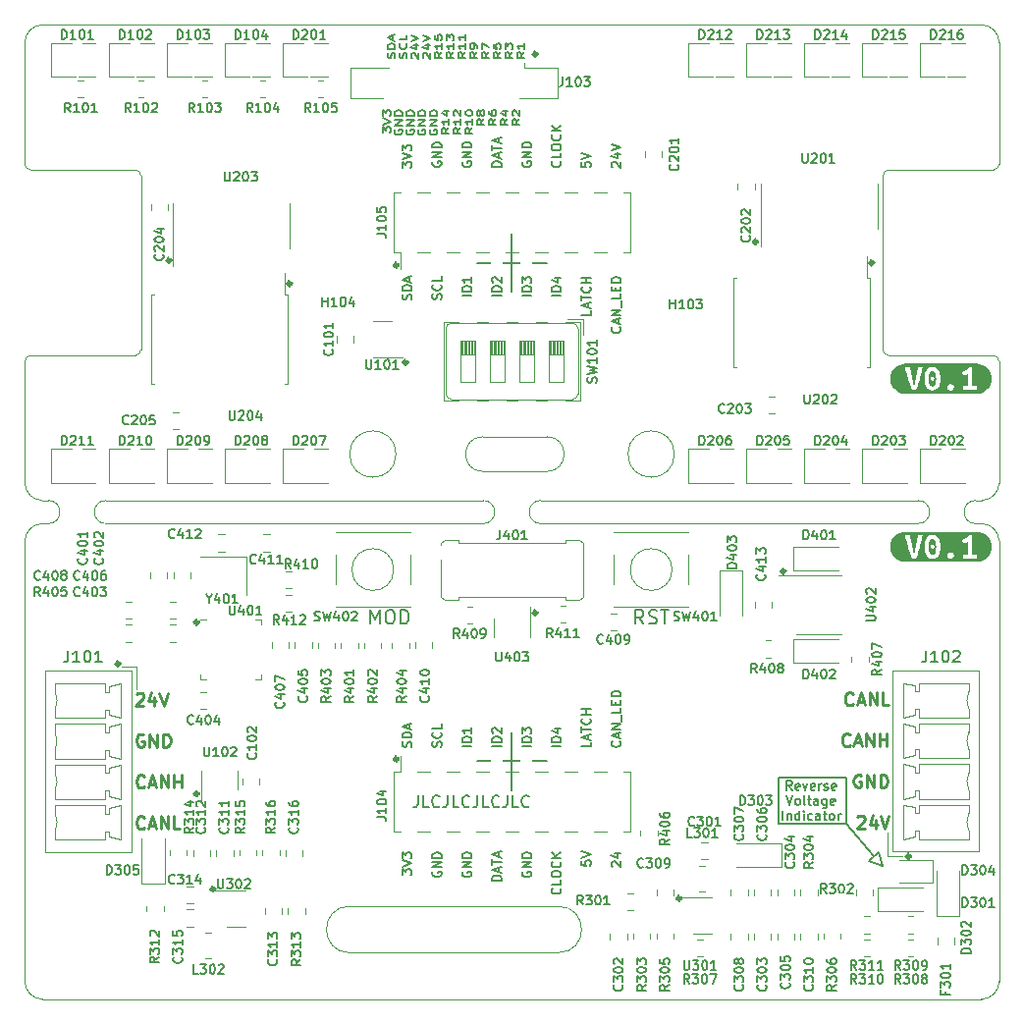
<source format=gbr>
G04 #@! TF.GenerationSoftware,KiCad,Pcbnew,6.0.10+dfsg-1~bpo11+1*
G04 #@! TF.ProjectId,project,70726f6a-6563-4742-9e6b-696361645f70,rev?*
G04 #@! TF.SameCoordinates,Original*
G04 #@! TF.FileFunction,Legend,Top*
G04 #@! TF.FilePolarity,Positive*
%FSLAX46Y46*%
G04 Gerber Fmt 4.6, Leading zero omitted, Abs format (unit mm)*
%MOMM*%
%LPD*%
G01*
G04 APERTURE LIST*
%ADD10C,0.350000*%
%ADD11C,0.150000*%
G04 #@! TA.AperFunction,Profile*
%ADD12C,0.100000*%
G04 #@! TD*
%ADD13C,0.275000*%
%ADD14C,0.120000*%
G04 #@! TA.AperFunction,Profile*
%ADD15C,0.120000*%
G04 #@! TD*
%ADD16R,1.500000X1.850000*%
%ADD17O,2.000000X3.000000*%
%ADD18R,0.900000X1.200000*%
%ADD19R,1.400000X1.200000*%
%ADD20R,1.200000X0.900000*%
%ADD21R,1.000000X3.150000*%
%ADD22O,3.600000X1.800000*%
%ADD23C,7.000000*%
%ADD24C,5.000000*%
%ADD25C,6.400000*%
%ADD26C,0.900000*%
%ADD27C,1.552000*%
%ADD28R,3.650000X3.650000*%
%ADD29R,1.000000X3.000000*%
%ADD30R,1.700000X1.700000*%
%ADD31O,1.700000X1.700000*%
G04 APERTURE END LIST*
D10*
X189437500Y-89237500D02*
G75*
G03*
X189437500Y-89237500I-175000J0D01*
G01*
D11*
X168262500Y-88537500D02*
X168262500Y-93537500D01*
X171262500Y-134037500D02*
X165262500Y-134037500D01*
D10*
X159237500Y-99637500D02*
G75*
G03*
X159237500Y-99637500I-175000J0D01*
G01*
D11*
X197062500Y-139437500D02*
X191262500Y-139437500D01*
D10*
X134437500Y-125637500D02*
G75*
G03*
X134437500Y-125637500I-175000J0D01*
G01*
X158437500Y-91237500D02*
G75*
G03*
X158437500Y-91237500I-175000J0D01*
G01*
D11*
X168262500Y-131537500D02*
X168262500Y-136537500D01*
D10*
X202637500Y-142237500D02*
G75*
G03*
X202637500Y-142237500I-175000J0D01*
G01*
D11*
X191262500Y-135437500D02*
X197062500Y-135437500D01*
D10*
X158437500Y-133837500D02*
G75*
G03*
X158437500Y-133837500I-175000J0D01*
G01*
D11*
X191262500Y-139437500D02*
X191262500Y-135437500D01*
X171262500Y-91037500D02*
X165262500Y-91037500D01*
D10*
X138837500Y-90837500D02*
G75*
G03*
X138837500Y-90837500I-175000J0D01*
G01*
D11*
X200262500Y-143037500D02*
X199062500Y-142637500D01*
D10*
X182837500Y-145837500D02*
G75*
G03*
X182837500Y-145837500I-175000J0D01*
G01*
X170437500Y-73037500D02*
G75*
G03*
X170437500Y-73037500I-175000J0D01*
G01*
X191837500Y-117637500D02*
G75*
G03*
X191837500Y-117637500I-175000J0D01*
G01*
D11*
X199462500Y-142237500D02*
X197062500Y-139437500D01*
X197062500Y-135437500D02*
X197062500Y-139437500D01*
D10*
X141237500Y-122037500D02*
G75*
G03*
X141237500Y-122037500I-175000J0D01*
G01*
D11*
X199062500Y-142637500D02*
X199862500Y-141837500D01*
D10*
X170437500Y-121237500D02*
G75*
G03*
X170437500Y-121237500I-175000J0D01*
G01*
D11*
X200262500Y-143037500D02*
X199862500Y-141837500D01*
D10*
X199437500Y-91037500D02*
G75*
G03*
X199437500Y-91037500I-175000J0D01*
G01*
X142637500Y-145037500D02*
G75*
G03*
X142637500Y-145037500I-175000J0D01*
G01*
X141237500Y-136837500D02*
G75*
G03*
X141237500Y-136837500I-175000J0D01*
G01*
X149237500Y-92837500D02*
G75*
G03*
X149237500Y-92837500I-175000J0D01*
G01*
D12*
X208262500Y-111537500D02*
G75*
G03*
X208262500Y-113537500I0J-1000000D01*
G01*
X127762500Y-70537500D02*
G75*
G03*
X126262500Y-72037500I0J-1500000D01*
G01*
X127762500Y-113537500D02*
X128262500Y-113537500D01*
X171262500Y-106037500D02*
X165762500Y-106037500D01*
X172262500Y-150537500D02*
G75*
G03*
X172262500Y-146537500I0J2000000D01*
G01*
X133262500Y-113537500D02*
X165762500Y-113537500D01*
X158262500Y-107537500D02*
G75*
G03*
X158262500Y-107537500I-2000000J0D01*
G01*
X210262500Y-72037500D02*
G75*
G03*
X208762500Y-70537500I-1500000J0D01*
G01*
X126262500Y-99537500D02*
X126262500Y-110037500D01*
X165762500Y-111537500D02*
X133262500Y-111537500D01*
X200262500Y-98537500D02*
X200262500Y-83537500D01*
X208762500Y-154537500D02*
G75*
G03*
X210262500Y-153037500I0J1500000D01*
G01*
X203262500Y-111537500D02*
X170762500Y-111537500D01*
X126262500Y-153037500D02*
X126262500Y-115037500D01*
X200762500Y-83037500D02*
X209762500Y-83037500D01*
X210262500Y-115037500D02*
X210262500Y-153037500D01*
X127762500Y-113537500D02*
G75*
G03*
X126262500Y-115037500I0J-1500000D01*
G01*
X208762500Y-70537500D02*
X127762500Y-70537500D01*
X133262500Y-111537500D02*
G75*
G03*
X133262500Y-113537500I0J-1000000D01*
G01*
X209762500Y-99037500D02*
X200762500Y-99037500D01*
X171262500Y-109037500D02*
G75*
G03*
X171262500Y-106037500I0J1500000D01*
G01*
X135762500Y-99037500D02*
G75*
G03*
X136262500Y-98537500I0J500000D01*
G01*
X182262500Y-107537500D02*
G75*
G03*
X182262500Y-107537500I-2000000J0D01*
G01*
X165762500Y-106037500D02*
G75*
G03*
X165762500Y-109037500I0J-1500000D01*
G01*
X200262500Y-98537500D02*
G75*
G03*
X200762500Y-99037500I500000J0D01*
G01*
X135762500Y-99037500D02*
X126762500Y-99037500D01*
X170762500Y-113537500D02*
X203262500Y-113537500D01*
X126262500Y-110037500D02*
G75*
G03*
X127762500Y-111537500I1500000J0D01*
G01*
X210262500Y-82537500D02*
X210262500Y-72037500D01*
X172262500Y-150537500D02*
X154262500Y-150537500D01*
X126262500Y-82537500D02*
G75*
G03*
X126762500Y-83037500I500000J0D01*
G01*
X208762500Y-111537500D02*
X208262500Y-111537500D01*
X126262500Y-153037500D02*
G75*
G03*
X127762500Y-154537500I1500000J0D01*
G01*
X154262500Y-146537500D02*
X172262500Y-146537500D01*
X165762500Y-113537500D02*
G75*
G03*
X165762500Y-111537500I0J1000000D01*
G01*
X126762500Y-99037500D02*
G75*
G03*
X126262500Y-99537500I0J-500000D01*
G01*
X208262500Y-113537500D02*
X208762500Y-113537500D01*
X200762500Y-83037500D02*
G75*
G03*
X200262500Y-83537500I0J-500000D01*
G01*
X203262500Y-113537500D02*
G75*
G03*
X203262500Y-111537500I0J1000000D01*
G01*
X208762500Y-111537500D02*
G75*
G03*
X210262500Y-110037500I0J1500000D01*
G01*
X136262500Y-83537500D02*
X136262500Y-98537500D01*
X128262500Y-113537500D02*
G75*
G03*
X128262500Y-111537500I0J1000000D01*
G01*
X165762500Y-109037500D02*
X171262500Y-109037500D01*
X170762500Y-111537500D02*
G75*
G03*
X170762500Y-113537500I0J-1000000D01*
G01*
X126262500Y-72037500D02*
X126262500Y-82537500D01*
X154262500Y-146537500D02*
G75*
G03*
X154262500Y-150537500I0J-2000000D01*
G01*
X210262500Y-115037500D02*
G75*
G03*
X208762500Y-113537500I-1500000J0D01*
G01*
X209762500Y-83037500D02*
G75*
G03*
X210262500Y-82537500I0J500000D01*
G01*
X136262500Y-83537500D02*
G75*
G03*
X135762500Y-83037500I-500000J0D01*
G01*
X210262500Y-99537500D02*
X210262500Y-110037500D01*
X127762500Y-111537500D02*
X128262500Y-111537500D01*
X126762500Y-83037500D02*
X135762500Y-83037500D01*
X208762500Y-154537500D02*
X127762500Y-154537500D01*
X210262500Y-99537500D02*
G75*
G03*
X209762500Y-99037500I-500000J0D01*
G01*
D11*
X158138850Y-73387619D02*
X158168850Y-73273333D01*
X158168850Y-73082857D01*
X158138850Y-73006666D01*
X158108850Y-72968571D01*
X158048850Y-72930476D01*
X157988850Y-72930476D01*
X157928850Y-72968571D01*
X157898850Y-73006666D01*
X157868850Y-73082857D01*
X157838850Y-73235238D01*
X157808850Y-73311428D01*
X157778850Y-73349523D01*
X157718850Y-73387619D01*
X157658850Y-73387619D01*
X157598850Y-73349523D01*
X157568850Y-73311428D01*
X157538850Y-73235238D01*
X157538850Y-73044761D01*
X157568850Y-72930476D01*
X158168850Y-72587619D02*
X157538850Y-72587619D01*
X157538850Y-72397142D01*
X157568850Y-72282857D01*
X157628850Y-72206666D01*
X157688850Y-72168571D01*
X157808850Y-72130476D01*
X157898850Y-72130476D01*
X158018850Y-72168571D01*
X158078850Y-72206666D01*
X158138850Y-72282857D01*
X158168850Y-72397142D01*
X158168850Y-72587619D01*
X157988850Y-71825714D02*
X157988850Y-71444761D01*
X158168850Y-71901904D02*
X157538850Y-71635238D01*
X158168850Y-71368571D01*
X159153150Y-73387619D02*
X159183150Y-73273333D01*
X159183150Y-73082857D01*
X159153150Y-73006666D01*
X159123150Y-72968571D01*
X159063150Y-72930476D01*
X159003150Y-72930476D01*
X158943150Y-72968571D01*
X158913150Y-73006666D01*
X158883150Y-73082857D01*
X158853150Y-73235238D01*
X158823150Y-73311428D01*
X158793150Y-73349523D01*
X158733150Y-73387619D01*
X158673150Y-73387619D01*
X158613150Y-73349523D01*
X158583150Y-73311428D01*
X158553150Y-73235238D01*
X158553150Y-73044761D01*
X158583150Y-72930476D01*
X159123150Y-72130476D02*
X159153150Y-72168571D01*
X159183150Y-72282857D01*
X159183150Y-72359047D01*
X159153150Y-72473333D01*
X159093150Y-72549523D01*
X159033150Y-72587619D01*
X158913150Y-72625714D01*
X158823150Y-72625714D01*
X158703150Y-72587619D01*
X158643150Y-72549523D01*
X158583150Y-72473333D01*
X158553150Y-72359047D01*
X158553150Y-72282857D01*
X158583150Y-72168571D01*
X158613150Y-72130476D01*
X159183150Y-71406666D02*
X159183150Y-71787619D01*
X158553150Y-71787619D01*
X159627450Y-73387619D02*
X159597450Y-73349523D01*
X159567450Y-73273333D01*
X159567450Y-73082857D01*
X159597450Y-73006666D01*
X159627450Y-72968571D01*
X159687450Y-72930476D01*
X159747450Y-72930476D01*
X159837450Y-72968571D01*
X160197450Y-73425714D01*
X160197450Y-72930476D01*
X159777450Y-72244761D02*
X160197450Y-72244761D01*
X159537450Y-72435238D02*
X159987450Y-72625714D01*
X159987450Y-72130476D01*
X159567450Y-71940000D02*
X160197450Y-71673333D01*
X159567450Y-71406666D01*
X160641750Y-73387619D02*
X160611750Y-73349523D01*
X160581750Y-73273333D01*
X160581750Y-73082857D01*
X160611750Y-73006666D01*
X160641750Y-72968571D01*
X160701750Y-72930476D01*
X160761750Y-72930476D01*
X160851750Y-72968571D01*
X161211750Y-73425714D01*
X161211750Y-72930476D01*
X160791750Y-72244761D02*
X161211750Y-72244761D01*
X160551750Y-72435238D02*
X161001750Y-72625714D01*
X161001750Y-72130476D01*
X160581750Y-71940000D02*
X161211750Y-71673333D01*
X160581750Y-71406666D01*
X162226050Y-72892380D02*
X161926050Y-73159047D01*
X162226050Y-73349523D02*
X161596050Y-73349523D01*
X161596050Y-73044761D01*
X161626050Y-72968571D01*
X161656050Y-72930476D01*
X161716050Y-72892380D01*
X161806050Y-72892380D01*
X161866050Y-72930476D01*
X161896050Y-72968571D01*
X161926050Y-73044761D01*
X161926050Y-73349523D01*
X162226050Y-72130476D02*
X162226050Y-72587619D01*
X162226050Y-72359047D02*
X161596050Y-72359047D01*
X161686050Y-72435238D01*
X161746050Y-72511428D01*
X161776050Y-72587619D01*
X161596050Y-71406666D02*
X161596050Y-71787619D01*
X161896050Y-71825714D01*
X161866050Y-71787619D01*
X161836050Y-71711428D01*
X161836050Y-71520952D01*
X161866050Y-71444761D01*
X161896050Y-71406666D01*
X161956050Y-71368571D01*
X162106050Y-71368571D01*
X162166050Y-71406666D01*
X162196050Y-71444761D01*
X162226050Y-71520952D01*
X162226050Y-71711428D01*
X162196050Y-71787619D01*
X162166050Y-71825714D01*
X163240350Y-72892380D02*
X162940350Y-73159047D01*
X163240350Y-73349523D02*
X162610350Y-73349523D01*
X162610350Y-73044761D01*
X162640350Y-72968571D01*
X162670350Y-72930476D01*
X162730350Y-72892380D01*
X162820350Y-72892380D01*
X162880350Y-72930476D01*
X162910350Y-72968571D01*
X162940350Y-73044761D01*
X162940350Y-73349523D01*
X163240350Y-72130476D02*
X163240350Y-72587619D01*
X163240350Y-72359047D02*
X162610350Y-72359047D01*
X162700350Y-72435238D01*
X162760350Y-72511428D01*
X162790350Y-72587619D01*
X162610350Y-71863809D02*
X162610350Y-71368571D01*
X162850350Y-71635238D01*
X162850350Y-71520952D01*
X162880350Y-71444761D01*
X162910350Y-71406666D01*
X162970350Y-71368571D01*
X163120350Y-71368571D01*
X163180350Y-71406666D01*
X163210350Y-71444761D01*
X163240350Y-71520952D01*
X163240350Y-71749523D01*
X163210350Y-71825714D01*
X163180350Y-71863809D01*
X164254650Y-72892380D02*
X163954650Y-73159047D01*
X164254650Y-73349523D02*
X163624650Y-73349523D01*
X163624650Y-73044761D01*
X163654650Y-72968571D01*
X163684650Y-72930476D01*
X163744650Y-72892380D01*
X163834650Y-72892380D01*
X163894650Y-72930476D01*
X163924650Y-72968571D01*
X163954650Y-73044761D01*
X163954650Y-73349523D01*
X164254650Y-72130476D02*
X164254650Y-72587619D01*
X164254650Y-72359047D02*
X163624650Y-72359047D01*
X163714650Y-72435238D01*
X163774650Y-72511428D01*
X163804650Y-72587619D01*
X164254650Y-71368571D02*
X164254650Y-71825714D01*
X164254650Y-71597142D02*
X163624650Y-71597142D01*
X163714650Y-71673333D01*
X163774650Y-71749523D01*
X163804650Y-71825714D01*
X165268950Y-72892380D02*
X164968950Y-73159047D01*
X165268950Y-73349523D02*
X164638950Y-73349523D01*
X164638950Y-73044761D01*
X164668950Y-72968571D01*
X164698950Y-72930476D01*
X164758950Y-72892380D01*
X164848950Y-72892380D01*
X164908950Y-72930476D01*
X164938950Y-72968571D01*
X164968950Y-73044761D01*
X164968950Y-73349523D01*
X165268950Y-72511428D02*
X165268950Y-72359047D01*
X165238950Y-72282857D01*
X165208950Y-72244761D01*
X165118950Y-72168571D01*
X164998950Y-72130476D01*
X164758950Y-72130476D01*
X164698950Y-72168571D01*
X164668950Y-72206666D01*
X164638950Y-72282857D01*
X164638950Y-72435238D01*
X164668950Y-72511428D01*
X164698950Y-72549523D01*
X164758950Y-72587619D01*
X164908950Y-72587619D01*
X164968950Y-72549523D01*
X164998950Y-72511428D01*
X165028950Y-72435238D01*
X165028950Y-72282857D01*
X164998950Y-72206666D01*
X164968950Y-72168571D01*
X164908950Y-72130476D01*
X166283250Y-72892380D02*
X165983250Y-73159047D01*
X166283250Y-73349523D02*
X165653250Y-73349523D01*
X165653250Y-73044761D01*
X165683250Y-72968571D01*
X165713250Y-72930476D01*
X165773250Y-72892380D01*
X165863250Y-72892380D01*
X165923250Y-72930476D01*
X165953250Y-72968571D01*
X165983250Y-73044761D01*
X165983250Y-73349523D01*
X165653250Y-72625714D02*
X165653250Y-72092380D01*
X166283250Y-72435238D01*
X167297550Y-72892380D02*
X166997550Y-73159047D01*
X167297550Y-73349523D02*
X166667550Y-73349523D01*
X166667550Y-73044761D01*
X166697550Y-72968571D01*
X166727550Y-72930476D01*
X166787550Y-72892380D01*
X166877550Y-72892380D01*
X166937550Y-72930476D01*
X166967550Y-72968571D01*
X166997550Y-73044761D01*
X166997550Y-73349523D01*
X166667550Y-72168571D02*
X166667550Y-72549523D01*
X166967550Y-72587619D01*
X166937550Y-72549523D01*
X166907550Y-72473333D01*
X166907550Y-72282857D01*
X166937550Y-72206666D01*
X166967550Y-72168571D01*
X167027550Y-72130476D01*
X167177550Y-72130476D01*
X167237550Y-72168571D01*
X167267550Y-72206666D01*
X167297550Y-72282857D01*
X167297550Y-72473333D01*
X167267550Y-72549523D01*
X167237550Y-72587619D01*
X168311850Y-72892380D02*
X168011850Y-73159047D01*
X168311850Y-73349523D02*
X167681850Y-73349523D01*
X167681850Y-73044761D01*
X167711850Y-72968571D01*
X167741850Y-72930476D01*
X167801850Y-72892380D01*
X167891850Y-72892380D01*
X167951850Y-72930476D01*
X167981850Y-72968571D01*
X168011850Y-73044761D01*
X168011850Y-73349523D01*
X167681850Y-72625714D02*
X167681850Y-72130476D01*
X167921850Y-72397142D01*
X167921850Y-72282857D01*
X167951850Y-72206666D01*
X167981850Y-72168571D01*
X168041850Y-72130476D01*
X168191850Y-72130476D01*
X168251850Y-72168571D01*
X168281850Y-72206666D01*
X168311850Y-72282857D01*
X168311850Y-72511428D01*
X168281850Y-72587619D01*
X168251850Y-72625714D01*
X169326150Y-72892380D02*
X169026150Y-73159047D01*
X169326150Y-73349523D02*
X168696150Y-73349523D01*
X168696150Y-73044761D01*
X168726150Y-72968571D01*
X168756150Y-72930476D01*
X168816150Y-72892380D01*
X168906150Y-72892380D01*
X168966150Y-72930476D01*
X168996150Y-72968571D01*
X169026150Y-73044761D01*
X169026150Y-73349523D01*
X169326150Y-72130476D02*
X169326150Y-72587619D01*
X169326150Y-72359047D02*
X168696150Y-72359047D01*
X168786150Y-72435238D01*
X168846150Y-72511428D01*
X168876150Y-72587619D01*
X160143452Y-136989880D02*
X160143452Y-137704166D01*
X160095833Y-137847023D01*
X160000595Y-137942261D01*
X159857738Y-137989880D01*
X159762500Y-137989880D01*
X161095833Y-137989880D02*
X160619642Y-137989880D01*
X160619642Y-136989880D01*
X162000595Y-137894642D02*
X161952976Y-137942261D01*
X161810119Y-137989880D01*
X161714880Y-137989880D01*
X161572023Y-137942261D01*
X161476785Y-137847023D01*
X161429166Y-137751785D01*
X161381547Y-137561309D01*
X161381547Y-137418452D01*
X161429166Y-137227976D01*
X161476785Y-137132738D01*
X161572023Y-137037500D01*
X161714880Y-136989880D01*
X161810119Y-136989880D01*
X161952976Y-137037500D01*
X162000595Y-137085119D01*
X162714880Y-136989880D02*
X162714880Y-137704166D01*
X162667261Y-137847023D01*
X162572023Y-137942261D01*
X162429166Y-137989880D01*
X162333928Y-137989880D01*
X163667261Y-137989880D02*
X163191071Y-137989880D01*
X163191071Y-136989880D01*
X164572023Y-137894642D02*
X164524404Y-137942261D01*
X164381547Y-137989880D01*
X164286309Y-137989880D01*
X164143452Y-137942261D01*
X164048214Y-137847023D01*
X164000595Y-137751785D01*
X163952976Y-137561309D01*
X163952976Y-137418452D01*
X164000595Y-137227976D01*
X164048214Y-137132738D01*
X164143452Y-137037500D01*
X164286309Y-136989880D01*
X164381547Y-136989880D01*
X164524404Y-137037500D01*
X164572023Y-137085119D01*
X165286309Y-136989880D02*
X165286309Y-137704166D01*
X165238690Y-137847023D01*
X165143452Y-137942261D01*
X165000595Y-137989880D01*
X164905357Y-137989880D01*
X166238690Y-137989880D02*
X165762500Y-137989880D01*
X165762500Y-136989880D01*
X167143452Y-137894642D02*
X167095833Y-137942261D01*
X166952976Y-137989880D01*
X166857738Y-137989880D01*
X166714880Y-137942261D01*
X166619642Y-137847023D01*
X166572023Y-137751785D01*
X166524404Y-137561309D01*
X166524404Y-137418452D01*
X166572023Y-137227976D01*
X166619642Y-137132738D01*
X166714880Y-137037500D01*
X166857738Y-136989880D01*
X166952976Y-136989880D01*
X167095833Y-137037500D01*
X167143452Y-137085119D01*
X167857738Y-136989880D02*
X167857738Y-137704166D01*
X167810119Y-137847023D01*
X167714880Y-137942261D01*
X167572023Y-137989880D01*
X167476785Y-137989880D01*
X168810119Y-137989880D02*
X168333928Y-137989880D01*
X168333928Y-136989880D01*
X169714880Y-137894642D02*
X169667261Y-137942261D01*
X169524404Y-137989880D01*
X169429166Y-137989880D01*
X169286309Y-137942261D01*
X169191071Y-137847023D01*
X169143452Y-137751785D01*
X169095833Y-137561309D01*
X169095833Y-137418452D01*
X169143452Y-137227976D01*
X169191071Y-137132738D01*
X169286309Y-137037500D01*
X169429166Y-136989880D01*
X169524404Y-136989880D01*
X169667261Y-137037500D01*
X169714880Y-137085119D01*
X158808404Y-82825714D02*
X158808404Y-82330476D01*
X159113166Y-82597142D01*
X159113166Y-82482857D01*
X159151261Y-82406666D01*
X159189357Y-82368571D01*
X159265547Y-82330476D01*
X159456023Y-82330476D01*
X159532214Y-82368571D01*
X159570309Y-82406666D01*
X159608404Y-82482857D01*
X159608404Y-82711428D01*
X159570309Y-82787619D01*
X159532214Y-82825714D01*
X158808404Y-82101904D02*
X159608404Y-81835238D01*
X158808404Y-81568571D01*
X158808404Y-81378095D02*
X158808404Y-80882857D01*
X159113166Y-81149523D01*
X159113166Y-81035238D01*
X159151261Y-80959047D01*
X159189357Y-80920952D01*
X159265547Y-80882857D01*
X159456023Y-80882857D01*
X159532214Y-80920952D01*
X159570309Y-80959047D01*
X159608404Y-81035238D01*
X159608404Y-81263809D01*
X159570309Y-81340000D01*
X159532214Y-81378095D01*
X161422500Y-82330476D02*
X161384404Y-82406666D01*
X161384404Y-82520952D01*
X161422500Y-82635238D01*
X161498690Y-82711428D01*
X161574880Y-82749523D01*
X161727261Y-82787619D01*
X161841547Y-82787619D01*
X161993928Y-82749523D01*
X162070119Y-82711428D01*
X162146309Y-82635238D01*
X162184404Y-82520952D01*
X162184404Y-82444761D01*
X162146309Y-82330476D01*
X162108214Y-82292380D01*
X161841547Y-82292380D01*
X161841547Y-82444761D01*
X162184404Y-81949523D02*
X161384404Y-81949523D01*
X162184404Y-81492380D01*
X161384404Y-81492380D01*
X162184404Y-81111428D02*
X161384404Y-81111428D01*
X161384404Y-80920952D01*
X161422500Y-80806666D01*
X161498690Y-80730476D01*
X161574880Y-80692380D01*
X161727261Y-80654285D01*
X161841547Y-80654285D01*
X161993928Y-80692380D01*
X162070119Y-80730476D01*
X162146309Y-80806666D01*
X162184404Y-80920952D01*
X162184404Y-81111428D01*
X163998500Y-82330476D02*
X163960404Y-82406666D01*
X163960404Y-82520952D01*
X163998500Y-82635238D01*
X164074690Y-82711428D01*
X164150880Y-82749523D01*
X164303261Y-82787619D01*
X164417547Y-82787619D01*
X164569928Y-82749523D01*
X164646119Y-82711428D01*
X164722309Y-82635238D01*
X164760404Y-82520952D01*
X164760404Y-82444761D01*
X164722309Y-82330476D01*
X164684214Y-82292380D01*
X164417547Y-82292380D01*
X164417547Y-82444761D01*
X164760404Y-81949523D02*
X163960404Y-81949523D01*
X164760404Y-81492380D01*
X163960404Y-81492380D01*
X164760404Y-81111428D02*
X163960404Y-81111428D01*
X163960404Y-80920952D01*
X163998500Y-80806666D01*
X164074690Y-80730476D01*
X164150880Y-80692380D01*
X164303261Y-80654285D01*
X164417547Y-80654285D01*
X164569928Y-80692380D01*
X164646119Y-80730476D01*
X164722309Y-80806666D01*
X164760404Y-80920952D01*
X164760404Y-81111428D01*
X167336404Y-82749523D02*
X166536404Y-82749523D01*
X166536404Y-82559047D01*
X166574500Y-82444761D01*
X166650690Y-82368571D01*
X166726880Y-82330476D01*
X166879261Y-82292380D01*
X166993547Y-82292380D01*
X167145928Y-82330476D01*
X167222119Y-82368571D01*
X167298309Y-82444761D01*
X167336404Y-82559047D01*
X167336404Y-82749523D01*
X167107833Y-81987619D02*
X167107833Y-81606666D01*
X167336404Y-82063809D02*
X166536404Y-81797142D01*
X167336404Y-81530476D01*
X166536404Y-81378095D02*
X166536404Y-80920952D01*
X167336404Y-81149523D02*
X166536404Y-81149523D01*
X167107833Y-80692380D02*
X167107833Y-80311428D01*
X167336404Y-80768571D02*
X166536404Y-80501904D01*
X167336404Y-80235238D01*
X169150500Y-82330476D02*
X169112404Y-82406666D01*
X169112404Y-82520952D01*
X169150500Y-82635238D01*
X169226690Y-82711428D01*
X169302880Y-82749523D01*
X169455261Y-82787619D01*
X169569547Y-82787619D01*
X169721928Y-82749523D01*
X169798119Y-82711428D01*
X169874309Y-82635238D01*
X169912404Y-82520952D01*
X169912404Y-82444761D01*
X169874309Y-82330476D01*
X169836214Y-82292380D01*
X169569547Y-82292380D01*
X169569547Y-82444761D01*
X169912404Y-81949523D02*
X169112404Y-81949523D01*
X169912404Y-81492380D01*
X169112404Y-81492380D01*
X169912404Y-81111428D02*
X169112404Y-81111428D01*
X169112404Y-80920952D01*
X169150500Y-80806666D01*
X169226690Y-80730476D01*
X169302880Y-80692380D01*
X169455261Y-80654285D01*
X169569547Y-80654285D01*
X169721928Y-80692380D01*
X169798119Y-80730476D01*
X169874309Y-80806666D01*
X169912404Y-80920952D01*
X169912404Y-81111428D01*
X172412214Y-82292380D02*
X172450309Y-82330476D01*
X172488404Y-82444761D01*
X172488404Y-82520952D01*
X172450309Y-82635238D01*
X172374119Y-82711428D01*
X172297928Y-82749523D01*
X172145547Y-82787619D01*
X172031261Y-82787619D01*
X171878880Y-82749523D01*
X171802690Y-82711428D01*
X171726500Y-82635238D01*
X171688404Y-82520952D01*
X171688404Y-82444761D01*
X171726500Y-82330476D01*
X171764595Y-82292380D01*
X172488404Y-81568571D02*
X172488404Y-81949523D01*
X171688404Y-81949523D01*
X171688404Y-81149523D02*
X171688404Y-80997142D01*
X171726500Y-80920952D01*
X171802690Y-80844761D01*
X171955071Y-80806666D01*
X172221738Y-80806666D01*
X172374119Y-80844761D01*
X172450309Y-80920952D01*
X172488404Y-80997142D01*
X172488404Y-81149523D01*
X172450309Y-81225714D01*
X172374119Y-81301904D01*
X172221738Y-81340000D01*
X171955071Y-81340000D01*
X171802690Y-81301904D01*
X171726500Y-81225714D01*
X171688404Y-81149523D01*
X172412214Y-80006666D02*
X172450309Y-80044761D01*
X172488404Y-80159047D01*
X172488404Y-80235238D01*
X172450309Y-80349523D01*
X172374119Y-80425714D01*
X172297928Y-80463809D01*
X172145547Y-80501904D01*
X172031261Y-80501904D01*
X171878880Y-80463809D01*
X171802690Y-80425714D01*
X171726500Y-80349523D01*
X171688404Y-80235238D01*
X171688404Y-80159047D01*
X171726500Y-80044761D01*
X171764595Y-80006666D01*
X172488404Y-79663809D02*
X171688404Y-79663809D01*
X172488404Y-79206666D02*
X172031261Y-79549523D01*
X171688404Y-79206666D02*
X172145547Y-79663809D01*
X174264404Y-82368571D02*
X174264404Y-82749523D01*
X174645357Y-82787619D01*
X174607261Y-82749523D01*
X174569166Y-82673333D01*
X174569166Y-82482857D01*
X174607261Y-82406666D01*
X174645357Y-82368571D01*
X174721547Y-82330476D01*
X174912023Y-82330476D01*
X174988214Y-82368571D01*
X175026309Y-82406666D01*
X175064404Y-82482857D01*
X175064404Y-82673333D01*
X175026309Y-82749523D01*
X174988214Y-82787619D01*
X174264404Y-82101904D02*
X175064404Y-81835238D01*
X174264404Y-81568571D01*
X176916595Y-82787619D02*
X176878500Y-82749523D01*
X176840404Y-82673333D01*
X176840404Y-82482857D01*
X176878500Y-82406666D01*
X176916595Y-82368571D01*
X176992785Y-82330476D01*
X177068976Y-82330476D01*
X177183261Y-82368571D01*
X177640404Y-82825714D01*
X177640404Y-82330476D01*
X177107071Y-81644761D02*
X177640404Y-81644761D01*
X176802309Y-81835238D02*
X177373738Y-82025714D01*
X177373738Y-81530476D01*
X176840404Y-81340000D02*
X177640404Y-81073333D01*
X176840404Y-80806666D01*
D13*
X197671011Y-129099857D02*
X197618630Y-129152238D01*
X197461488Y-129204619D01*
X197356726Y-129204619D01*
X197199583Y-129152238D01*
X197094821Y-129047476D01*
X197042440Y-128942714D01*
X196990059Y-128733190D01*
X196990059Y-128576047D01*
X197042440Y-128366523D01*
X197094821Y-128261761D01*
X197199583Y-128157000D01*
X197356726Y-128104619D01*
X197461488Y-128104619D01*
X197618630Y-128157000D01*
X197671011Y-128209380D01*
X198090059Y-128890333D02*
X198613869Y-128890333D01*
X197985297Y-129204619D02*
X198351964Y-128104619D01*
X198718630Y-129204619D01*
X199085297Y-129204619D02*
X199085297Y-128104619D01*
X199713869Y-129204619D01*
X199713869Y-128104619D01*
X200761488Y-129204619D02*
X200237678Y-129204619D01*
X200237678Y-128104619D01*
X197409107Y-132641857D02*
X197356726Y-132694238D01*
X197199583Y-132746619D01*
X197094821Y-132746619D01*
X196937678Y-132694238D01*
X196832916Y-132589476D01*
X196780535Y-132484714D01*
X196728154Y-132275190D01*
X196728154Y-132118047D01*
X196780535Y-131908523D01*
X196832916Y-131803761D01*
X196937678Y-131699000D01*
X197094821Y-131646619D01*
X197199583Y-131646619D01*
X197356726Y-131699000D01*
X197409107Y-131751380D01*
X197828154Y-132432333D02*
X198351964Y-132432333D01*
X197723392Y-132746619D02*
X198090059Y-131646619D01*
X198456726Y-132746619D01*
X198823392Y-132746619D02*
X198823392Y-131646619D01*
X199451964Y-132746619D01*
X199451964Y-131646619D01*
X199975773Y-132746619D02*
X199975773Y-131646619D01*
X199975773Y-132170428D02*
X200604345Y-132170428D01*
X200604345Y-132746619D02*
X200604345Y-131646619D01*
X198351964Y-135241000D02*
X198247202Y-135188619D01*
X198090059Y-135188619D01*
X197932916Y-135241000D01*
X197828154Y-135345761D01*
X197775773Y-135450523D01*
X197723392Y-135660047D01*
X197723392Y-135817190D01*
X197775773Y-136026714D01*
X197828154Y-136131476D01*
X197932916Y-136236238D01*
X198090059Y-136288619D01*
X198194821Y-136288619D01*
X198351964Y-136236238D01*
X198404345Y-136183857D01*
X198404345Y-135817190D01*
X198194821Y-135817190D01*
X198875773Y-136288619D02*
X198875773Y-135188619D01*
X199504345Y-136288619D01*
X199504345Y-135188619D01*
X200028154Y-136288619D02*
X200028154Y-135188619D01*
X200290059Y-135188619D01*
X200447202Y-135241000D01*
X200551964Y-135345761D01*
X200604345Y-135450523D01*
X200656726Y-135660047D01*
X200656726Y-135817190D01*
X200604345Y-136026714D01*
X200551964Y-136131476D01*
X200447202Y-136236238D01*
X200290059Y-136288619D01*
X200028154Y-136288619D01*
X198037678Y-138835380D02*
X198090059Y-138783000D01*
X198194821Y-138730619D01*
X198456726Y-138730619D01*
X198561488Y-138783000D01*
X198613869Y-138835380D01*
X198666250Y-138940142D01*
X198666250Y-139044904D01*
X198613869Y-139202047D01*
X197985297Y-139830619D01*
X198666250Y-139830619D01*
X199609107Y-139097285D02*
X199609107Y-139830619D01*
X199347202Y-138678238D02*
X199085297Y-139463952D01*
X199766250Y-139463952D01*
X200028154Y-138730619D02*
X200394821Y-139830619D01*
X200761488Y-138730619D01*
D11*
X159570309Y-94230238D02*
X159608404Y-94115952D01*
X159608404Y-93925476D01*
X159570309Y-93849285D01*
X159532214Y-93811190D01*
X159456023Y-93773095D01*
X159379833Y-93773095D01*
X159303642Y-93811190D01*
X159265547Y-93849285D01*
X159227452Y-93925476D01*
X159189357Y-94077857D01*
X159151261Y-94154047D01*
X159113166Y-94192142D01*
X159036976Y-94230238D01*
X158960785Y-94230238D01*
X158884595Y-94192142D01*
X158846500Y-94154047D01*
X158808404Y-94077857D01*
X158808404Y-93887380D01*
X158846500Y-93773095D01*
X159608404Y-93430238D02*
X158808404Y-93430238D01*
X158808404Y-93239761D01*
X158846500Y-93125476D01*
X158922690Y-93049285D01*
X158998880Y-93011190D01*
X159151261Y-92973095D01*
X159265547Y-92973095D01*
X159417928Y-93011190D01*
X159494119Y-93049285D01*
X159570309Y-93125476D01*
X159608404Y-93239761D01*
X159608404Y-93430238D01*
X159379833Y-92668333D02*
X159379833Y-92287380D01*
X159608404Y-92744523D02*
X158808404Y-92477857D01*
X159608404Y-92211190D01*
X162146309Y-94192142D02*
X162184404Y-94077857D01*
X162184404Y-93887380D01*
X162146309Y-93811190D01*
X162108214Y-93773095D01*
X162032023Y-93735000D01*
X161955833Y-93735000D01*
X161879642Y-93773095D01*
X161841547Y-93811190D01*
X161803452Y-93887380D01*
X161765357Y-94039761D01*
X161727261Y-94115952D01*
X161689166Y-94154047D01*
X161612976Y-94192142D01*
X161536785Y-94192142D01*
X161460595Y-94154047D01*
X161422500Y-94115952D01*
X161384404Y-94039761D01*
X161384404Y-93849285D01*
X161422500Y-93735000D01*
X162108214Y-92935000D02*
X162146309Y-92973095D01*
X162184404Y-93087380D01*
X162184404Y-93163571D01*
X162146309Y-93277857D01*
X162070119Y-93354047D01*
X161993928Y-93392142D01*
X161841547Y-93430238D01*
X161727261Y-93430238D01*
X161574880Y-93392142D01*
X161498690Y-93354047D01*
X161422500Y-93277857D01*
X161384404Y-93163571D01*
X161384404Y-93087380D01*
X161422500Y-92973095D01*
X161460595Y-92935000D01*
X162184404Y-92211190D02*
X162184404Y-92592142D01*
X161384404Y-92592142D01*
X164760404Y-93887380D02*
X163960404Y-93887380D01*
X164760404Y-93506428D02*
X163960404Y-93506428D01*
X163960404Y-93315952D01*
X163998500Y-93201666D01*
X164074690Y-93125476D01*
X164150880Y-93087380D01*
X164303261Y-93049285D01*
X164417547Y-93049285D01*
X164569928Y-93087380D01*
X164646119Y-93125476D01*
X164722309Y-93201666D01*
X164760404Y-93315952D01*
X164760404Y-93506428D01*
X164760404Y-92287380D02*
X164760404Y-92744523D01*
X164760404Y-92515952D02*
X163960404Y-92515952D01*
X164074690Y-92592142D01*
X164150880Y-92668333D01*
X164188976Y-92744523D01*
X167336404Y-93887380D02*
X166536404Y-93887380D01*
X167336404Y-93506428D02*
X166536404Y-93506428D01*
X166536404Y-93315952D01*
X166574500Y-93201666D01*
X166650690Y-93125476D01*
X166726880Y-93087380D01*
X166879261Y-93049285D01*
X166993547Y-93049285D01*
X167145928Y-93087380D01*
X167222119Y-93125476D01*
X167298309Y-93201666D01*
X167336404Y-93315952D01*
X167336404Y-93506428D01*
X166612595Y-92744523D02*
X166574500Y-92706428D01*
X166536404Y-92630238D01*
X166536404Y-92439761D01*
X166574500Y-92363571D01*
X166612595Y-92325476D01*
X166688785Y-92287380D01*
X166764976Y-92287380D01*
X166879261Y-92325476D01*
X167336404Y-92782619D01*
X167336404Y-92287380D01*
X169912404Y-93887380D02*
X169112404Y-93887380D01*
X169912404Y-93506428D02*
X169112404Y-93506428D01*
X169112404Y-93315952D01*
X169150500Y-93201666D01*
X169226690Y-93125476D01*
X169302880Y-93087380D01*
X169455261Y-93049285D01*
X169569547Y-93049285D01*
X169721928Y-93087380D01*
X169798119Y-93125476D01*
X169874309Y-93201666D01*
X169912404Y-93315952D01*
X169912404Y-93506428D01*
X169112404Y-92782619D02*
X169112404Y-92287380D01*
X169417166Y-92554047D01*
X169417166Y-92439761D01*
X169455261Y-92363571D01*
X169493357Y-92325476D01*
X169569547Y-92287380D01*
X169760023Y-92287380D01*
X169836214Y-92325476D01*
X169874309Y-92363571D01*
X169912404Y-92439761D01*
X169912404Y-92668333D01*
X169874309Y-92744523D01*
X169836214Y-92782619D01*
X172488404Y-93887380D02*
X171688404Y-93887380D01*
X172488404Y-93506428D02*
X171688404Y-93506428D01*
X171688404Y-93315952D01*
X171726500Y-93201666D01*
X171802690Y-93125476D01*
X171878880Y-93087380D01*
X172031261Y-93049285D01*
X172145547Y-93049285D01*
X172297928Y-93087380D01*
X172374119Y-93125476D01*
X172450309Y-93201666D01*
X172488404Y-93315952D01*
X172488404Y-93506428D01*
X171955071Y-92363571D02*
X172488404Y-92363571D01*
X171650309Y-92554047D02*
X172221738Y-92744523D01*
X172221738Y-92249285D01*
X175064404Y-95144523D02*
X175064404Y-95525476D01*
X174264404Y-95525476D01*
X174835833Y-94915952D02*
X174835833Y-94535000D01*
X175064404Y-94992142D02*
X174264404Y-94725476D01*
X175064404Y-94458809D01*
X174264404Y-94306428D02*
X174264404Y-93849285D01*
X175064404Y-94077857D02*
X174264404Y-94077857D01*
X174988214Y-93125476D02*
X175026309Y-93163571D01*
X175064404Y-93277857D01*
X175064404Y-93354047D01*
X175026309Y-93468333D01*
X174950119Y-93544523D01*
X174873928Y-93582619D01*
X174721547Y-93620714D01*
X174607261Y-93620714D01*
X174454880Y-93582619D01*
X174378690Y-93544523D01*
X174302500Y-93468333D01*
X174264404Y-93354047D01*
X174264404Y-93277857D01*
X174302500Y-93163571D01*
X174340595Y-93125476D01*
X175064404Y-92782619D02*
X174264404Y-92782619D01*
X174645357Y-92782619D02*
X174645357Y-92325476D01*
X175064404Y-92325476D02*
X174264404Y-92325476D01*
X177564214Y-96592142D02*
X177602309Y-96630238D01*
X177640404Y-96744523D01*
X177640404Y-96820714D01*
X177602309Y-96935000D01*
X177526119Y-97011190D01*
X177449928Y-97049285D01*
X177297547Y-97087380D01*
X177183261Y-97087380D01*
X177030880Y-97049285D01*
X176954690Y-97011190D01*
X176878500Y-96935000D01*
X176840404Y-96820714D01*
X176840404Y-96744523D01*
X176878500Y-96630238D01*
X176916595Y-96592142D01*
X177411833Y-96287380D02*
X177411833Y-95906428D01*
X177640404Y-96363571D02*
X176840404Y-96096904D01*
X177640404Y-95830238D01*
X177640404Y-95563571D02*
X176840404Y-95563571D01*
X177640404Y-95106428D01*
X176840404Y-95106428D01*
X177716595Y-94915952D02*
X177716595Y-94306428D01*
X177640404Y-93735000D02*
X177640404Y-94115952D01*
X176840404Y-94115952D01*
X177221357Y-93468333D02*
X177221357Y-93201666D01*
X177640404Y-93087380D02*
X177640404Y-93468333D01*
X176840404Y-93468333D01*
X176840404Y-93087380D01*
X177640404Y-92744523D02*
X176840404Y-92744523D01*
X176840404Y-92554047D01*
X176878500Y-92439761D01*
X176954690Y-92363571D01*
X177030880Y-92325476D01*
X177183261Y-92287380D01*
X177297547Y-92287380D01*
X177449928Y-92325476D01*
X177526119Y-92363571D01*
X177602309Y-92439761D01*
X177640404Y-92554047D01*
X177640404Y-92744523D01*
X159570309Y-132787619D02*
X159608404Y-132673333D01*
X159608404Y-132482857D01*
X159570309Y-132406666D01*
X159532214Y-132368571D01*
X159456023Y-132330476D01*
X159379833Y-132330476D01*
X159303642Y-132368571D01*
X159265547Y-132406666D01*
X159227452Y-132482857D01*
X159189357Y-132635238D01*
X159151261Y-132711428D01*
X159113166Y-132749523D01*
X159036976Y-132787619D01*
X158960785Y-132787619D01*
X158884595Y-132749523D01*
X158846500Y-132711428D01*
X158808404Y-132635238D01*
X158808404Y-132444761D01*
X158846500Y-132330476D01*
X159608404Y-131987619D02*
X158808404Y-131987619D01*
X158808404Y-131797142D01*
X158846500Y-131682857D01*
X158922690Y-131606666D01*
X158998880Y-131568571D01*
X159151261Y-131530476D01*
X159265547Y-131530476D01*
X159417928Y-131568571D01*
X159494119Y-131606666D01*
X159570309Y-131682857D01*
X159608404Y-131797142D01*
X159608404Y-131987619D01*
X159379833Y-131225714D02*
X159379833Y-130844761D01*
X159608404Y-131301904D02*
X158808404Y-131035238D01*
X159608404Y-130768571D01*
X162146309Y-132787619D02*
X162184404Y-132673333D01*
X162184404Y-132482857D01*
X162146309Y-132406666D01*
X162108214Y-132368571D01*
X162032023Y-132330476D01*
X161955833Y-132330476D01*
X161879642Y-132368571D01*
X161841547Y-132406666D01*
X161803452Y-132482857D01*
X161765357Y-132635238D01*
X161727261Y-132711428D01*
X161689166Y-132749523D01*
X161612976Y-132787619D01*
X161536785Y-132787619D01*
X161460595Y-132749523D01*
X161422500Y-132711428D01*
X161384404Y-132635238D01*
X161384404Y-132444761D01*
X161422500Y-132330476D01*
X162108214Y-131530476D02*
X162146309Y-131568571D01*
X162184404Y-131682857D01*
X162184404Y-131759047D01*
X162146309Y-131873333D01*
X162070119Y-131949523D01*
X161993928Y-131987619D01*
X161841547Y-132025714D01*
X161727261Y-132025714D01*
X161574880Y-131987619D01*
X161498690Y-131949523D01*
X161422500Y-131873333D01*
X161384404Y-131759047D01*
X161384404Y-131682857D01*
X161422500Y-131568571D01*
X161460595Y-131530476D01*
X162184404Y-130806666D02*
X162184404Y-131187619D01*
X161384404Y-131187619D01*
X164760404Y-132749523D02*
X163960404Y-132749523D01*
X164760404Y-132368571D02*
X163960404Y-132368571D01*
X163960404Y-132178095D01*
X163998500Y-132063809D01*
X164074690Y-131987619D01*
X164150880Y-131949523D01*
X164303261Y-131911428D01*
X164417547Y-131911428D01*
X164569928Y-131949523D01*
X164646119Y-131987619D01*
X164722309Y-132063809D01*
X164760404Y-132178095D01*
X164760404Y-132368571D01*
X164760404Y-131149523D02*
X164760404Y-131606666D01*
X164760404Y-131378095D02*
X163960404Y-131378095D01*
X164074690Y-131454285D01*
X164150880Y-131530476D01*
X164188976Y-131606666D01*
X167336404Y-132749523D02*
X166536404Y-132749523D01*
X167336404Y-132368571D02*
X166536404Y-132368571D01*
X166536404Y-132178095D01*
X166574500Y-132063809D01*
X166650690Y-131987619D01*
X166726880Y-131949523D01*
X166879261Y-131911428D01*
X166993547Y-131911428D01*
X167145928Y-131949523D01*
X167222119Y-131987619D01*
X167298309Y-132063809D01*
X167336404Y-132178095D01*
X167336404Y-132368571D01*
X166612595Y-131606666D02*
X166574500Y-131568571D01*
X166536404Y-131492380D01*
X166536404Y-131301904D01*
X166574500Y-131225714D01*
X166612595Y-131187619D01*
X166688785Y-131149523D01*
X166764976Y-131149523D01*
X166879261Y-131187619D01*
X167336404Y-131644761D01*
X167336404Y-131149523D01*
X169912404Y-132749523D02*
X169112404Y-132749523D01*
X169912404Y-132368571D02*
X169112404Y-132368571D01*
X169112404Y-132178095D01*
X169150500Y-132063809D01*
X169226690Y-131987619D01*
X169302880Y-131949523D01*
X169455261Y-131911428D01*
X169569547Y-131911428D01*
X169721928Y-131949523D01*
X169798119Y-131987619D01*
X169874309Y-132063809D01*
X169912404Y-132178095D01*
X169912404Y-132368571D01*
X169112404Y-131644761D02*
X169112404Y-131149523D01*
X169417166Y-131416190D01*
X169417166Y-131301904D01*
X169455261Y-131225714D01*
X169493357Y-131187619D01*
X169569547Y-131149523D01*
X169760023Y-131149523D01*
X169836214Y-131187619D01*
X169874309Y-131225714D01*
X169912404Y-131301904D01*
X169912404Y-131530476D01*
X169874309Y-131606666D01*
X169836214Y-131644761D01*
X172488404Y-132749523D02*
X171688404Y-132749523D01*
X172488404Y-132368571D02*
X171688404Y-132368571D01*
X171688404Y-132178095D01*
X171726500Y-132063809D01*
X171802690Y-131987619D01*
X171878880Y-131949523D01*
X172031261Y-131911428D01*
X172145547Y-131911428D01*
X172297928Y-131949523D01*
X172374119Y-131987619D01*
X172450309Y-132063809D01*
X172488404Y-132178095D01*
X172488404Y-132368571D01*
X171955071Y-131225714D02*
X172488404Y-131225714D01*
X171650309Y-131416190D02*
X172221738Y-131606666D01*
X172221738Y-131111428D01*
X175064404Y-132368571D02*
X175064404Y-132749523D01*
X174264404Y-132749523D01*
X174835833Y-132140000D02*
X174835833Y-131759047D01*
X175064404Y-132216190D02*
X174264404Y-131949523D01*
X175064404Y-131682857D01*
X174264404Y-131530476D02*
X174264404Y-131073333D01*
X175064404Y-131301904D02*
X174264404Y-131301904D01*
X174988214Y-130349523D02*
X175026309Y-130387619D01*
X175064404Y-130501904D01*
X175064404Y-130578095D01*
X175026309Y-130692380D01*
X174950119Y-130768571D01*
X174873928Y-130806666D01*
X174721547Y-130844761D01*
X174607261Y-130844761D01*
X174454880Y-130806666D01*
X174378690Y-130768571D01*
X174302500Y-130692380D01*
X174264404Y-130578095D01*
X174264404Y-130501904D01*
X174302500Y-130387619D01*
X174340595Y-130349523D01*
X175064404Y-130006666D02*
X174264404Y-130006666D01*
X174645357Y-130006666D02*
X174645357Y-129549523D01*
X175064404Y-129549523D02*
X174264404Y-129549523D01*
X177564214Y-132292380D02*
X177602309Y-132330476D01*
X177640404Y-132444761D01*
X177640404Y-132520952D01*
X177602309Y-132635238D01*
X177526119Y-132711428D01*
X177449928Y-132749523D01*
X177297547Y-132787619D01*
X177183261Y-132787619D01*
X177030880Y-132749523D01*
X176954690Y-132711428D01*
X176878500Y-132635238D01*
X176840404Y-132520952D01*
X176840404Y-132444761D01*
X176878500Y-132330476D01*
X176916595Y-132292380D01*
X177411833Y-131987619D02*
X177411833Y-131606666D01*
X177640404Y-132063809D02*
X176840404Y-131797142D01*
X177640404Y-131530476D01*
X177640404Y-131263809D02*
X176840404Y-131263809D01*
X177640404Y-130806666D01*
X176840404Y-130806666D01*
X177716595Y-130616190D02*
X177716595Y-130006666D01*
X177640404Y-129435238D02*
X177640404Y-129816190D01*
X176840404Y-129816190D01*
X177221357Y-129168571D02*
X177221357Y-128901904D01*
X177640404Y-128787619D02*
X177640404Y-129168571D01*
X176840404Y-129168571D01*
X176840404Y-128787619D01*
X177640404Y-128444761D02*
X176840404Y-128444761D01*
X176840404Y-128254285D01*
X176878500Y-128140000D01*
X176954690Y-128063809D01*
X177030880Y-128025714D01*
X177183261Y-127987619D01*
X177297547Y-127987619D01*
X177449928Y-128025714D01*
X177526119Y-128063809D01*
X177602309Y-128140000D01*
X177640404Y-128254285D01*
X177640404Y-128444761D01*
D13*
X135868273Y-128244380D02*
X135920654Y-128192000D01*
X136025416Y-128139619D01*
X136287321Y-128139619D01*
X136392083Y-128192000D01*
X136444464Y-128244380D01*
X136496845Y-128349142D01*
X136496845Y-128453904D01*
X136444464Y-128611047D01*
X135815892Y-129239619D01*
X136496845Y-129239619D01*
X137439702Y-128506285D02*
X137439702Y-129239619D01*
X137177797Y-128087238D02*
X136915892Y-128872952D01*
X137596845Y-128872952D01*
X137858750Y-128139619D02*
X138225416Y-129239619D01*
X138592083Y-128139619D01*
X136496845Y-131734000D02*
X136392083Y-131681619D01*
X136234940Y-131681619D01*
X136077797Y-131734000D01*
X135973035Y-131838761D01*
X135920654Y-131943523D01*
X135868273Y-132153047D01*
X135868273Y-132310190D01*
X135920654Y-132519714D01*
X135973035Y-132624476D01*
X136077797Y-132729238D01*
X136234940Y-132781619D01*
X136339702Y-132781619D01*
X136496845Y-132729238D01*
X136549226Y-132676857D01*
X136549226Y-132310190D01*
X136339702Y-132310190D01*
X137020654Y-132781619D02*
X137020654Y-131681619D01*
X137649226Y-132781619D01*
X137649226Y-131681619D01*
X138173035Y-132781619D02*
X138173035Y-131681619D01*
X138434940Y-131681619D01*
X138592083Y-131734000D01*
X138696845Y-131838761D01*
X138749226Y-131943523D01*
X138801607Y-132153047D01*
X138801607Y-132310190D01*
X138749226Y-132519714D01*
X138696845Y-132624476D01*
X138592083Y-132729238D01*
X138434940Y-132781619D01*
X138173035Y-132781619D01*
X136549226Y-136218857D02*
X136496845Y-136271238D01*
X136339702Y-136323619D01*
X136234940Y-136323619D01*
X136077797Y-136271238D01*
X135973035Y-136166476D01*
X135920654Y-136061714D01*
X135868273Y-135852190D01*
X135868273Y-135695047D01*
X135920654Y-135485523D01*
X135973035Y-135380761D01*
X136077797Y-135276000D01*
X136234940Y-135223619D01*
X136339702Y-135223619D01*
X136496845Y-135276000D01*
X136549226Y-135328380D01*
X136968273Y-136009333D02*
X137492083Y-136009333D01*
X136863511Y-136323619D02*
X137230178Y-135223619D01*
X137596845Y-136323619D01*
X137963511Y-136323619D02*
X137963511Y-135223619D01*
X138592083Y-136323619D01*
X138592083Y-135223619D01*
X139115892Y-136323619D02*
X139115892Y-135223619D01*
X139115892Y-135747428D02*
X139744464Y-135747428D01*
X139744464Y-136323619D02*
X139744464Y-135223619D01*
X136549226Y-139760857D02*
X136496845Y-139813238D01*
X136339702Y-139865619D01*
X136234940Y-139865619D01*
X136077797Y-139813238D01*
X135973035Y-139708476D01*
X135920654Y-139603714D01*
X135868273Y-139394190D01*
X135868273Y-139237047D01*
X135920654Y-139027523D01*
X135973035Y-138922761D01*
X136077797Y-138818000D01*
X136234940Y-138765619D01*
X136339702Y-138765619D01*
X136496845Y-138818000D01*
X136549226Y-138870380D01*
X136968273Y-139551333D02*
X137492083Y-139551333D01*
X136863511Y-139865619D02*
X137230178Y-138765619D01*
X137596845Y-139865619D01*
X137963511Y-139865619D02*
X137963511Y-138765619D01*
X138592083Y-139865619D01*
X138592083Y-138765619D01*
X139639702Y-139865619D02*
X139115892Y-139865619D01*
X139115892Y-138765619D01*
D11*
X179605357Y-122180357D02*
X179205357Y-121608928D01*
X178919642Y-122180357D02*
X178919642Y-120980357D01*
X179376785Y-120980357D01*
X179491071Y-121037500D01*
X179548214Y-121094642D01*
X179605357Y-121208928D01*
X179605357Y-121380357D01*
X179548214Y-121494642D01*
X179491071Y-121551785D01*
X179376785Y-121608928D01*
X178919642Y-121608928D01*
X180062500Y-122123214D02*
X180233928Y-122180357D01*
X180519642Y-122180357D01*
X180633928Y-122123214D01*
X180691071Y-122066071D01*
X180748214Y-121951785D01*
X180748214Y-121837500D01*
X180691071Y-121723214D01*
X180633928Y-121666071D01*
X180519642Y-121608928D01*
X180291071Y-121551785D01*
X180176785Y-121494642D01*
X180119642Y-121437500D01*
X180062500Y-121323214D01*
X180062500Y-121208928D01*
X180119642Y-121094642D01*
X180176785Y-121037500D01*
X180291071Y-120980357D01*
X180576785Y-120980357D01*
X180748214Y-121037500D01*
X181091071Y-120980357D02*
X181776785Y-120980357D01*
X181433928Y-122180357D02*
X181433928Y-120980357D01*
X158808404Y-143830238D02*
X158808404Y-143335000D01*
X159113166Y-143601666D01*
X159113166Y-143487380D01*
X159151261Y-143411190D01*
X159189357Y-143373095D01*
X159265547Y-143335000D01*
X159456023Y-143335000D01*
X159532214Y-143373095D01*
X159570309Y-143411190D01*
X159608404Y-143487380D01*
X159608404Y-143715952D01*
X159570309Y-143792142D01*
X159532214Y-143830238D01*
X158808404Y-143106428D02*
X159608404Y-142839761D01*
X158808404Y-142573095D01*
X158808404Y-142382619D02*
X158808404Y-141887380D01*
X159113166Y-142154047D01*
X159113166Y-142039761D01*
X159151261Y-141963571D01*
X159189357Y-141925476D01*
X159265547Y-141887380D01*
X159456023Y-141887380D01*
X159532214Y-141925476D01*
X159570309Y-141963571D01*
X159608404Y-142039761D01*
X159608404Y-142268333D01*
X159570309Y-142344523D01*
X159532214Y-142382619D01*
X161422500Y-143563571D02*
X161384404Y-143639761D01*
X161384404Y-143754047D01*
X161422500Y-143868333D01*
X161498690Y-143944523D01*
X161574880Y-143982619D01*
X161727261Y-144020714D01*
X161841547Y-144020714D01*
X161993928Y-143982619D01*
X162070119Y-143944523D01*
X162146309Y-143868333D01*
X162184404Y-143754047D01*
X162184404Y-143677857D01*
X162146309Y-143563571D01*
X162108214Y-143525476D01*
X161841547Y-143525476D01*
X161841547Y-143677857D01*
X162184404Y-143182619D02*
X161384404Y-143182619D01*
X162184404Y-142725476D01*
X161384404Y-142725476D01*
X162184404Y-142344523D02*
X161384404Y-142344523D01*
X161384404Y-142154047D01*
X161422500Y-142039761D01*
X161498690Y-141963571D01*
X161574880Y-141925476D01*
X161727261Y-141887380D01*
X161841547Y-141887380D01*
X161993928Y-141925476D01*
X162070119Y-141963571D01*
X162146309Y-142039761D01*
X162184404Y-142154047D01*
X162184404Y-142344523D01*
X163998500Y-143563571D02*
X163960404Y-143639761D01*
X163960404Y-143754047D01*
X163998500Y-143868333D01*
X164074690Y-143944523D01*
X164150880Y-143982619D01*
X164303261Y-144020714D01*
X164417547Y-144020714D01*
X164569928Y-143982619D01*
X164646119Y-143944523D01*
X164722309Y-143868333D01*
X164760404Y-143754047D01*
X164760404Y-143677857D01*
X164722309Y-143563571D01*
X164684214Y-143525476D01*
X164417547Y-143525476D01*
X164417547Y-143677857D01*
X164760404Y-143182619D02*
X163960404Y-143182619D01*
X164760404Y-142725476D01*
X163960404Y-142725476D01*
X164760404Y-142344523D02*
X163960404Y-142344523D01*
X163960404Y-142154047D01*
X163998500Y-142039761D01*
X164074690Y-141963571D01*
X164150880Y-141925476D01*
X164303261Y-141887380D01*
X164417547Y-141887380D01*
X164569928Y-141925476D01*
X164646119Y-141963571D01*
X164722309Y-142039761D01*
X164760404Y-142154047D01*
X164760404Y-142344523D01*
X167336404Y-144325476D02*
X166536404Y-144325476D01*
X166536404Y-144135000D01*
X166574500Y-144020714D01*
X166650690Y-143944523D01*
X166726880Y-143906428D01*
X166879261Y-143868333D01*
X166993547Y-143868333D01*
X167145928Y-143906428D01*
X167222119Y-143944523D01*
X167298309Y-144020714D01*
X167336404Y-144135000D01*
X167336404Y-144325476D01*
X167107833Y-143563571D02*
X167107833Y-143182619D01*
X167336404Y-143639761D02*
X166536404Y-143373095D01*
X167336404Y-143106428D01*
X166536404Y-142954047D02*
X166536404Y-142496904D01*
X167336404Y-142725476D02*
X166536404Y-142725476D01*
X167107833Y-142268333D02*
X167107833Y-141887380D01*
X167336404Y-142344523D02*
X166536404Y-142077857D01*
X167336404Y-141811190D01*
X169150500Y-143563571D02*
X169112404Y-143639761D01*
X169112404Y-143754047D01*
X169150500Y-143868333D01*
X169226690Y-143944523D01*
X169302880Y-143982619D01*
X169455261Y-144020714D01*
X169569547Y-144020714D01*
X169721928Y-143982619D01*
X169798119Y-143944523D01*
X169874309Y-143868333D01*
X169912404Y-143754047D01*
X169912404Y-143677857D01*
X169874309Y-143563571D01*
X169836214Y-143525476D01*
X169569547Y-143525476D01*
X169569547Y-143677857D01*
X169912404Y-143182619D02*
X169112404Y-143182619D01*
X169912404Y-142725476D01*
X169112404Y-142725476D01*
X169912404Y-142344523D02*
X169112404Y-142344523D01*
X169112404Y-142154047D01*
X169150500Y-142039761D01*
X169226690Y-141963571D01*
X169302880Y-141925476D01*
X169455261Y-141887380D01*
X169569547Y-141887380D01*
X169721928Y-141925476D01*
X169798119Y-141963571D01*
X169874309Y-142039761D01*
X169912404Y-142154047D01*
X169912404Y-142344523D01*
X172412214Y-144973095D02*
X172450309Y-145011190D01*
X172488404Y-145125476D01*
X172488404Y-145201666D01*
X172450309Y-145315952D01*
X172374119Y-145392142D01*
X172297928Y-145430238D01*
X172145547Y-145468333D01*
X172031261Y-145468333D01*
X171878880Y-145430238D01*
X171802690Y-145392142D01*
X171726500Y-145315952D01*
X171688404Y-145201666D01*
X171688404Y-145125476D01*
X171726500Y-145011190D01*
X171764595Y-144973095D01*
X172488404Y-144249285D02*
X172488404Y-144630238D01*
X171688404Y-144630238D01*
X171688404Y-143830238D02*
X171688404Y-143677857D01*
X171726500Y-143601666D01*
X171802690Y-143525476D01*
X171955071Y-143487380D01*
X172221738Y-143487380D01*
X172374119Y-143525476D01*
X172450309Y-143601666D01*
X172488404Y-143677857D01*
X172488404Y-143830238D01*
X172450309Y-143906428D01*
X172374119Y-143982619D01*
X172221738Y-144020714D01*
X171955071Y-144020714D01*
X171802690Y-143982619D01*
X171726500Y-143906428D01*
X171688404Y-143830238D01*
X172412214Y-142687380D02*
X172450309Y-142725476D01*
X172488404Y-142839761D01*
X172488404Y-142915952D01*
X172450309Y-143030238D01*
X172374119Y-143106428D01*
X172297928Y-143144523D01*
X172145547Y-143182619D01*
X172031261Y-143182619D01*
X171878880Y-143144523D01*
X171802690Y-143106428D01*
X171726500Y-143030238D01*
X171688404Y-142915952D01*
X171688404Y-142839761D01*
X171726500Y-142725476D01*
X171764595Y-142687380D01*
X172488404Y-142344523D02*
X171688404Y-142344523D01*
X172488404Y-141887380D02*
X172031261Y-142230238D01*
X171688404Y-141887380D02*
X172145547Y-142344523D01*
X174264404Y-142611190D02*
X174264404Y-142992142D01*
X174645357Y-143030238D01*
X174607261Y-142992142D01*
X174569166Y-142915952D01*
X174569166Y-142725476D01*
X174607261Y-142649285D01*
X174645357Y-142611190D01*
X174721547Y-142573095D01*
X174912023Y-142573095D01*
X174988214Y-142611190D01*
X175026309Y-142649285D01*
X175064404Y-142725476D01*
X175064404Y-142915952D01*
X175026309Y-142992142D01*
X174988214Y-143030238D01*
X174264404Y-142344523D02*
X175064404Y-142077857D01*
X174264404Y-141811190D01*
X176916595Y-143106428D02*
X176878500Y-143068333D01*
X176840404Y-142992142D01*
X176840404Y-142801666D01*
X176878500Y-142725476D01*
X176916595Y-142687380D01*
X176992785Y-142649285D01*
X177068976Y-142649285D01*
X177183261Y-142687380D01*
X177640404Y-143144523D01*
X177640404Y-142649285D01*
X177107071Y-141963571D02*
X177640404Y-141963571D01*
X176802309Y-142154047D02*
X177373738Y-142344523D01*
X177373738Y-141849285D01*
X157138850Y-79830238D02*
X157138850Y-79335000D01*
X157378850Y-79601666D01*
X157378850Y-79487380D01*
X157408850Y-79411190D01*
X157438850Y-79373095D01*
X157498850Y-79335000D01*
X157648850Y-79335000D01*
X157708850Y-79373095D01*
X157738850Y-79411190D01*
X157768850Y-79487380D01*
X157768850Y-79715952D01*
X157738850Y-79792142D01*
X157708850Y-79830238D01*
X157138850Y-79106428D02*
X157768850Y-78839761D01*
X157138850Y-78573095D01*
X157138850Y-78382619D02*
X157138850Y-77887380D01*
X157378850Y-78154047D01*
X157378850Y-78039761D01*
X157408850Y-77963571D01*
X157438850Y-77925476D01*
X157498850Y-77887380D01*
X157648850Y-77887380D01*
X157708850Y-77925476D01*
X157738850Y-77963571D01*
X157768850Y-78039761D01*
X157768850Y-78268333D01*
X157738850Y-78344523D01*
X157708850Y-78382619D01*
X158183150Y-79563571D02*
X158153150Y-79639761D01*
X158153150Y-79754047D01*
X158183150Y-79868333D01*
X158243150Y-79944523D01*
X158303150Y-79982619D01*
X158423150Y-80020714D01*
X158513150Y-80020714D01*
X158633150Y-79982619D01*
X158693150Y-79944523D01*
X158753150Y-79868333D01*
X158783150Y-79754047D01*
X158783150Y-79677857D01*
X158753150Y-79563571D01*
X158723150Y-79525476D01*
X158513150Y-79525476D01*
X158513150Y-79677857D01*
X158783150Y-79182619D02*
X158153150Y-79182619D01*
X158783150Y-78725476D01*
X158153150Y-78725476D01*
X158783150Y-78344523D02*
X158153150Y-78344523D01*
X158153150Y-78154047D01*
X158183150Y-78039761D01*
X158243150Y-77963571D01*
X158303150Y-77925476D01*
X158423150Y-77887380D01*
X158513150Y-77887380D01*
X158633150Y-77925476D01*
X158693150Y-77963571D01*
X158753150Y-78039761D01*
X158783150Y-78154047D01*
X158783150Y-78344523D01*
X159197450Y-79563571D02*
X159167450Y-79639761D01*
X159167450Y-79754047D01*
X159197450Y-79868333D01*
X159257450Y-79944523D01*
X159317450Y-79982619D01*
X159437450Y-80020714D01*
X159527450Y-80020714D01*
X159647450Y-79982619D01*
X159707450Y-79944523D01*
X159767450Y-79868333D01*
X159797450Y-79754047D01*
X159797450Y-79677857D01*
X159767450Y-79563571D01*
X159737450Y-79525476D01*
X159527450Y-79525476D01*
X159527450Y-79677857D01*
X159797450Y-79182619D02*
X159167450Y-79182619D01*
X159797450Y-78725476D01*
X159167450Y-78725476D01*
X159797450Y-78344523D02*
X159167450Y-78344523D01*
X159167450Y-78154047D01*
X159197450Y-78039761D01*
X159257450Y-77963571D01*
X159317450Y-77925476D01*
X159437450Y-77887380D01*
X159527450Y-77887380D01*
X159647450Y-77925476D01*
X159707450Y-77963571D01*
X159767450Y-78039761D01*
X159797450Y-78154047D01*
X159797450Y-78344523D01*
X160211750Y-79563571D02*
X160181750Y-79639761D01*
X160181750Y-79754047D01*
X160211750Y-79868333D01*
X160271750Y-79944523D01*
X160331750Y-79982619D01*
X160451750Y-80020714D01*
X160541750Y-80020714D01*
X160661750Y-79982619D01*
X160721750Y-79944523D01*
X160781750Y-79868333D01*
X160811750Y-79754047D01*
X160811750Y-79677857D01*
X160781750Y-79563571D01*
X160751750Y-79525476D01*
X160541750Y-79525476D01*
X160541750Y-79677857D01*
X160811750Y-79182619D02*
X160181750Y-79182619D01*
X160811750Y-78725476D01*
X160181750Y-78725476D01*
X160811750Y-78344523D02*
X160181750Y-78344523D01*
X160181750Y-78154047D01*
X160211750Y-78039761D01*
X160271750Y-77963571D01*
X160331750Y-77925476D01*
X160451750Y-77887380D01*
X160541750Y-77887380D01*
X160661750Y-77925476D01*
X160721750Y-77963571D01*
X160781750Y-78039761D01*
X160811750Y-78154047D01*
X160811750Y-78344523D01*
X161226050Y-79563571D02*
X161196050Y-79639761D01*
X161196050Y-79754047D01*
X161226050Y-79868333D01*
X161286050Y-79944523D01*
X161346050Y-79982619D01*
X161466050Y-80020714D01*
X161556050Y-80020714D01*
X161676050Y-79982619D01*
X161736050Y-79944523D01*
X161796050Y-79868333D01*
X161826050Y-79754047D01*
X161826050Y-79677857D01*
X161796050Y-79563571D01*
X161766050Y-79525476D01*
X161556050Y-79525476D01*
X161556050Y-79677857D01*
X161826050Y-79182619D02*
X161196050Y-79182619D01*
X161826050Y-78725476D01*
X161196050Y-78725476D01*
X161826050Y-78344523D02*
X161196050Y-78344523D01*
X161196050Y-78154047D01*
X161226050Y-78039761D01*
X161286050Y-77963571D01*
X161346050Y-77925476D01*
X161466050Y-77887380D01*
X161556050Y-77887380D01*
X161676050Y-77925476D01*
X161736050Y-77963571D01*
X161796050Y-78039761D01*
X161826050Y-78154047D01*
X161826050Y-78344523D01*
X162840350Y-79411190D02*
X162540350Y-79677857D01*
X162840350Y-79868333D02*
X162210350Y-79868333D01*
X162210350Y-79563571D01*
X162240350Y-79487380D01*
X162270350Y-79449285D01*
X162330350Y-79411190D01*
X162420350Y-79411190D01*
X162480350Y-79449285D01*
X162510350Y-79487380D01*
X162540350Y-79563571D01*
X162540350Y-79868333D01*
X162840350Y-78649285D02*
X162840350Y-79106428D01*
X162840350Y-78877857D02*
X162210350Y-78877857D01*
X162300350Y-78954047D01*
X162360350Y-79030238D01*
X162390350Y-79106428D01*
X162420350Y-77963571D02*
X162840350Y-77963571D01*
X162180350Y-78154047D02*
X162630350Y-78344523D01*
X162630350Y-77849285D01*
X163854650Y-79411190D02*
X163554650Y-79677857D01*
X163854650Y-79868333D02*
X163224650Y-79868333D01*
X163224650Y-79563571D01*
X163254650Y-79487380D01*
X163284650Y-79449285D01*
X163344650Y-79411190D01*
X163434650Y-79411190D01*
X163494650Y-79449285D01*
X163524650Y-79487380D01*
X163554650Y-79563571D01*
X163554650Y-79868333D01*
X163854650Y-78649285D02*
X163854650Y-79106428D01*
X163854650Y-78877857D02*
X163224650Y-78877857D01*
X163314650Y-78954047D01*
X163374650Y-79030238D01*
X163404650Y-79106428D01*
X163284650Y-78344523D02*
X163254650Y-78306428D01*
X163224650Y-78230238D01*
X163224650Y-78039761D01*
X163254650Y-77963571D01*
X163284650Y-77925476D01*
X163344650Y-77887380D01*
X163404650Y-77887380D01*
X163494650Y-77925476D01*
X163854650Y-78382619D01*
X163854650Y-77887380D01*
X164868950Y-79411190D02*
X164568950Y-79677857D01*
X164868950Y-79868333D02*
X164238950Y-79868333D01*
X164238950Y-79563571D01*
X164268950Y-79487380D01*
X164298950Y-79449285D01*
X164358950Y-79411190D01*
X164448950Y-79411190D01*
X164508950Y-79449285D01*
X164538950Y-79487380D01*
X164568950Y-79563571D01*
X164568950Y-79868333D01*
X164868950Y-78649285D02*
X164868950Y-79106428D01*
X164868950Y-78877857D02*
X164238950Y-78877857D01*
X164328950Y-78954047D01*
X164388950Y-79030238D01*
X164418950Y-79106428D01*
X164238950Y-78154047D02*
X164238950Y-78077857D01*
X164268950Y-78001666D01*
X164298950Y-77963571D01*
X164358950Y-77925476D01*
X164478950Y-77887380D01*
X164628950Y-77887380D01*
X164748950Y-77925476D01*
X164808950Y-77963571D01*
X164838950Y-78001666D01*
X164868950Y-78077857D01*
X164868950Y-78154047D01*
X164838950Y-78230238D01*
X164808950Y-78268333D01*
X164748950Y-78306428D01*
X164628950Y-78344523D01*
X164478950Y-78344523D01*
X164358950Y-78306428D01*
X164298950Y-78268333D01*
X164268950Y-78230238D01*
X164238950Y-78154047D01*
X165883250Y-78649285D02*
X165583250Y-78915952D01*
X165883250Y-79106428D02*
X165253250Y-79106428D01*
X165253250Y-78801666D01*
X165283250Y-78725476D01*
X165313250Y-78687380D01*
X165373250Y-78649285D01*
X165463250Y-78649285D01*
X165523250Y-78687380D01*
X165553250Y-78725476D01*
X165583250Y-78801666D01*
X165583250Y-79106428D01*
X165523250Y-78192142D02*
X165493250Y-78268333D01*
X165463250Y-78306428D01*
X165403250Y-78344523D01*
X165373250Y-78344523D01*
X165313250Y-78306428D01*
X165283250Y-78268333D01*
X165253250Y-78192142D01*
X165253250Y-78039761D01*
X165283250Y-77963571D01*
X165313250Y-77925476D01*
X165373250Y-77887380D01*
X165403250Y-77887380D01*
X165463250Y-77925476D01*
X165493250Y-77963571D01*
X165523250Y-78039761D01*
X165523250Y-78192142D01*
X165553250Y-78268333D01*
X165583250Y-78306428D01*
X165643250Y-78344523D01*
X165763250Y-78344523D01*
X165823250Y-78306428D01*
X165853250Y-78268333D01*
X165883250Y-78192142D01*
X165883250Y-78039761D01*
X165853250Y-77963571D01*
X165823250Y-77925476D01*
X165763250Y-77887380D01*
X165643250Y-77887380D01*
X165583250Y-77925476D01*
X165553250Y-77963571D01*
X165523250Y-78039761D01*
X166897550Y-78649285D02*
X166597550Y-78915952D01*
X166897550Y-79106428D02*
X166267550Y-79106428D01*
X166267550Y-78801666D01*
X166297550Y-78725476D01*
X166327550Y-78687380D01*
X166387550Y-78649285D01*
X166477550Y-78649285D01*
X166537550Y-78687380D01*
X166567550Y-78725476D01*
X166597550Y-78801666D01*
X166597550Y-79106428D01*
X166267550Y-77963571D02*
X166267550Y-78115952D01*
X166297550Y-78192142D01*
X166327550Y-78230238D01*
X166417550Y-78306428D01*
X166537550Y-78344523D01*
X166777550Y-78344523D01*
X166837550Y-78306428D01*
X166867550Y-78268333D01*
X166897550Y-78192142D01*
X166897550Y-78039761D01*
X166867550Y-77963571D01*
X166837550Y-77925476D01*
X166777550Y-77887380D01*
X166627550Y-77887380D01*
X166567550Y-77925476D01*
X166537550Y-77963571D01*
X166507550Y-78039761D01*
X166507550Y-78192142D01*
X166537550Y-78268333D01*
X166567550Y-78306428D01*
X166627550Y-78344523D01*
X167911850Y-78649285D02*
X167611850Y-78915952D01*
X167911850Y-79106428D02*
X167281850Y-79106428D01*
X167281850Y-78801666D01*
X167311850Y-78725476D01*
X167341850Y-78687380D01*
X167401850Y-78649285D01*
X167491850Y-78649285D01*
X167551850Y-78687380D01*
X167581850Y-78725476D01*
X167611850Y-78801666D01*
X167611850Y-79106428D01*
X167491850Y-77963571D02*
X167911850Y-77963571D01*
X167251850Y-78154047D02*
X167701850Y-78344523D01*
X167701850Y-77849285D01*
X168926150Y-78649285D02*
X168626150Y-78915952D01*
X168926150Y-79106428D02*
X168296150Y-79106428D01*
X168296150Y-78801666D01*
X168326150Y-78725476D01*
X168356150Y-78687380D01*
X168416150Y-78649285D01*
X168506150Y-78649285D01*
X168566150Y-78687380D01*
X168596150Y-78725476D01*
X168626150Y-78801666D01*
X168626150Y-79106428D01*
X168356150Y-78344523D02*
X168326150Y-78306428D01*
X168296150Y-78230238D01*
X168296150Y-78039761D01*
X168326150Y-77963571D01*
X168356150Y-77925476D01*
X168416150Y-77887380D01*
X168476150Y-77887380D01*
X168566150Y-77925476D01*
X168926150Y-78382619D01*
X168926150Y-77887380D01*
X192405357Y-136511404D02*
X192138690Y-136130452D01*
X191948214Y-136511404D02*
X191948214Y-135711404D01*
X192252976Y-135711404D01*
X192329166Y-135749500D01*
X192367261Y-135787595D01*
X192405357Y-135863785D01*
X192405357Y-135978071D01*
X192367261Y-136054261D01*
X192329166Y-136092357D01*
X192252976Y-136130452D01*
X191948214Y-136130452D01*
X193052976Y-136473309D02*
X192976785Y-136511404D01*
X192824404Y-136511404D01*
X192748214Y-136473309D01*
X192710119Y-136397119D01*
X192710119Y-136092357D01*
X192748214Y-136016166D01*
X192824404Y-135978071D01*
X192976785Y-135978071D01*
X193052976Y-136016166D01*
X193091071Y-136092357D01*
X193091071Y-136168547D01*
X192710119Y-136244738D01*
X193357738Y-135978071D02*
X193548214Y-136511404D01*
X193738690Y-135978071D01*
X194348214Y-136473309D02*
X194272023Y-136511404D01*
X194119642Y-136511404D01*
X194043452Y-136473309D01*
X194005357Y-136397119D01*
X194005357Y-136092357D01*
X194043452Y-136016166D01*
X194119642Y-135978071D01*
X194272023Y-135978071D01*
X194348214Y-136016166D01*
X194386309Y-136092357D01*
X194386309Y-136168547D01*
X194005357Y-136244738D01*
X194729166Y-136511404D02*
X194729166Y-135978071D01*
X194729166Y-136130452D02*
X194767261Y-136054261D01*
X194805357Y-136016166D01*
X194881547Y-135978071D01*
X194957738Y-135978071D01*
X195186309Y-136473309D02*
X195262500Y-136511404D01*
X195414880Y-136511404D01*
X195491071Y-136473309D01*
X195529166Y-136397119D01*
X195529166Y-136359023D01*
X195491071Y-136282833D01*
X195414880Y-136244738D01*
X195300595Y-136244738D01*
X195224404Y-136206642D01*
X195186309Y-136130452D01*
X195186309Y-136092357D01*
X195224404Y-136016166D01*
X195300595Y-135978071D01*
X195414880Y-135978071D01*
X195491071Y-136016166D01*
X196176785Y-136473309D02*
X196100595Y-136511404D01*
X195948214Y-136511404D01*
X195872023Y-136473309D01*
X195833928Y-136397119D01*
X195833928Y-136092357D01*
X195872023Y-136016166D01*
X195948214Y-135978071D01*
X196100595Y-135978071D01*
X196176785Y-136016166D01*
X196214880Y-136092357D01*
X196214880Y-136168547D01*
X195833928Y-136244738D01*
X191929166Y-136999404D02*
X192195833Y-137799404D01*
X192462500Y-136999404D01*
X192843452Y-137799404D02*
X192767261Y-137761309D01*
X192729166Y-137723214D01*
X192691071Y-137647023D01*
X192691071Y-137418452D01*
X192729166Y-137342261D01*
X192767261Y-137304166D01*
X192843452Y-137266071D01*
X192957738Y-137266071D01*
X193033928Y-137304166D01*
X193072023Y-137342261D01*
X193110119Y-137418452D01*
X193110119Y-137647023D01*
X193072023Y-137723214D01*
X193033928Y-137761309D01*
X192957738Y-137799404D01*
X192843452Y-137799404D01*
X193567261Y-137799404D02*
X193491071Y-137761309D01*
X193452976Y-137685119D01*
X193452976Y-136999404D01*
X193757738Y-137266071D02*
X194062500Y-137266071D01*
X193872023Y-136999404D02*
X193872023Y-137685119D01*
X193910119Y-137761309D01*
X193986309Y-137799404D01*
X194062500Y-137799404D01*
X194672023Y-137799404D02*
X194672023Y-137380357D01*
X194633928Y-137304166D01*
X194557738Y-137266071D01*
X194405357Y-137266071D01*
X194329166Y-137304166D01*
X194672023Y-137761309D02*
X194595833Y-137799404D01*
X194405357Y-137799404D01*
X194329166Y-137761309D01*
X194291071Y-137685119D01*
X194291071Y-137608928D01*
X194329166Y-137532738D01*
X194405357Y-137494642D01*
X194595833Y-137494642D01*
X194672023Y-137456547D01*
X195395833Y-137266071D02*
X195395833Y-137913690D01*
X195357738Y-137989880D01*
X195319642Y-138027976D01*
X195243452Y-138066071D01*
X195129166Y-138066071D01*
X195052976Y-138027976D01*
X195395833Y-137761309D02*
X195319642Y-137799404D01*
X195167261Y-137799404D01*
X195091071Y-137761309D01*
X195052976Y-137723214D01*
X195014880Y-137647023D01*
X195014880Y-137418452D01*
X195052976Y-137342261D01*
X195091071Y-137304166D01*
X195167261Y-137266071D01*
X195319642Y-137266071D01*
X195395833Y-137304166D01*
X196081547Y-137761309D02*
X196005357Y-137799404D01*
X195852976Y-137799404D01*
X195776785Y-137761309D01*
X195738690Y-137685119D01*
X195738690Y-137380357D01*
X195776785Y-137304166D01*
X195852976Y-137266071D01*
X196005357Y-137266071D01*
X196081547Y-137304166D01*
X196119642Y-137380357D01*
X196119642Y-137456547D01*
X195738690Y-137532738D01*
X191605357Y-139087404D02*
X191605357Y-138287404D01*
X191986309Y-138554071D02*
X191986309Y-139087404D01*
X191986309Y-138630261D02*
X192024404Y-138592166D01*
X192100595Y-138554071D01*
X192214880Y-138554071D01*
X192291071Y-138592166D01*
X192329166Y-138668357D01*
X192329166Y-139087404D01*
X193052976Y-139087404D02*
X193052976Y-138287404D01*
X193052976Y-139049309D02*
X192976785Y-139087404D01*
X192824404Y-139087404D01*
X192748214Y-139049309D01*
X192710119Y-139011214D01*
X192672023Y-138935023D01*
X192672023Y-138706452D01*
X192710119Y-138630261D01*
X192748214Y-138592166D01*
X192824404Y-138554071D01*
X192976785Y-138554071D01*
X193052976Y-138592166D01*
X193433928Y-139087404D02*
X193433928Y-138554071D01*
X193433928Y-138287404D02*
X193395833Y-138325500D01*
X193433928Y-138363595D01*
X193472023Y-138325500D01*
X193433928Y-138287404D01*
X193433928Y-138363595D01*
X194157738Y-139049309D02*
X194081547Y-139087404D01*
X193929166Y-139087404D01*
X193852976Y-139049309D01*
X193814880Y-139011214D01*
X193776785Y-138935023D01*
X193776785Y-138706452D01*
X193814880Y-138630261D01*
X193852976Y-138592166D01*
X193929166Y-138554071D01*
X194081547Y-138554071D01*
X194157738Y-138592166D01*
X194843452Y-139087404D02*
X194843452Y-138668357D01*
X194805357Y-138592166D01*
X194729166Y-138554071D01*
X194576785Y-138554071D01*
X194500595Y-138592166D01*
X194843452Y-139049309D02*
X194767261Y-139087404D01*
X194576785Y-139087404D01*
X194500595Y-139049309D01*
X194462500Y-138973119D01*
X194462500Y-138896928D01*
X194500595Y-138820738D01*
X194576785Y-138782642D01*
X194767261Y-138782642D01*
X194843452Y-138744547D01*
X195110119Y-138554071D02*
X195414880Y-138554071D01*
X195224404Y-138287404D02*
X195224404Y-138973119D01*
X195262500Y-139049309D01*
X195338690Y-139087404D01*
X195414880Y-139087404D01*
X195795833Y-139087404D02*
X195719642Y-139049309D01*
X195681547Y-139011214D01*
X195643452Y-138935023D01*
X195643452Y-138706452D01*
X195681547Y-138630261D01*
X195719642Y-138592166D01*
X195795833Y-138554071D01*
X195910119Y-138554071D01*
X195986309Y-138592166D01*
X196024404Y-138630261D01*
X196062500Y-138706452D01*
X196062500Y-138935023D01*
X196024404Y-139011214D01*
X195986309Y-139049309D01*
X195910119Y-139087404D01*
X195795833Y-139087404D01*
X196405357Y-139087404D02*
X196405357Y-138554071D01*
X196405357Y-138706452D02*
X196443452Y-138630261D01*
X196481547Y-138592166D01*
X196557738Y-138554071D01*
X196633928Y-138554071D01*
X156033928Y-122180357D02*
X156033928Y-120980357D01*
X156433928Y-121837500D01*
X156833928Y-120980357D01*
X156833928Y-122180357D01*
X157633928Y-120980357D02*
X157862500Y-120980357D01*
X157976785Y-121037500D01*
X158091071Y-121151785D01*
X158148214Y-121380357D01*
X158148214Y-121780357D01*
X158091071Y-122008928D01*
X157976785Y-122123214D01*
X157862500Y-122180357D01*
X157633928Y-122180357D01*
X157519642Y-122123214D01*
X157405357Y-122008928D01*
X157348214Y-121780357D01*
X157348214Y-121380357D01*
X157405357Y-121151785D01*
X157519642Y-121037500D01*
X157633928Y-120980357D01*
X158662500Y-122180357D02*
X158662500Y-120980357D01*
X158948214Y-120980357D01*
X159119642Y-121037500D01*
X159233928Y-121151785D01*
X159291071Y-121266071D01*
X159348214Y-121494642D01*
X159348214Y-121666071D01*
X159291071Y-121894642D01*
X159233928Y-122008928D01*
X159119642Y-122123214D01*
X158948214Y-122180357D01*
X158662500Y-122180357D01*
X147948214Y-151132738D02*
X147986309Y-151170833D01*
X148024404Y-151285119D01*
X148024404Y-151361309D01*
X147986309Y-151475595D01*
X147910119Y-151551785D01*
X147833928Y-151589880D01*
X147681547Y-151627976D01*
X147567261Y-151627976D01*
X147414880Y-151589880D01*
X147338690Y-151551785D01*
X147262500Y-151475595D01*
X147224404Y-151361309D01*
X147224404Y-151285119D01*
X147262500Y-151170833D01*
X147300595Y-151132738D01*
X147224404Y-150866071D02*
X147224404Y-150370833D01*
X147529166Y-150637500D01*
X147529166Y-150523214D01*
X147567261Y-150447023D01*
X147605357Y-150408928D01*
X147681547Y-150370833D01*
X147872023Y-150370833D01*
X147948214Y-150408928D01*
X147986309Y-150447023D01*
X148024404Y-150523214D01*
X148024404Y-150751785D01*
X147986309Y-150827976D01*
X147948214Y-150866071D01*
X148024404Y-149608928D02*
X148024404Y-150066071D01*
X148024404Y-149837500D02*
X147224404Y-149837500D01*
X147338690Y-149913690D01*
X147414880Y-149989880D01*
X147452976Y-150066071D01*
X147224404Y-149342261D02*
X147224404Y-148847023D01*
X147529166Y-149113690D01*
X147529166Y-148999404D01*
X147567261Y-148923214D01*
X147605357Y-148885119D01*
X147681547Y-148847023D01*
X147872023Y-148847023D01*
X147948214Y-148885119D01*
X147986309Y-148923214D01*
X148024404Y-148999404D01*
X148024404Y-149227976D01*
X147986309Y-149304166D01*
X147948214Y-149342261D01*
X175506309Y-101366071D02*
X175544404Y-101251785D01*
X175544404Y-101061309D01*
X175506309Y-100985119D01*
X175468214Y-100947023D01*
X175392023Y-100908928D01*
X175315833Y-100908928D01*
X175239642Y-100947023D01*
X175201547Y-100985119D01*
X175163452Y-101061309D01*
X175125357Y-101213690D01*
X175087261Y-101289880D01*
X175049166Y-101327976D01*
X174972976Y-101366071D01*
X174896785Y-101366071D01*
X174820595Y-101327976D01*
X174782500Y-101289880D01*
X174744404Y-101213690D01*
X174744404Y-101023214D01*
X174782500Y-100908928D01*
X174744404Y-100642261D02*
X175544404Y-100451785D01*
X174972976Y-100299404D01*
X175544404Y-100147023D01*
X174744404Y-99956547D01*
X175544404Y-99232738D02*
X175544404Y-99689880D01*
X175544404Y-99461309D02*
X174744404Y-99461309D01*
X174858690Y-99537500D01*
X174934880Y-99613690D01*
X174972976Y-99689880D01*
X174744404Y-98737500D02*
X174744404Y-98661309D01*
X174782500Y-98585119D01*
X174820595Y-98547023D01*
X174896785Y-98508928D01*
X175049166Y-98470833D01*
X175239642Y-98470833D01*
X175392023Y-98508928D01*
X175468214Y-98547023D01*
X175506309Y-98585119D01*
X175544404Y-98661309D01*
X175544404Y-98737500D01*
X175506309Y-98813690D01*
X175468214Y-98851785D01*
X175392023Y-98889880D01*
X175239642Y-98927976D01*
X175049166Y-98927976D01*
X174896785Y-98889880D01*
X174820595Y-98851785D01*
X174782500Y-98813690D01*
X174744404Y-98737500D01*
X175544404Y-97708928D02*
X175544404Y-98166071D01*
X175544404Y-97937500D02*
X174744404Y-97937500D01*
X174858690Y-98013690D01*
X174934880Y-98089880D01*
X174972976Y-98166071D01*
X182548214Y-82570238D02*
X182586309Y-82608333D01*
X182624404Y-82722619D01*
X182624404Y-82798809D01*
X182586309Y-82913095D01*
X182510119Y-82989285D01*
X182433928Y-83027380D01*
X182281547Y-83065476D01*
X182167261Y-83065476D01*
X182014880Y-83027380D01*
X181938690Y-82989285D01*
X181862500Y-82913095D01*
X181824404Y-82798809D01*
X181824404Y-82722619D01*
X181862500Y-82608333D01*
X181900595Y-82570238D01*
X181900595Y-82265476D02*
X181862500Y-82227380D01*
X181824404Y-82151190D01*
X181824404Y-81960714D01*
X181862500Y-81884523D01*
X181900595Y-81846428D01*
X181976785Y-81808333D01*
X182052976Y-81808333D01*
X182167261Y-81846428D01*
X182624404Y-82303571D01*
X182624404Y-81808333D01*
X181824404Y-81313095D02*
X181824404Y-81236904D01*
X181862500Y-81160714D01*
X181900595Y-81122619D01*
X181976785Y-81084523D01*
X182129166Y-81046428D01*
X182319642Y-81046428D01*
X182472023Y-81084523D01*
X182548214Y-81122619D01*
X182586309Y-81160714D01*
X182624404Y-81236904D01*
X182624404Y-81313095D01*
X182586309Y-81389285D01*
X182548214Y-81427380D01*
X182472023Y-81465476D01*
X182319642Y-81503571D01*
X182129166Y-81503571D01*
X181976785Y-81465476D01*
X181900595Y-81427380D01*
X181862500Y-81389285D01*
X181824404Y-81313095D01*
X182624404Y-80284523D02*
X182624404Y-80741666D01*
X182624404Y-80513095D02*
X181824404Y-80513095D01*
X181938690Y-80589285D01*
X182014880Y-80665476D01*
X182052976Y-80741666D01*
X205605357Y-153866071D02*
X205605357Y-154132738D01*
X206024404Y-154132738D02*
X205224404Y-154132738D01*
X205224404Y-153751785D01*
X205224404Y-153523214D02*
X205224404Y-153027976D01*
X205529166Y-153294642D01*
X205529166Y-153180357D01*
X205567261Y-153104166D01*
X205605357Y-153066071D01*
X205681547Y-153027976D01*
X205872023Y-153027976D01*
X205948214Y-153066071D01*
X205986309Y-153104166D01*
X206024404Y-153180357D01*
X206024404Y-153408928D01*
X205986309Y-153485119D01*
X205948214Y-153523214D01*
X205224404Y-152532738D02*
X205224404Y-152456547D01*
X205262500Y-152380357D01*
X205300595Y-152342261D01*
X205376785Y-152304166D01*
X205529166Y-152266071D01*
X205719642Y-152266071D01*
X205872023Y-152304166D01*
X205948214Y-152342261D01*
X205986309Y-152380357D01*
X206024404Y-152456547D01*
X206024404Y-152532738D01*
X205986309Y-152608928D01*
X205948214Y-152647023D01*
X205872023Y-152685119D01*
X205719642Y-152723214D01*
X205529166Y-152723214D01*
X205376785Y-152685119D01*
X205300595Y-152647023D01*
X205262500Y-152608928D01*
X205224404Y-152532738D01*
X206024404Y-151504166D02*
X206024404Y-151961309D01*
X206024404Y-151732738D02*
X205224404Y-151732738D01*
X205338690Y-151808928D01*
X205414880Y-151885119D01*
X205452976Y-151961309D01*
X146167261Y-116923214D02*
X146129166Y-116961309D01*
X146014880Y-116999404D01*
X145938690Y-116999404D01*
X145824404Y-116961309D01*
X145748214Y-116885119D01*
X145710119Y-116808928D01*
X145672023Y-116656547D01*
X145672023Y-116542261D01*
X145710119Y-116389880D01*
X145748214Y-116313690D01*
X145824404Y-116237500D01*
X145938690Y-116199404D01*
X146014880Y-116199404D01*
X146129166Y-116237500D01*
X146167261Y-116275595D01*
X146852976Y-116466071D02*
X146852976Y-116999404D01*
X146662500Y-116161309D02*
X146472023Y-116732738D01*
X146967261Y-116732738D01*
X147691071Y-116999404D02*
X147233928Y-116999404D01*
X147462500Y-116999404D02*
X147462500Y-116199404D01*
X147386309Y-116313690D01*
X147310119Y-116389880D01*
X147233928Y-116427976D01*
X148452976Y-116999404D02*
X147995833Y-116999404D01*
X148224404Y-116999404D02*
X148224404Y-116199404D01*
X148148214Y-116313690D01*
X148072023Y-116389880D01*
X147995833Y-116427976D01*
X188148214Y-153332738D02*
X188186309Y-153370833D01*
X188224404Y-153485119D01*
X188224404Y-153561309D01*
X188186309Y-153675595D01*
X188110119Y-153751785D01*
X188033928Y-153789880D01*
X187881547Y-153827976D01*
X187767261Y-153827976D01*
X187614880Y-153789880D01*
X187538690Y-153751785D01*
X187462500Y-153675595D01*
X187424404Y-153561309D01*
X187424404Y-153485119D01*
X187462500Y-153370833D01*
X187500595Y-153332738D01*
X187424404Y-153066071D02*
X187424404Y-152570833D01*
X187729166Y-152837500D01*
X187729166Y-152723214D01*
X187767261Y-152647023D01*
X187805357Y-152608928D01*
X187881547Y-152570833D01*
X188072023Y-152570833D01*
X188148214Y-152608928D01*
X188186309Y-152647023D01*
X188224404Y-152723214D01*
X188224404Y-152951785D01*
X188186309Y-153027976D01*
X188148214Y-153066071D01*
X187424404Y-152075595D02*
X187424404Y-151999404D01*
X187462500Y-151923214D01*
X187500595Y-151885119D01*
X187576785Y-151847023D01*
X187729166Y-151808928D01*
X187919642Y-151808928D01*
X188072023Y-151847023D01*
X188148214Y-151885119D01*
X188186309Y-151923214D01*
X188224404Y-151999404D01*
X188224404Y-152075595D01*
X188186309Y-152151785D01*
X188148214Y-152189880D01*
X188072023Y-152227976D01*
X187919642Y-152266071D01*
X187729166Y-152266071D01*
X187576785Y-152227976D01*
X187500595Y-152189880D01*
X187462500Y-152151785D01*
X187424404Y-152075595D01*
X187767261Y-151351785D02*
X187729166Y-151427976D01*
X187691071Y-151466071D01*
X187614880Y-151504166D01*
X187576785Y-151504166D01*
X187500595Y-151466071D01*
X187462500Y-151427976D01*
X187424404Y-151351785D01*
X187424404Y-151199404D01*
X187462500Y-151123214D01*
X187500595Y-151085119D01*
X187576785Y-151047023D01*
X187614880Y-151047023D01*
X187691071Y-151085119D01*
X187729166Y-151123214D01*
X187767261Y-151199404D01*
X187767261Y-151351785D01*
X187805357Y-151427976D01*
X187843452Y-151466071D01*
X187919642Y-151504166D01*
X188072023Y-151504166D01*
X188148214Y-151466071D01*
X188186309Y-151427976D01*
X188224404Y-151351785D01*
X188224404Y-151199404D01*
X188186309Y-151123214D01*
X188148214Y-151085119D01*
X188072023Y-151047023D01*
X187919642Y-151047023D01*
X187843452Y-151085119D01*
X187805357Y-151123214D01*
X187767261Y-151199404D01*
X130967261Y-119723214D02*
X130929166Y-119761309D01*
X130814880Y-119799404D01*
X130738690Y-119799404D01*
X130624404Y-119761309D01*
X130548214Y-119685119D01*
X130510119Y-119608928D01*
X130472023Y-119456547D01*
X130472023Y-119342261D01*
X130510119Y-119189880D01*
X130548214Y-119113690D01*
X130624404Y-119037500D01*
X130738690Y-118999404D01*
X130814880Y-118999404D01*
X130929166Y-119037500D01*
X130967261Y-119075595D01*
X131652976Y-119266071D02*
X131652976Y-119799404D01*
X131462500Y-118961309D02*
X131272023Y-119532738D01*
X131767261Y-119532738D01*
X132224404Y-118999404D02*
X132300595Y-118999404D01*
X132376785Y-119037500D01*
X132414880Y-119075595D01*
X132452976Y-119151785D01*
X132491071Y-119304166D01*
X132491071Y-119494642D01*
X132452976Y-119647023D01*
X132414880Y-119723214D01*
X132376785Y-119761309D01*
X132300595Y-119799404D01*
X132224404Y-119799404D01*
X132148214Y-119761309D01*
X132110119Y-119723214D01*
X132072023Y-119647023D01*
X132033928Y-119494642D01*
X132033928Y-119304166D01*
X132072023Y-119151785D01*
X132110119Y-119075595D01*
X132148214Y-119037500D01*
X132224404Y-118999404D01*
X132757738Y-118999404D02*
X133252976Y-118999404D01*
X132986309Y-119304166D01*
X133100595Y-119304166D01*
X133176785Y-119342261D01*
X133214880Y-119380357D01*
X133252976Y-119456547D01*
X133252976Y-119647023D01*
X133214880Y-119723214D01*
X133176785Y-119761309D01*
X133100595Y-119799404D01*
X132872023Y-119799404D01*
X132795833Y-119761309D01*
X132757738Y-119723214D01*
X196224404Y-153332738D02*
X195843452Y-153599404D01*
X196224404Y-153789880D02*
X195424404Y-153789880D01*
X195424404Y-153485119D01*
X195462500Y-153408928D01*
X195500595Y-153370833D01*
X195576785Y-153332738D01*
X195691071Y-153332738D01*
X195767261Y-153370833D01*
X195805357Y-153408928D01*
X195843452Y-153485119D01*
X195843452Y-153789880D01*
X195424404Y-153066071D02*
X195424404Y-152570833D01*
X195729166Y-152837500D01*
X195729166Y-152723214D01*
X195767261Y-152647023D01*
X195805357Y-152608928D01*
X195881547Y-152570833D01*
X196072023Y-152570833D01*
X196148214Y-152608928D01*
X196186309Y-152647023D01*
X196224404Y-152723214D01*
X196224404Y-152951785D01*
X196186309Y-153027976D01*
X196148214Y-153066071D01*
X195424404Y-152075595D02*
X195424404Y-151999404D01*
X195462500Y-151923214D01*
X195500595Y-151885119D01*
X195576785Y-151847023D01*
X195729166Y-151808928D01*
X195919642Y-151808928D01*
X196072023Y-151847023D01*
X196148214Y-151885119D01*
X196186309Y-151923214D01*
X196224404Y-151999404D01*
X196224404Y-152075595D01*
X196186309Y-152151785D01*
X196148214Y-152189880D01*
X196072023Y-152227976D01*
X195919642Y-152266071D01*
X195729166Y-152266071D01*
X195576785Y-152227976D01*
X195500595Y-152189880D01*
X195462500Y-152151785D01*
X195424404Y-152075595D01*
X195424404Y-151123214D02*
X195424404Y-151275595D01*
X195462500Y-151351785D01*
X195500595Y-151389880D01*
X195614880Y-151466071D01*
X195767261Y-151504166D01*
X196072023Y-151504166D01*
X196148214Y-151466071D01*
X196186309Y-151427976D01*
X196224404Y-151351785D01*
X196224404Y-151199404D01*
X196186309Y-151123214D01*
X196148214Y-151085119D01*
X196072023Y-151047023D01*
X195881547Y-151047023D01*
X195805357Y-151085119D01*
X195767261Y-151123214D01*
X195729166Y-151199404D01*
X195729166Y-151351785D01*
X195767261Y-151427976D01*
X195805357Y-151466071D01*
X195881547Y-151504166D01*
X183567261Y-153199404D02*
X183300595Y-152818452D01*
X183110119Y-153199404D02*
X183110119Y-152399404D01*
X183414880Y-152399404D01*
X183491071Y-152437500D01*
X183529166Y-152475595D01*
X183567261Y-152551785D01*
X183567261Y-152666071D01*
X183529166Y-152742261D01*
X183491071Y-152780357D01*
X183414880Y-152818452D01*
X183110119Y-152818452D01*
X183833928Y-152399404D02*
X184329166Y-152399404D01*
X184062500Y-152704166D01*
X184176785Y-152704166D01*
X184252976Y-152742261D01*
X184291071Y-152780357D01*
X184329166Y-152856547D01*
X184329166Y-153047023D01*
X184291071Y-153123214D01*
X184252976Y-153161309D01*
X184176785Y-153199404D01*
X183948214Y-153199404D01*
X183872023Y-153161309D01*
X183833928Y-153123214D01*
X184824404Y-152399404D02*
X184900595Y-152399404D01*
X184976785Y-152437500D01*
X185014880Y-152475595D01*
X185052976Y-152551785D01*
X185091071Y-152704166D01*
X185091071Y-152894642D01*
X185052976Y-153047023D01*
X185014880Y-153123214D01*
X184976785Y-153161309D01*
X184900595Y-153199404D01*
X184824404Y-153199404D01*
X184748214Y-153161309D01*
X184710119Y-153123214D01*
X184672023Y-153047023D01*
X184633928Y-152894642D01*
X184633928Y-152704166D01*
X184672023Y-152551785D01*
X184710119Y-152475595D01*
X184748214Y-152437500D01*
X184824404Y-152399404D01*
X185357738Y-152399404D02*
X185891071Y-152399404D01*
X185548214Y-153199404D01*
X148167261Y-122199404D02*
X147900595Y-121818452D01*
X147710119Y-122199404D02*
X147710119Y-121399404D01*
X148014880Y-121399404D01*
X148091071Y-121437500D01*
X148129166Y-121475595D01*
X148167261Y-121551785D01*
X148167261Y-121666071D01*
X148129166Y-121742261D01*
X148091071Y-121780357D01*
X148014880Y-121818452D01*
X147710119Y-121818452D01*
X148852976Y-121666071D02*
X148852976Y-122199404D01*
X148662500Y-121361309D02*
X148472023Y-121932738D01*
X148967261Y-121932738D01*
X149691071Y-122199404D02*
X149233928Y-122199404D01*
X149462500Y-122199404D02*
X149462500Y-121399404D01*
X149386309Y-121513690D01*
X149310119Y-121589880D01*
X149233928Y-121627976D01*
X149995833Y-121475595D02*
X150033928Y-121437500D01*
X150110119Y-121399404D01*
X150300595Y-121399404D01*
X150376785Y-121437500D01*
X150414880Y-121475595D01*
X150452976Y-121551785D01*
X150452976Y-121627976D01*
X150414880Y-121742261D01*
X149957738Y-122199404D01*
X150452976Y-122199404D01*
X204410119Y-71754404D02*
X204410119Y-70954404D01*
X204600595Y-70954404D01*
X204714880Y-70992500D01*
X204791071Y-71068690D01*
X204829166Y-71144880D01*
X204867261Y-71297261D01*
X204867261Y-71411547D01*
X204829166Y-71563928D01*
X204791071Y-71640119D01*
X204714880Y-71716309D01*
X204600595Y-71754404D01*
X204410119Y-71754404D01*
X205172023Y-71030595D02*
X205210119Y-70992500D01*
X205286309Y-70954404D01*
X205476785Y-70954404D01*
X205552976Y-70992500D01*
X205591071Y-71030595D01*
X205629166Y-71106785D01*
X205629166Y-71182976D01*
X205591071Y-71297261D01*
X205133928Y-71754404D01*
X205629166Y-71754404D01*
X206391071Y-71754404D02*
X205933928Y-71754404D01*
X206162500Y-71754404D02*
X206162500Y-70954404D01*
X206086309Y-71068690D01*
X206010119Y-71144880D01*
X205933928Y-71182976D01*
X207076785Y-70954404D02*
X206924404Y-70954404D01*
X206848214Y-70992500D01*
X206810119Y-71030595D01*
X206733928Y-71144880D01*
X206695833Y-71297261D01*
X206695833Y-71602023D01*
X206733928Y-71678214D01*
X206772023Y-71716309D01*
X206848214Y-71754404D01*
X207000595Y-71754404D01*
X207076785Y-71716309D01*
X207114880Y-71678214D01*
X207152976Y-71602023D01*
X207152976Y-71411547D01*
X207114880Y-71335357D01*
X207076785Y-71297261D01*
X207000595Y-71259166D01*
X206848214Y-71259166D01*
X206772023Y-71297261D01*
X206733928Y-71335357D01*
X206695833Y-71411547D01*
X145224404Y-139732738D02*
X144843452Y-139999404D01*
X145224404Y-140189880D02*
X144424404Y-140189880D01*
X144424404Y-139885119D01*
X144462500Y-139808928D01*
X144500595Y-139770833D01*
X144576785Y-139732738D01*
X144691071Y-139732738D01*
X144767261Y-139770833D01*
X144805357Y-139808928D01*
X144843452Y-139885119D01*
X144843452Y-140189880D01*
X144424404Y-139466071D02*
X144424404Y-138970833D01*
X144729166Y-139237500D01*
X144729166Y-139123214D01*
X144767261Y-139047023D01*
X144805357Y-139008928D01*
X144881547Y-138970833D01*
X145072023Y-138970833D01*
X145148214Y-139008928D01*
X145186309Y-139047023D01*
X145224404Y-139123214D01*
X145224404Y-139351785D01*
X145186309Y-139427976D01*
X145148214Y-139466071D01*
X145224404Y-138208928D02*
X145224404Y-138666071D01*
X145224404Y-138437500D02*
X144424404Y-138437500D01*
X144538690Y-138513690D01*
X144614880Y-138589880D01*
X144652976Y-138666071D01*
X144424404Y-137485119D02*
X144424404Y-137866071D01*
X144805357Y-137904166D01*
X144767261Y-137866071D01*
X144729166Y-137789880D01*
X144729166Y-137599404D01*
X144767261Y-137523214D01*
X144805357Y-137485119D01*
X144881547Y-137447023D01*
X145072023Y-137447023D01*
X145148214Y-137485119D01*
X145186309Y-137523214D01*
X145224404Y-137599404D01*
X145224404Y-137789880D01*
X145186309Y-137866071D01*
X145148214Y-137904166D01*
X193385119Y-126899404D02*
X193385119Y-126099404D01*
X193575595Y-126099404D01*
X193689880Y-126137500D01*
X193766071Y-126213690D01*
X193804166Y-126289880D01*
X193842261Y-126442261D01*
X193842261Y-126556547D01*
X193804166Y-126708928D01*
X193766071Y-126785119D01*
X193689880Y-126861309D01*
X193575595Y-126899404D01*
X193385119Y-126899404D01*
X194527976Y-126366071D02*
X194527976Y-126899404D01*
X194337500Y-126061309D02*
X194147023Y-126632738D01*
X194642261Y-126632738D01*
X195099404Y-126099404D02*
X195175595Y-126099404D01*
X195251785Y-126137500D01*
X195289880Y-126175595D01*
X195327976Y-126251785D01*
X195366071Y-126404166D01*
X195366071Y-126594642D01*
X195327976Y-126747023D01*
X195289880Y-126823214D01*
X195251785Y-126861309D01*
X195175595Y-126899404D01*
X195099404Y-126899404D01*
X195023214Y-126861309D01*
X194985119Y-126823214D01*
X194947023Y-126747023D01*
X194908928Y-126594642D01*
X194908928Y-126404166D01*
X194947023Y-126251785D01*
X194985119Y-126175595D01*
X195023214Y-126137500D01*
X195099404Y-126099404D01*
X195670833Y-126175595D02*
X195708928Y-126137500D01*
X195785119Y-126099404D01*
X195975595Y-126099404D01*
X196051785Y-126137500D01*
X196089880Y-126175595D01*
X196127976Y-126251785D01*
X196127976Y-126327976D01*
X196089880Y-126442261D01*
X195632738Y-126899404D01*
X196127976Y-126899404D01*
X184410119Y-71754404D02*
X184410119Y-70954404D01*
X184600595Y-70954404D01*
X184714880Y-70992500D01*
X184791071Y-71068690D01*
X184829166Y-71144880D01*
X184867261Y-71297261D01*
X184867261Y-71411547D01*
X184829166Y-71563928D01*
X184791071Y-71640119D01*
X184714880Y-71716309D01*
X184600595Y-71754404D01*
X184410119Y-71754404D01*
X185172023Y-71030595D02*
X185210119Y-70992500D01*
X185286309Y-70954404D01*
X185476785Y-70954404D01*
X185552976Y-70992500D01*
X185591071Y-71030595D01*
X185629166Y-71106785D01*
X185629166Y-71182976D01*
X185591071Y-71297261D01*
X185133928Y-71754404D01*
X185629166Y-71754404D01*
X186391071Y-71754404D02*
X185933928Y-71754404D01*
X186162500Y-71754404D02*
X186162500Y-70954404D01*
X186086309Y-71068690D01*
X186010119Y-71144880D01*
X185933928Y-71182976D01*
X186695833Y-71030595D02*
X186733928Y-70992500D01*
X186810119Y-70954404D01*
X187000595Y-70954404D01*
X187076785Y-70992500D01*
X187114880Y-71030595D01*
X187152976Y-71106785D01*
X187152976Y-71182976D01*
X187114880Y-71297261D01*
X186657738Y-71754404D01*
X187152976Y-71754404D01*
X129410119Y-106754404D02*
X129410119Y-105954404D01*
X129600595Y-105954404D01*
X129714880Y-105992500D01*
X129791071Y-106068690D01*
X129829166Y-106144880D01*
X129867261Y-106297261D01*
X129867261Y-106411547D01*
X129829166Y-106563928D01*
X129791071Y-106640119D01*
X129714880Y-106716309D01*
X129600595Y-106754404D01*
X129410119Y-106754404D01*
X130172023Y-106030595D02*
X130210119Y-105992500D01*
X130286309Y-105954404D01*
X130476785Y-105954404D01*
X130552976Y-105992500D01*
X130591071Y-106030595D01*
X130629166Y-106106785D01*
X130629166Y-106182976D01*
X130591071Y-106297261D01*
X130133928Y-106754404D01*
X130629166Y-106754404D01*
X131391071Y-106754404D02*
X130933928Y-106754404D01*
X131162500Y-106754404D02*
X131162500Y-105954404D01*
X131086309Y-106068690D01*
X131010119Y-106144880D01*
X130933928Y-106182976D01*
X132152976Y-106754404D02*
X131695833Y-106754404D01*
X131924404Y-106754404D02*
X131924404Y-105954404D01*
X131848214Y-106068690D01*
X131772023Y-106144880D01*
X131695833Y-106182976D01*
X197967261Y-153199404D02*
X197700595Y-152818452D01*
X197510119Y-153199404D02*
X197510119Y-152399404D01*
X197814880Y-152399404D01*
X197891071Y-152437500D01*
X197929166Y-152475595D01*
X197967261Y-152551785D01*
X197967261Y-152666071D01*
X197929166Y-152742261D01*
X197891071Y-152780357D01*
X197814880Y-152818452D01*
X197510119Y-152818452D01*
X198233928Y-152399404D02*
X198729166Y-152399404D01*
X198462500Y-152704166D01*
X198576785Y-152704166D01*
X198652976Y-152742261D01*
X198691071Y-152780357D01*
X198729166Y-152856547D01*
X198729166Y-153047023D01*
X198691071Y-153123214D01*
X198652976Y-153161309D01*
X198576785Y-153199404D01*
X198348214Y-153199404D01*
X198272023Y-153161309D01*
X198233928Y-153123214D01*
X199491071Y-153199404D02*
X199033928Y-153199404D01*
X199262500Y-153199404D02*
X199262500Y-152399404D01*
X199186309Y-152513690D01*
X199110119Y-152589880D01*
X199033928Y-152627976D01*
X199986309Y-152399404D02*
X200062500Y-152399404D01*
X200138690Y-152437500D01*
X200176785Y-152475595D01*
X200214880Y-152551785D01*
X200252976Y-152704166D01*
X200252976Y-152894642D01*
X200214880Y-153047023D01*
X200176785Y-153123214D01*
X200138690Y-153161309D01*
X200062500Y-153199404D01*
X199986309Y-153199404D01*
X199910119Y-153161309D01*
X199872023Y-153123214D01*
X199833928Y-153047023D01*
X199795833Y-152894642D01*
X199795833Y-152704166D01*
X199833928Y-152551785D01*
X199872023Y-152475595D01*
X199910119Y-152437500D01*
X199986309Y-152399404D01*
X134410119Y-106754404D02*
X134410119Y-105954404D01*
X134600595Y-105954404D01*
X134714880Y-105992500D01*
X134791071Y-106068690D01*
X134829166Y-106144880D01*
X134867261Y-106297261D01*
X134867261Y-106411547D01*
X134829166Y-106563928D01*
X134791071Y-106640119D01*
X134714880Y-106716309D01*
X134600595Y-106754404D01*
X134410119Y-106754404D01*
X135172023Y-106030595D02*
X135210119Y-105992500D01*
X135286309Y-105954404D01*
X135476785Y-105954404D01*
X135552976Y-105992500D01*
X135591071Y-106030595D01*
X135629166Y-106106785D01*
X135629166Y-106182976D01*
X135591071Y-106297261D01*
X135133928Y-106754404D01*
X135629166Y-106754404D01*
X136391071Y-106754404D02*
X135933928Y-106754404D01*
X136162500Y-106754404D02*
X136162500Y-105954404D01*
X136086309Y-106068690D01*
X136010119Y-106144880D01*
X135933928Y-106182976D01*
X136886309Y-105954404D02*
X136962500Y-105954404D01*
X137038690Y-105992500D01*
X137076785Y-106030595D01*
X137114880Y-106106785D01*
X137152976Y-106259166D01*
X137152976Y-106449642D01*
X137114880Y-106602023D01*
X137076785Y-106678214D01*
X137038690Y-106716309D01*
X136962500Y-106754404D01*
X136886309Y-106754404D01*
X136810119Y-106716309D01*
X136772023Y-106678214D01*
X136733928Y-106602023D01*
X136695833Y-106449642D01*
X136695833Y-106259166D01*
X136733928Y-106106785D01*
X136772023Y-106030595D01*
X136810119Y-105992500D01*
X136886309Y-105954404D01*
X148548214Y-128932738D02*
X148586309Y-128970833D01*
X148624404Y-129085119D01*
X148624404Y-129161309D01*
X148586309Y-129275595D01*
X148510119Y-129351785D01*
X148433928Y-129389880D01*
X148281547Y-129427976D01*
X148167261Y-129427976D01*
X148014880Y-129389880D01*
X147938690Y-129351785D01*
X147862500Y-129275595D01*
X147824404Y-129161309D01*
X147824404Y-129085119D01*
X147862500Y-128970833D01*
X147900595Y-128932738D01*
X148091071Y-128247023D02*
X148624404Y-128247023D01*
X147786309Y-128437500D02*
X148357738Y-128627976D01*
X148357738Y-128132738D01*
X147824404Y-127675595D02*
X147824404Y-127599404D01*
X147862500Y-127523214D01*
X147900595Y-127485119D01*
X147976785Y-127447023D01*
X148129166Y-127408928D01*
X148319642Y-127408928D01*
X148472023Y-127447023D01*
X148548214Y-127485119D01*
X148586309Y-127523214D01*
X148624404Y-127599404D01*
X148624404Y-127675595D01*
X148586309Y-127751785D01*
X148548214Y-127789880D01*
X148472023Y-127827976D01*
X148319642Y-127866071D01*
X148129166Y-127866071D01*
X147976785Y-127827976D01*
X147900595Y-127789880D01*
X147862500Y-127751785D01*
X147824404Y-127675595D01*
X147824404Y-127142261D02*
X147824404Y-126608928D01*
X148624404Y-126951785D01*
X190148214Y-153332738D02*
X190186309Y-153370833D01*
X190224404Y-153485119D01*
X190224404Y-153561309D01*
X190186309Y-153675595D01*
X190110119Y-153751785D01*
X190033928Y-153789880D01*
X189881547Y-153827976D01*
X189767261Y-153827976D01*
X189614880Y-153789880D01*
X189538690Y-153751785D01*
X189462500Y-153675595D01*
X189424404Y-153561309D01*
X189424404Y-153485119D01*
X189462500Y-153370833D01*
X189500595Y-153332738D01*
X189424404Y-153066071D02*
X189424404Y-152570833D01*
X189729166Y-152837500D01*
X189729166Y-152723214D01*
X189767261Y-152647023D01*
X189805357Y-152608928D01*
X189881547Y-152570833D01*
X190072023Y-152570833D01*
X190148214Y-152608928D01*
X190186309Y-152647023D01*
X190224404Y-152723214D01*
X190224404Y-152951785D01*
X190186309Y-153027976D01*
X190148214Y-153066071D01*
X189424404Y-152075595D02*
X189424404Y-151999404D01*
X189462500Y-151923214D01*
X189500595Y-151885119D01*
X189576785Y-151847023D01*
X189729166Y-151808928D01*
X189919642Y-151808928D01*
X190072023Y-151847023D01*
X190148214Y-151885119D01*
X190186309Y-151923214D01*
X190224404Y-151999404D01*
X190224404Y-152075595D01*
X190186309Y-152151785D01*
X190148214Y-152189880D01*
X190072023Y-152227976D01*
X189919642Y-152266071D01*
X189729166Y-152266071D01*
X189576785Y-152227976D01*
X189500595Y-152189880D01*
X189462500Y-152151785D01*
X189424404Y-152075595D01*
X189424404Y-151542261D02*
X189424404Y-151047023D01*
X189729166Y-151313690D01*
X189729166Y-151199404D01*
X189767261Y-151123214D01*
X189805357Y-151085119D01*
X189881547Y-151047023D01*
X190072023Y-151047023D01*
X190148214Y-151085119D01*
X190186309Y-151123214D01*
X190224404Y-151199404D01*
X190224404Y-151427976D01*
X190186309Y-151504166D01*
X190148214Y-151542261D01*
X195367261Y-145399404D02*
X195100595Y-145018452D01*
X194910119Y-145399404D02*
X194910119Y-144599404D01*
X195214880Y-144599404D01*
X195291071Y-144637500D01*
X195329166Y-144675595D01*
X195367261Y-144751785D01*
X195367261Y-144866071D01*
X195329166Y-144942261D01*
X195291071Y-144980357D01*
X195214880Y-145018452D01*
X194910119Y-145018452D01*
X195633928Y-144599404D02*
X196129166Y-144599404D01*
X195862500Y-144904166D01*
X195976785Y-144904166D01*
X196052976Y-144942261D01*
X196091071Y-144980357D01*
X196129166Y-145056547D01*
X196129166Y-145247023D01*
X196091071Y-145323214D01*
X196052976Y-145361309D01*
X195976785Y-145399404D01*
X195748214Y-145399404D01*
X195672023Y-145361309D01*
X195633928Y-145323214D01*
X196624404Y-144599404D02*
X196700595Y-144599404D01*
X196776785Y-144637500D01*
X196814880Y-144675595D01*
X196852976Y-144751785D01*
X196891071Y-144904166D01*
X196891071Y-145094642D01*
X196852976Y-145247023D01*
X196814880Y-145323214D01*
X196776785Y-145361309D01*
X196700595Y-145399404D01*
X196624404Y-145399404D01*
X196548214Y-145361309D01*
X196510119Y-145323214D01*
X196472023Y-145247023D01*
X196433928Y-145094642D01*
X196433928Y-144904166D01*
X196472023Y-144751785D01*
X196510119Y-144675595D01*
X196548214Y-144637500D01*
X196624404Y-144599404D01*
X197195833Y-144675595D02*
X197233928Y-144637500D01*
X197310119Y-144599404D01*
X197500595Y-144599404D01*
X197576785Y-144637500D01*
X197614880Y-144675595D01*
X197652976Y-144751785D01*
X197652976Y-144827976D01*
X197614880Y-144942261D01*
X197157738Y-145399404D01*
X197652976Y-145399404D01*
X155691071Y-99399404D02*
X155691071Y-100047023D01*
X155729166Y-100123214D01*
X155767261Y-100161309D01*
X155843452Y-100199404D01*
X155995833Y-100199404D01*
X156072023Y-100161309D01*
X156110119Y-100123214D01*
X156148214Y-100047023D01*
X156148214Y-99399404D01*
X156948214Y-100199404D02*
X156491071Y-100199404D01*
X156719642Y-100199404D02*
X156719642Y-99399404D01*
X156643452Y-99513690D01*
X156567261Y-99589880D01*
X156491071Y-99627976D01*
X157443452Y-99399404D02*
X157519642Y-99399404D01*
X157595833Y-99437500D01*
X157633928Y-99475595D01*
X157672023Y-99551785D01*
X157710119Y-99704166D01*
X157710119Y-99894642D01*
X157672023Y-100047023D01*
X157633928Y-100123214D01*
X157595833Y-100161309D01*
X157519642Y-100199404D01*
X157443452Y-100199404D01*
X157367261Y-100161309D01*
X157329166Y-100123214D01*
X157291071Y-100047023D01*
X157252976Y-99894642D01*
X157252976Y-99704166D01*
X157291071Y-99551785D01*
X157329166Y-99475595D01*
X157367261Y-99437500D01*
X157443452Y-99399404D01*
X158472023Y-100199404D02*
X158014880Y-100199404D01*
X158243452Y-100199404D02*
X158243452Y-99399404D01*
X158167261Y-99513690D01*
X158091071Y-99589880D01*
X158014880Y-99627976D01*
X190148214Y-140332738D02*
X190186309Y-140370833D01*
X190224404Y-140485119D01*
X190224404Y-140561309D01*
X190186309Y-140675595D01*
X190110119Y-140751785D01*
X190033928Y-140789880D01*
X189881547Y-140827976D01*
X189767261Y-140827976D01*
X189614880Y-140789880D01*
X189538690Y-140751785D01*
X189462500Y-140675595D01*
X189424404Y-140561309D01*
X189424404Y-140485119D01*
X189462500Y-140370833D01*
X189500595Y-140332738D01*
X189424404Y-140066071D02*
X189424404Y-139570833D01*
X189729166Y-139837500D01*
X189729166Y-139723214D01*
X189767261Y-139647023D01*
X189805357Y-139608928D01*
X189881547Y-139570833D01*
X190072023Y-139570833D01*
X190148214Y-139608928D01*
X190186309Y-139647023D01*
X190224404Y-139723214D01*
X190224404Y-139951785D01*
X190186309Y-140027976D01*
X190148214Y-140066071D01*
X189424404Y-139075595D02*
X189424404Y-138999404D01*
X189462500Y-138923214D01*
X189500595Y-138885119D01*
X189576785Y-138847023D01*
X189729166Y-138808928D01*
X189919642Y-138808928D01*
X190072023Y-138847023D01*
X190148214Y-138885119D01*
X190186309Y-138923214D01*
X190224404Y-138999404D01*
X190224404Y-139075595D01*
X190186309Y-139151785D01*
X190148214Y-139189880D01*
X190072023Y-139227976D01*
X189919642Y-139266071D01*
X189729166Y-139266071D01*
X189576785Y-139227976D01*
X189500595Y-139189880D01*
X189462500Y-139151785D01*
X189424404Y-139075595D01*
X189424404Y-138123214D02*
X189424404Y-138275595D01*
X189462500Y-138351785D01*
X189500595Y-138389880D01*
X189614880Y-138466071D01*
X189767261Y-138504166D01*
X190072023Y-138504166D01*
X190148214Y-138466071D01*
X190186309Y-138427976D01*
X190224404Y-138351785D01*
X190224404Y-138199404D01*
X190186309Y-138123214D01*
X190148214Y-138085119D01*
X190072023Y-138047023D01*
X189881547Y-138047023D01*
X189805357Y-138085119D01*
X189767261Y-138123214D01*
X189729166Y-138199404D01*
X189729166Y-138351785D01*
X189767261Y-138427976D01*
X189805357Y-138466071D01*
X189881547Y-138504166D01*
X140824404Y-139732738D02*
X140443452Y-139999404D01*
X140824404Y-140189880D02*
X140024404Y-140189880D01*
X140024404Y-139885119D01*
X140062500Y-139808928D01*
X140100595Y-139770833D01*
X140176785Y-139732738D01*
X140291071Y-139732738D01*
X140367261Y-139770833D01*
X140405357Y-139808928D01*
X140443452Y-139885119D01*
X140443452Y-140189880D01*
X140024404Y-139466071D02*
X140024404Y-138970833D01*
X140329166Y-139237500D01*
X140329166Y-139123214D01*
X140367261Y-139047023D01*
X140405357Y-139008928D01*
X140481547Y-138970833D01*
X140672023Y-138970833D01*
X140748214Y-139008928D01*
X140786309Y-139047023D01*
X140824404Y-139123214D01*
X140824404Y-139351785D01*
X140786309Y-139427976D01*
X140748214Y-139466071D01*
X140824404Y-138208928D02*
X140824404Y-138666071D01*
X140824404Y-138437500D02*
X140024404Y-138437500D01*
X140138690Y-138513690D01*
X140214880Y-138589880D01*
X140252976Y-138666071D01*
X140291071Y-137523214D02*
X140824404Y-137523214D01*
X139986309Y-137713690D02*
X140557738Y-137904166D01*
X140557738Y-137408928D01*
X197967261Y-151999404D02*
X197700595Y-151618452D01*
X197510119Y-151999404D02*
X197510119Y-151199404D01*
X197814880Y-151199404D01*
X197891071Y-151237500D01*
X197929166Y-151275595D01*
X197967261Y-151351785D01*
X197967261Y-151466071D01*
X197929166Y-151542261D01*
X197891071Y-151580357D01*
X197814880Y-151618452D01*
X197510119Y-151618452D01*
X198233928Y-151199404D02*
X198729166Y-151199404D01*
X198462500Y-151504166D01*
X198576785Y-151504166D01*
X198652976Y-151542261D01*
X198691071Y-151580357D01*
X198729166Y-151656547D01*
X198729166Y-151847023D01*
X198691071Y-151923214D01*
X198652976Y-151961309D01*
X198576785Y-151999404D01*
X198348214Y-151999404D01*
X198272023Y-151961309D01*
X198233928Y-151923214D01*
X199491071Y-151999404D02*
X199033928Y-151999404D01*
X199262500Y-151999404D02*
X199262500Y-151199404D01*
X199186309Y-151313690D01*
X199110119Y-151389880D01*
X199033928Y-151427976D01*
X200252976Y-151999404D02*
X199795833Y-151999404D01*
X200024404Y-151999404D02*
X200024404Y-151199404D01*
X199948214Y-151313690D01*
X199872023Y-151389880D01*
X199795833Y-151427976D01*
X130167261Y-78049404D02*
X129900595Y-77668452D01*
X129710119Y-78049404D02*
X129710119Y-77249404D01*
X130014880Y-77249404D01*
X130091071Y-77287500D01*
X130129166Y-77325595D01*
X130167261Y-77401785D01*
X130167261Y-77516071D01*
X130129166Y-77592261D01*
X130091071Y-77630357D01*
X130014880Y-77668452D01*
X129710119Y-77668452D01*
X130929166Y-78049404D02*
X130472023Y-78049404D01*
X130700595Y-78049404D02*
X130700595Y-77249404D01*
X130624404Y-77363690D01*
X130548214Y-77439880D01*
X130472023Y-77477976D01*
X131424404Y-77249404D02*
X131500595Y-77249404D01*
X131576785Y-77287500D01*
X131614880Y-77325595D01*
X131652976Y-77401785D01*
X131691071Y-77554166D01*
X131691071Y-77744642D01*
X131652976Y-77897023D01*
X131614880Y-77973214D01*
X131576785Y-78011309D01*
X131500595Y-78049404D01*
X131424404Y-78049404D01*
X131348214Y-78011309D01*
X131310119Y-77973214D01*
X131272023Y-77897023D01*
X131233928Y-77744642D01*
X131233928Y-77554166D01*
X131272023Y-77401785D01*
X131310119Y-77325595D01*
X131348214Y-77287500D01*
X131424404Y-77249404D01*
X132452976Y-78049404D02*
X131995833Y-78049404D01*
X132224404Y-78049404D02*
X132224404Y-77249404D01*
X132148214Y-77363690D01*
X132072023Y-77439880D01*
X131995833Y-77477976D01*
X149410119Y-106754404D02*
X149410119Y-105954404D01*
X149600595Y-105954404D01*
X149714880Y-105992500D01*
X149791071Y-106068690D01*
X149829166Y-106144880D01*
X149867261Y-106297261D01*
X149867261Y-106411547D01*
X149829166Y-106563928D01*
X149791071Y-106640119D01*
X149714880Y-106716309D01*
X149600595Y-106754404D01*
X149410119Y-106754404D01*
X150172023Y-106030595D02*
X150210119Y-105992500D01*
X150286309Y-105954404D01*
X150476785Y-105954404D01*
X150552976Y-105992500D01*
X150591071Y-106030595D01*
X150629166Y-106106785D01*
X150629166Y-106182976D01*
X150591071Y-106297261D01*
X150133928Y-106754404D01*
X150629166Y-106754404D01*
X151124404Y-105954404D02*
X151200595Y-105954404D01*
X151276785Y-105992500D01*
X151314880Y-106030595D01*
X151352976Y-106106785D01*
X151391071Y-106259166D01*
X151391071Y-106449642D01*
X151352976Y-106602023D01*
X151314880Y-106678214D01*
X151276785Y-106716309D01*
X151200595Y-106754404D01*
X151124404Y-106754404D01*
X151048214Y-106716309D01*
X151010119Y-106678214D01*
X150972023Y-106602023D01*
X150933928Y-106449642D01*
X150933928Y-106259166D01*
X150972023Y-106106785D01*
X151010119Y-106030595D01*
X151048214Y-105992500D01*
X151124404Y-105954404D01*
X151657738Y-105954404D02*
X152191071Y-105954404D01*
X151848214Y-106754404D01*
X204410119Y-106754404D02*
X204410119Y-105954404D01*
X204600595Y-105954404D01*
X204714880Y-105992500D01*
X204791071Y-106068690D01*
X204829166Y-106144880D01*
X204867261Y-106297261D01*
X204867261Y-106411547D01*
X204829166Y-106563928D01*
X204791071Y-106640119D01*
X204714880Y-106716309D01*
X204600595Y-106754404D01*
X204410119Y-106754404D01*
X205172023Y-106030595D02*
X205210119Y-105992500D01*
X205286309Y-105954404D01*
X205476785Y-105954404D01*
X205552976Y-105992500D01*
X205591071Y-106030595D01*
X205629166Y-106106785D01*
X205629166Y-106182976D01*
X205591071Y-106297261D01*
X205133928Y-106754404D01*
X205629166Y-106754404D01*
X206124404Y-105954404D02*
X206200595Y-105954404D01*
X206276785Y-105992500D01*
X206314880Y-106030595D01*
X206352976Y-106106785D01*
X206391071Y-106259166D01*
X206391071Y-106449642D01*
X206352976Y-106602023D01*
X206314880Y-106678214D01*
X206276785Y-106716309D01*
X206200595Y-106754404D01*
X206124404Y-106754404D01*
X206048214Y-106716309D01*
X206010119Y-106678214D01*
X205972023Y-106602023D01*
X205933928Y-106449642D01*
X205933928Y-106259166D01*
X205972023Y-106106785D01*
X206010119Y-106030595D01*
X206048214Y-105992500D01*
X206124404Y-105954404D01*
X206695833Y-106030595D02*
X206733928Y-105992500D01*
X206810119Y-105954404D01*
X207000595Y-105954404D01*
X207076785Y-105992500D01*
X207114880Y-106030595D01*
X207152976Y-106106785D01*
X207152976Y-106182976D01*
X207114880Y-106297261D01*
X206657738Y-106754404D01*
X207152976Y-106754404D01*
X188148214Y-140332738D02*
X188186309Y-140370833D01*
X188224404Y-140485119D01*
X188224404Y-140561309D01*
X188186309Y-140675595D01*
X188110119Y-140751785D01*
X188033928Y-140789880D01*
X187881547Y-140827976D01*
X187767261Y-140827976D01*
X187614880Y-140789880D01*
X187538690Y-140751785D01*
X187462500Y-140675595D01*
X187424404Y-140561309D01*
X187424404Y-140485119D01*
X187462500Y-140370833D01*
X187500595Y-140332738D01*
X187424404Y-140066071D02*
X187424404Y-139570833D01*
X187729166Y-139837500D01*
X187729166Y-139723214D01*
X187767261Y-139647023D01*
X187805357Y-139608928D01*
X187881547Y-139570833D01*
X188072023Y-139570833D01*
X188148214Y-139608928D01*
X188186309Y-139647023D01*
X188224404Y-139723214D01*
X188224404Y-139951785D01*
X188186309Y-140027976D01*
X188148214Y-140066071D01*
X187424404Y-139075595D02*
X187424404Y-138999404D01*
X187462500Y-138923214D01*
X187500595Y-138885119D01*
X187576785Y-138847023D01*
X187729166Y-138808928D01*
X187919642Y-138808928D01*
X188072023Y-138847023D01*
X188148214Y-138885119D01*
X188186309Y-138923214D01*
X188224404Y-138999404D01*
X188224404Y-139075595D01*
X188186309Y-139151785D01*
X188148214Y-139189880D01*
X188072023Y-139227976D01*
X187919642Y-139266071D01*
X187729166Y-139266071D01*
X187576785Y-139227976D01*
X187500595Y-139189880D01*
X187462500Y-139151785D01*
X187424404Y-139075595D01*
X187424404Y-138542261D02*
X187424404Y-138008928D01*
X188224404Y-138351785D01*
X149410119Y-71754404D02*
X149410119Y-70954404D01*
X149600595Y-70954404D01*
X149714880Y-70992500D01*
X149791071Y-71068690D01*
X149829166Y-71144880D01*
X149867261Y-71297261D01*
X149867261Y-71411547D01*
X149829166Y-71563928D01*
X149791071Y-71640119D01*
X149714880Y-71716309D01*
X149600595Y-71754404D01*
X149410119Y-71754404D01*
X150172023Y-71030595D02*
X150210119Y-70992500D01*
X150286309Y-70954404D01*
X150476785Y-70954404D01*
X150552976Y-70992500D01*
X150591071Y-71030595D01*
X150629166Y-71106785D01*
X150629166Y-71182976D01*
X150591071Y-71297261D01*
X150133928Y-71754404D01*
X150629166Y-71754404D01*
X151124404Y-70954404D02*
X151200595Y-70954404D01*
X151276785Y-70992500D01*
X151314880Y-71030595D01*
X151352976Y-71106785D01*
X151391071Y-71259166D01*
X151391071Y-71449642D01*
X151352976Y-71602023D01*
X151314880Y-71678214D01*
X151276785Y-71716309D01*
X151200595Y-71754404D01*
X151124404Y-71754404D01*
X151048214Y-71716309D01*
X151010119Y-71678214D01*
X150972023Y-71602023D01*
X150933928Y-71449642D01*
X150933928Y-71259166D01*
X150972023Y-71106785D01*
X151010119Y-71030595D01*
X151048214Y-70992500D01*
X151124404Y-70954404D01*
X152152976Y-71754404D02*
X151695833Y-71754404D01*
X151924404Y-71754404D02*
X151924404Y-70954404D01*
X151848214Y-71068690D01*
X151772023Y-71144880D01*
X151695833Y-71182976D01*
X142119642Y-120018452D02*
X142119642Y-120399404D01*
X141852976Y-119599404D02*
X142119642Y-120018452D01*
X142386309Y-119599404D01*
X142995833Y-119866071D02*
X142995833Y-120399404D01*
X142805357Y-119561309D02*
X142614880Y-120132738D01*
X143110119Y-120132738D01*
X143567261Y-119599404D02*
X143643452Y-119599404D01*
X143719642Y-119637500D01*
X143757738Y-119675595D01*
X143795833Y-119751785D01*
X143833928Y-119904166D01*
X143833928Y-120094642D01*
X143795833Y-120247023D01*
X143757738Y-120323214D01*
X143719642Y-120361309D01*
X143643452Y-120399404D01*
X143567261Y-120399404D01*
X143491071Y-120361309D01*
X143452976Y-120323214D01*
X143414880Y-120247023D01*
X143376785Y-120094642D01*
X143376785Y-119904166D01*
X143414880Y-119751785D01*
X143452976Y-119675595D01*
X143491071Y-119637500D01*
X143567261Y-119599404D01*
X144595833Y-120399404D02*
X144138690Y-120399404D01*
X144367261Y-120399404D02*
X144367261Y-119599404D01*
X144291071Y-119713690D01*
X144214880Y-119789880D01*
X144138690Y-119827976D01*
X179567261Y-143123214D02*
X179529166Y-143161309D01*
X179414880Y-143199404D01*
X179338690Y-143199404D01*
X179224404Y-143161309D01*
X179148214Y-143085119D01*
X179110119Y-143008928D01*
X179072023Y-142856547D01*
X179072023Y-142742261D01*
X179110119Y-142589880D01*
X179148214Y-142513690D01*
X179224404Y-142437500D01*
X179338690Y-142399404D01*
X179414880Y-142399404D01*
X179529166Y-142437500D01*
X179567261Y-142475595D01*
X179833928Y-142399404D02*
X180329166Y-142399404D01*
X180062500Y-142704166D01*
X180176785Y-142704166D01*
X180252976Y-142742261D01*
X180291071Y-142780357D01*
X180329166Y-142856547D01*
X180329166Y-143047023D01*
X180291071Y-143123214D01*
X180252976Y-143161309D01*
X180176785Y-143199404D01*
X179948214Y-143199404D01*
X179872023Y-143161309D01*
X179833928Y-143123214D01*
X180824404Y-142399404D02*
X180900595Y-142399404D01*
X180976785Y-142437500D01*
X181014880Y-142475595D01*
X181052976Y-142551785D01*
X181091071Y-142704166D01*
X181091071Y-142894642D01*
X181052976Y-143047023D01*
X181014880Y-143123214D01*
X180976785Y-143161309D01*
X180900595Y-143199404D01*
X180824404Y-143199404D01*
X180748214Y-143161309D01*
X180710119Y-143123214D01*
X180672023Y-143047023D01*
X180633928Y-142894642D01*
X180633928Y-142704166D01*
X180672023Y-142551785D01*
X180710119Y-142475595D01*
X180748214Y-142437500D01*
X180824404Y-142399404D01*
X181472023Y-143199404D02*
X181624404Y-143199404D01*
X181700595Y-143161309D01*
X181738690Y-143123214D01*
X181814880Y-143008928D01*
X181852976Y-142856547D01*
X181852976Y-142551785D01*
X181814880Y-142475595D01*
X181776785Y-142437500D01*
X181700595Y-142399404D01*
X181548214Y-142399404D01*
X181472023Y-142437500D01*
X181433928Y-142475595D01*
X181395833Y-142551785D01*
X181395833Y-142742261D01*
X181433928Y-142818452D01*
X181472023Y-142856547D01*
X181548214Y-142894642D01*
X181700595Y-142894642D01*
X181776785Y-142856547D01*
X181814880Y-142818452D01*
X181852976Y-142742261D01*
X152624404Y-128432738D02*
X152243452Y-128699404D01*
X152624404Y-128889880D02*
X151824404Y-128889880D01*
X151824404Y-128585119D01*
X151862500Y-128508928D01*
X151900595Y-128470833D01*
X151976785Y-128432738D01*
X152091071Y-128432738D01*
X152167261Y-128470833D01*
X152205357Y-128508928D01*
X152243452Y-128585119D01*
X152243452Y-128889880D01*
X152091071Y-127747023D02*
X152624404Y-127747023D01*
X151786309Y-127937500D02*
X152357738Y-128127976D01*
X152357738Y-127632738D01*
X151824404Y-127175595D02*
X151824404Y-127099404D01*
X151862500Y-127023214D01*
X151900595Y-126985119D01*
X151976785Y-126947023D01*
X152129166Y-126908928D01*
X152319642Y-126908928D01*
X152472023Y-126947023D01*
X152548214Y-126985119D01*
X152586309Y-127023214D01*
X152624404Y-127099404D01*
X152624404Y-127175595D01*
X152586309Y-127251785D01*
X152548214Y-127289880D01*
X152472023Y-127327976D01*
X152319642Y-127366071D01*
X152129166Y-127366071D01*
X151976785Y-127327976D01*
X151900595Y-127289880D01*
X151862500Y-127251785D01*
X151824404Y-127175595D01*
X151824404Y-126642261D02*
X151824404Y-126147023D01*
X152129166Y-126413690D01*
X152129166Y-126299404D01*
X152167261Y-126223214D01*
X152205357Y-126185119D01*
X152281547Y-126147023D01*
X152472023Y-126147023D01*
X152548214Y-126185119D01*
X152586309Y-126223214D01*
X152624404Y-126299404D01*
X152624404Y-126527976D01*
X152586309Y-126604166D01*
X152548214Y-126642261D01*
X138148214Y-90332738D02*
X138186309Y-90370833D01*
X138224404Y-90485119D01*
X138224404Y-90561309D01*
X138186309Y-90675595D01*
X138110119Y-90751785D01*
X138033928Y-90789880D01*
X137881547Y-90827976D01*
X137767261Y-90827976D01*
X137614880Y-90789880D01*
X137538690Y-90751785D01*
X137462500Y-90675595D01*
X137424404Y-90561309D01*
X137424404Y-90485119D01*
X137462500Y-90370833D01*
X137500595Y-90332738D01*
X137500595Y-90027976D02*
X137462500Y-89989880D01*
X137424404Y-89913690D01*
X137424404Y-89723214D01*
X137462500Y-89647023D01*
X137500595Y-89608928D01*
X137576785Y-89570833D01*
X137652976Y-89570833D01*
X137767261Y-89608928D01*
X138224404Y-90066071D01*
X138224404Y-89570833D01*
X137424404Y-89075595D02*
X137424404Y-88999404D01*
X137462500Y-88923214D01*
X137500595Y-88885119D01*
X137576785Y-88847023D01*
X137729166Y-88808928D01*
X137919642Y-88808928D01*
X138072023Y-88847023D01*
X138148214Y-88885119D01*
X138186309Y-88923214D01*
X138224404Y-88999404D01*
X138224404Y-89075595D01*
X138186309Y-89151785D01*
X138148214Y-89189880D01*
X138072023Y-89227976D01*
X137919642Y-89266071D01*
X137729166Y-89266071D01*
X137576785Y-89227976D01*
X137500595Y-89189880D01*
X137462500Y-89151785D01*
X137424404Y-89075595D01*
X137691071Y-88123214D02*
X138224404Y-88123214D01*
X137386309Y-88313690D02*
X137957738Y-88504166D01*
X137957738Y-88008928D01*
X177748214Y-153332738D02*
X177786309Y-153370833D01*
X177824404Y-153485119D01*
X177824404Y-153561309D01*
X177786309Y-153675595D01*
X177710119Y-153751785D01*
X177633928Y-153789880D01*
X177481547Y-153827976D01*
X177367261Y-153827976D01*
X177214880Y-153789880D01*
X177138690Y-153751785D01*
X177062500Y-153675595D01*
X177024404Y-153561309D01*
X177024404Y-153485119D01*
X177062500Y-153370833D01*
X177100595Y-153332738D01*
X177024404Y-153066071D02*
X177024404Y-152570833D01*
X177329166Y-152837500D01*
X177329166Y-152723214D01*
X177367261Y-152647023D01*
X177405357Y-152608928D01*
X177481547Y-152570833D01*
X177672023Y-152570833D01*
X177748214Y-152608928D01*
X177786309Y-152647023D01*
X177824404Y-152723214D01*
X177824404Y-152951785D01*
X177786309Y-153027976D01*
X177748214Y-153066071D01*
X177024404Y-152075595D02*
X177024404Y-151999404D01*
X177062500Y-151923214D01*
X177100595Y-151885119D01*
X177176785Y-151847023D01*
X177329166Y-151808928D01*
X177519642Y-151808928D01*
X177672023Y-151847023D01*
X177748214Y-151885119D01*
X177786309Y-151923214D01*
X177824404Y-151999404D01*
X177824404Y-152075595D01*
X177786309Y-152151785D01*
X177748214Y-152189880D01*
X177672023Y-152227976D01*
X177519642Y-152266071D01*
X177329166Y-152266071D01*
X177176785Y-152227976D01*
X177100595Y-152189880D01*
X177062500Y-152151785D01*
X177024404Y-152075595D01*
X177100595Y-151504166D02*
X177062500Y-151466071D01*
X177024404Y-151389880D01*
X177024404Y-151199404D01*
X177062500Y-151123214D01*
X177100595Y-151085119D01*
X177176785Y-151047023D01*
X177252976Y-151047023D01*
X177367261Y-151085119D01*
X177824404Y-151542261D01*
X177824404Y-151047023D01*
X133310119Y-143799404D02*
X133310119Y-142999404D01*
X133500595Y-142999404D01*
X133614880Y-143037500D01*
X133691071Y-143113690D01*
X133729166Y-143189880D01*
X133767261Y-143342261D01*
X133767261Y-143456547D01*
X133729166Y-143608928D01*
X133691071Y-143685119D01*
X133614880Y-143761309D01*
X133500595Y-143799404D01*
X133310119Y-143799404D01*
X134033928Y-142999404D02*
X134529166Y-142999404D01*
X134262500Y-143304166D01*
X134376785Y-143304166D01*
X134452976Y-143342261D01*
X134491071Y-143380357D01*
X134529166Y-143456547D01*
X134529166Y-143647023D01*
X134491071Y-143723214D01*
X134452976Y-143761309D01*
X134376785Y-143799404D01*
X134148214Y-143799404D01*
X134072023Y-143761309D01*
X134033928Y-143723214D01*
X135024404Y-142999404D02*
X135100595Y-142999404D01*
X135176785Y-143037500D01*
X135214880Y-143075595D01*
X135252976Y-143151785D01*
X135291071Y-143304166D01*
X135291071Y-143494642D01*
X135252976Y-143647023D01*
X135214880Y-143723214D01*
X135176785Y-143761309D01*
X135100595Y-143799404D01*
X135024404Y-143799404D01*
X134948214Y-143761309D01*
X134910119Y-143723214D01*
X134872023Y-143647023D01*
X134833928Y-143494642D01*
X134833928Y-143304166D01*
X134872023Y-143151785D01*
X134910119Y-143075595D01*
X134948214Y-143037500D01*
X135024404Y-142999404D01*
X136014880Y-142999404D02*
X135633928Y-142999404D01*
X135595833Y-143380357D01*
X135633928Y-143342261D01*
X135710119Y-143304166D01*
X135900595Y-143304166D01*
X135976785Y-143342261D01*
X136014880Y-143380357D01*
X136052976Y-143456547D01*
X136052976Y-143647023D01*
X136014880Y-143723214D01*
X135976785Y-143761309D01*
X135900595Y-143799404D01*
X135710119Y-143799404D01*
X135633928Y-143761309D01*
X135595833Y-143723214D01*
X199410119Y-71754404D02*
X199410119Y-70954404D01*
X199600595Y-70954404D01*
X199714880Y-70992500D01*
X199791071Y-71068690D01*
X199829166Y-71144880D01*
X199867261Y-71297261D01*
X199867261Y-71411547D01*
X199829166Y-71563928D01*
X199791071Y-71640119D01*
X199714880Y-71716309D01*
X199600595Y-71754404D01*
X199410119Y-71754404D01*
X200172023Y-71030595D02*
X200210119Y-70992500D01*
X200286309Y-70954404D01*
X200476785Y-70954404D01*
X200552976Y-70992500D01*
X200591071Y-71030595D01*
X200629166Y-71106785D01*
X200629166Y-71182976D01*
X200591071Y-71297261D01*
X200133928Y-71754404D01*
X200629166Y-71754404D01*
X201391071Y-71754404D02*
X200933928Y-71754404D01*
X201162500Y-71754404D02*
X201162500Y-70954404D01*
X201086309Y-71068690D01*
X201010119Y-71144880D01*
X200933928Y-71182976D01*
X202114880Y-70954404D02*
X201733928Y-70954404D01*
X201695833Y-71335357D01*
X201733928Y-71297261D01*
X201810119Y-71259166D01*
X202000595Y-71259166D01*
X202076785Y-71297261D01*
X202114880Y-71335357D01*
X202152976Y-71411547D01*
X202152976Y-71602023D01*
X202114880Y-71678214D01*
X202076785Y-71716309D01*
X202000595Y-71754404D01*
X201810119Y-71754404D01*
X201733928Y-71716309D01*
X201695833Y-71678214D01*
X199410119Y-106754404D02*
X199410119Y-105954404D01*
X199600595Y-105954404D01*
X199714880Y-105992500D01*
X199791071Y-106068690D01*
X199829166Y-106144880D01*
X199867261Y-106297261D01*
X199867261Y-106411547D01*
X199829166Y-106563928D01*
X199791071Y-106640119D01*
X199714880Y-106716309D01*
X199600595Y-106754404D01*
X199410119Y-106754404D01*
X200172023Y-106030595D02*
X200210119Y-105992500D01*
X200286309Y-105954404D01*
X200476785Y-105954404D01*
X200552976Y-105992500D01*
X200591071Y-106030595D01*
X200629166Y-106106785D01*
X200629166Y-106182976D01*
X200591071Y-106297261D01*
X200133928Y-106754404D01*
X200629166Y-106754404D01*
X201124404Y-105954404D02*
X201200595Y-105954404D01*
X201276785Y-105992500D01*
X201314880Y-106030595D01*
X201352976Y-106106785D01*
X201391071Y-106259166D01*
X201391071Y-106449642D01*
X201352976Y-106602023D01*
X201314880Y-106678214D01*
X201276785Y-106716309D01*
X201200595Y-106754404D01*
X201124404Y-106754404D01*
X201048214Y-106716309D01*
X201010119Y-106678214D01*
X200972023Y-106602023D01*
X200933928Y-106449642D01*
X200933928Y-106259166D01*
X200972023Y-106106785D01*
X201010119Y-106030595D01*
X201048214Y-105992500D01*
X201124404Y-105954404D01*
X201657738Y-105954404D02*
X202152976Y-105954404D01*
X201886309Y-106259166D01*
X202000595Y-106259166D01*
X202076785Y-106297261D01*
X202114880Y-106335357D01*
X202152976Y-106411547D01*
X202152976Y-106602023D01*
X202114880Y-106678214D01*
X202076785Y-106716309D01*
X202000595Y-106754404D01*
X201772023Y-106754404D01*
X201695833Y-106716309D01*
X201657738Y-106678214D01*
X166891071Y-124599404D02*
X166891071Y-125247023D01*
X166929166Y-125323214D01*
X166967261Y-125361309D01*
X167043452Y-125399404D01*
X167195833Y-125399404D01*
X167272023Y-125361309D01*
X167310119Y-125323214D01*
X167348214Y-125247023D01*
X167348214Y-124599404D01*
X168072023Y-124866071D02*
X168072023Y-125399404D01*
X167881547Y-124561309D02*
X167691071Y-125132738D01*
X168186309Y-125132738D01*
X168643452Y-124599404D02*
X168719642Y-124599404D01*
X168795833Y-124637500D01*
X168833928Y-124675595D01*
X168872023Y-124751785D01*
X168910119Y-124904166D01*
X168910119Y-125094642D01*
X168872023Y-125247023D01*
X168833928Y-125323214D01*
X168795833Y-125361309D01*
X168719642Y-125399404D01*
X168643452Y-125399404D01*
X168567261Y-125361309D01*
X168529166Y-125323214D01*
X168491071Y-125247023D01*
X168452976Y-125094642D01*
X168452976Y-124904166D01*
X168491071Y-124751785D01*
X168529166Y-124675595D01*
X168567261Y-124637500D01*
X168643452Y-124599404D01*
X169176785Y-124599404D02*
X169672023Y-124599404D01*
X169405357Y-124904166D01*
X169519642Y-124904166D01*
X169595833Y-124942261D01*
X169633928Y-124980357D01*
X169672023Y-125056547D01*
X169672023Y-125247023D01*
X169633928Y-125323214D01*
X169595833Y-125361309D01*
X169519642Y-125399404D01*
X169291071Y-125399404D01*
X169214880Y-125361309D01*
X169176785Y-125323214D01*
X207110119Y-143799404D02*
X207110119Y-142999404D01*
X207300595Y-142999404D01*
X207414880Y-143037500D01*
X207491071Y-143113690D01*
X207529166Y-143189880D01*
X207567261Y-143342261D01*
X207567261Y-143456547D01*
X207529166Y-143608928D01*
X207491071Y-143685119D01*
X207414880Y-143761309D01*
X207300595Y-143799404D01*
X207110119Y-143799404D01*
X207833928Y-142999404D02*
X208329166Y-142999404D01*
X208062500Y-143304166D01*
X208176785Y-143304166D01*
X208252976Y-143342261D01*
X208291071Y-143380357D01*
X208329166Y-143456547D01*
X208329166Y-143647023D01*
X208291071Y-143723214D01*
X208252976Y-143761309D01*
X208176785Y-143799404D01*
X207948214Y-143799404D01*
X207872023Y-143761309D01*
X207833928Y-143723214D01*
X208824404Y-142999404D02*
X208900595Y-142999404D01*
X208976785Y-143037500D01*
X209014880Y-143075595D01*
X209052976Y-143151785D01*
X209091071Y-143304166D01*
X209091071Y-143494642D01*
X209052976Y-143647023D01*
X209014880Y-143723214D01*
X208976785Y-143761309D01*
X208900595Y-143799404D01*
X208824404Y-143799404D01*
X208748214Y-143761309D01*
X208710119Y-143723214D01*
X208672023Y-143647023D01*
X208633928Y-143494642D01*
X208633928Y-143304166D01*
X208672023Y-143151785D01*
X208710119Y-143075595D01*
X208748214Y-143037500D01*
X208824404Y-142999404D01*
X209776785Y-143266071D02*
X209776785Y-143799404D01*
X209586309Y-142961309D02*
X209395833Y-143532738D01*
X209891071Y-143532738D01*
X201767261Y-151999404D02*
X201500595Y-151618452D01*
X201310119Y-151999404D02*
X201310119Y-151199404D01*
X201614880Y-151199404D01*
X201691071Y-151237500D01*
X201729166Y-151275595D01*
X201767261Y-151351785D01*
X201767261Y-151466071D01*
X201729166Y-151542261D01*
X201691071Y-151580357D01*
X201614880Y-151618452D01*
X201310119Y-151618452D01*
X202033928Y-151199404D02*
X202529166Y-151199404D01*
X202262500Y-151504166D01*
X202376785Y-151504166D01*
X202452976Y-151542261D01*
X202491071Y-151580357D01*
X202529166Y-151656547D01*
X202529166Y-151847023D01*
X202491071Y-151923214D01*
X202452976Y-151961309D01*
X202376785Y-151999404D01*
X202148214Y-151999404D01*
X202072023Y-151961309D01*
X202033928Y-151923214D01*
X203024404Y-151199404D02*
X203100595Y-151199404D01*
X203176785Y-151237500D01*
X203214880Y-151275595D01*
X203252976Y-151351785D01*
X203291071Y-151504166D01*
X203291071Y-151694642D01*
X203252976Y-151847023D01*
X203214880Y-151923214D01*
X203176785Y-151961309D01*
X203100595Y-151999404D01*
X203024404Y-151999404D01*
X202948214Y-151961309D01*
X202910119Y-151923214D01*
X202872023Y-151847023D01*
X202833928Y-151694642D01*
X202833928Y-151504166D01*
X202872023Y-151351785D01*
X202910119Y-151275595D01*
X202948214Y-151237500D01*
X203024404Y-151199404D01*
X203672023Y-151999404D02*
X203824404Y-151999404D01*
X203900595Y-151961309D01*
X203938690Y-151923214D01*
X204014880Y-151808928D01*
X204052976Y-151656547D01*
X204052976Y-151351785D01*
X204014880Y-151275595D01*
X203976785Y-151237500D01*
X203900595Y-151199404D01*
X203748214Y-151199404D01*
X203672023Y-151237500D01*
X203633928Y-151275595D01*
X203595833Y-151351785D01*
X203595833Y-151542261D01*
X203633928Y-151618452D01*
X203672023Y-151656547D01*
X203748214Y-151694642D01*
X203900595Y-151694642D01*
X203976785Y-151656547D01*
X204014880Y-151618452D01*
X204052976Y-151542261D01*
X183967261Y-139523214D02*
X183929166Y-139561309D01*
X183814880Y-139599404D01*
X183738690Y-139599404D01*
X183624404Y-139561309D01*
X183548214Y-139485119D01*
X183510119Y-139408928D01*
X183472023Y-139256547D01*
X183472023Y-139142261D01*
X183510119Y-138989880D01*
X183548214Y-138913690D01*
X183624404Y-138837500D01*
X183738690Y-138799404D01*
X183814880Y-138799404D01*
X183929166Y-138837500D01*
X183967261Y-138875595D01*
X184233928Y-138799404D02*
X184729166Y-138799404D01*
X184462500Y-139104166D01*
X184576785Y-139104166D01*
X184652976Y-139142261D01*
X184691071Y-139180357D01*
X184729166Y-139256547D01*
X184729166Y-139447023D01*
X184691071Y-139523214D01*
X184652976Y-139561309D01*
X184576785Y-139599404D01*
X184348214Y-139599404D01*
X184272023Y-139561309D01*
X184233928Y-139523214D01*
X185224404Y-138799404D02*
X185300595Y-138799404D01*
X185376785Y-138837500D01*
X185414880Y-138875595D01*
X185452976Y-138951785D01*
X185491071Y-139104166D01*
X185491071Y-139294642D01*
X185452976Y-139447023D01*
X185414880Y-139523214D01*
X185376785Y-139561309D01*
X185300595Y-139599404D01*
X185224404Y-139599404D01*
X185148214Y-139561309D01*
X185110119Y-139523214D01*
X185072023Y-139447023D01*
X185033928Y-139294642D01*
X185033928Y-139104166D01*
X185072023Y-138951785D01*
X185110119Y-138875595D01*
X185148214Y-138837500D01*
X185224404Y-138799404D01*
X186252976Y-139599404D02*
X185795833Y-139599404D01*
X186024404Y-139599404D02*
X186024404Y-138799404D01*
X185948214Y-138913690D01*
X185872023Y-138989880D01*
X185795833Y-139027976D01*
X186567261Y-103923214D02*
X186529166Y-103961309D01*
X186414880Y-103999404D01*
X186338690Y-103999404D01*
X186224404Y-103961309D01*
X186148214Y-103885119D01*
X186110119Y-103808928D01*
X186072023Y-103656547D01*
X186072023Y-103542261D01*
X186110119Y-103389880D01*
X186148214Y-103313690D01*
X186224404Y-103237500D01*
X186338690Y-103199404D01*
X186414880Y-103199404D01*
X186529166Y-103237500D01*
X186567261Y-103275595D01*
X186872023Y-103275595D02*
X186910119Y-103237500D01*
X186986309Y-103199404D01*
X187176785Y-103199404D01*
X187252976Y-103237500D01*
X187291071Y-103275595D01*
X187329166Y-103351785D01*
X187329166Y-103427976D01*
X187291071Y-103542261D01*
X186833928Y-103999404D01*
X187329166Y-103999404D01*
X187824404Y-103199404D02*
X187900595Y-103199404D01*
X187976785Y-103237500D01*
X188014880Y-103275595D01*
X188052976Y-103351785D01*
X188091071Y-103504166D01*
X188091071Y-103694642D01*
X188052976Y-103847023D01*
X188014880Y-103923214D01*
X187976785Y-103961309D01*
X187900595Y-103999404D01*
X187824404Y-103999404D01*
X187748214Y-103961309D01*
X187710119Y-103923214D01*
X187672023Y-103847023D01*
X187633928Y-103694642D01*
X187633928Y-103504166D01*
X187672023Y-103351785D01*
X187710119Y-103275595D01*
X187748214Y-103237500D01*
X187824404Y-103199404D01*
X188357738Y-103199404D02*
X188852976Y-103199404D01*
X188586309Y-103504166D01*
X188700595Y-103504166D01*
X188776785Y-103542261D01*
X188814880Y-103580357D01*
X188852976Y-103656547D01*
X188852976Y-103847023D01*
X188814880Y-103923214D01*
X188776785Y-103961309D01*
X188700595Y-103999404D01*
X188472023Y-103999404D01*
X188395833Y-103961309D01*
X188357738Y-103923214D01*
X201767261Y-153199404D02*
X201500595Y-152818452D01*
X201310119Y-153199404D02*
X201310119Y-152399404D01*
X201614880Y-152399404D01*
X201691071Y-152437500D01*
X201729166Y-152475595D01*
X201767261Y-152551785D01*
X201767261Y-152666071D01*
X201729166Y-152742261D01*
X201691071Y-152780357D01*
X201614880Y-152818452D01*
X201310119Y-152818452D01*
X202033928Y-152399404D02*
X202529166Y-152399404D01*
X202262500Y-152704166D01*
X202376785Y-152704166D01*
X202452976Y-152742261D01*
X202491071Y-152780357D01*
X202529166Y-152856547D01*
X202529166Y-153047023D01*
X202491071Y-153123214D01*
X202452976Y-153161309D01*
X202376785Y-153199404D01*
X202148214Y-153199404D01*
X202072023Y-153161309D01*
X202033928Y-153123214D01*
X203024404Y-152399404D02*
X203100595Y-152399404D01*
X203176785Y-152437500D01*
X203214880Y-152475595D01*
X203252976Y-152551785D01*
X203291071Y-152704166D01*
X203291071Y-152894642D01*
X203252976Y-153047023D01*
X203214880Y-153123214D01*
X203176785Y-153161309D01*
X203100595Y-153199404D01*
X203024404Y-153199404D01*
X202948214Y-153161309D01*
X202910119Y-153123214D01*
X202872023Y-153047023D01*
X202833928Y-152894642D01*
X202833928Y-152704166D01*
X202872023Y-152551785D01*
X202910119Y-152475595D01*
X202948214Y-152437500D01*
X203024404Y-152399404D01*
X203748214Y-152742261D02*
X203672023Y-152704166D01*
X203633928Y-152666071D01*
X203595833Y-152589880D01*
X203595833Y-152551785D01*
X203633928Y-152475595D01*
X203672023Y-152437500D01*
X203748214Y-152399404D01*
X203900595Y-152399404D01*
X203976785Y-152437500D01*
X204014880Y-152475595D01*
X204052976Y-152551785D01*
X204052976Y-152589880D01*
X204014880Y-152666071D01*
X203976785Y-152704166D01*
X203900595Y-152742261D01*
X203748214Y-152742261D01*
X203672023Y-152780357D01*
X203633928Y-152818452D01*
X203595833Y-152894642D01*
X203595833Y-153047023D01*
X203633928Y-153123214D01*
X203672023Y-153161309D01*
X203748214Y-153199404D01*
X203900595Y-153199404D01*
X203976785Y-153161309D01*
X204014880Y-153123214D01*
X204052976Y-153047023D01*
X204052976Y-152894642D01*
X204014880Y-152818452D01*
X203976785Y-152780357D01*
X203900595Y-152742261D01*
X194148214Y-153332738D02*
X194186309Y-153370833D01*
X194224404Y-153485119D01*
X194224404Y-153561309D01*
X194186309Y-153675595D01*
X194110119Y-153751785D01*
X194033928Y-153789880D01*
X193881547Y-153827976D01*
X193767261Y-153827976D01*
X193614880Y-153789880D01*
X193538690Y-153751785D01*
X193462500Y-153675595D01*
X193424404Y-153561309D01*
X193424404Y-153485119D01*
X193462500Y-153370833D01*
X193500595Y-153332738D01*
X193424404Y-153066071D02*
X193424404Y-152570833D01*
X193729166Y-152837500D01*
X193729166Y-152723214D01*
X193767261Y-152647023D01*
X193805357Y-152608928D01*
X193881547Y-152570833D01*
X194072023Y-152570833D01*
X194148214Y-152608928D01*
X194186309Y-152647023D01*
X194224404Y-152723214D01*
X194224404Y-152951785D01*
X194186309Y-153027976D01*
X194148214Y-153066071D01*
X194224404Y-151808928D02*
X194224404Y-152266071D01*
X194224404Y-152037500D02*
X193424404Y-152037500D01*
X193538690Y-152113690D01*
X193614880Y-152189880D01*
X193652976Y-152266071D01*
X193424404Y-151313690D02*
X193424404Y-151237500D01*
X193462500Y-151161309D01*
X193500595Y-151123214D01*
X193576785Y-151085119D01*
X193729166Y-151047023D01*
X193919642Y-151047023D01*
X194072023Y-151085119D01*
X194148214Y-151123214D01*
X194186309Y-151161309D01*
X194224404Y-151237500D01*
X194224404Y-151313690D01*
X194186309Y-151389880D01*
X194148214Y-151427976D01*
X194072023Y-151466071D01*
X193919642Y-151504166D01*
X193729166Y-151504166D01*
X193576785Y-151466071D01*
X193500595Y-151427976D01*
X193462500Y-151389880D01*
X193424404Y-151313690D01*
X144410119Y-106754404D02*
X144410119Y-105954404D01*
X144600595Y-105954404D01*
X144714880Y-105992500D01*
X144791071Y-106068690D01*
X144829166Y-106144880D01*
X144867261Y-106297261D01*
X144867261Y-106411547D01*
X144829166Y-106563928D01*
X144791071Y-106640119D01*
X144714880Y-106716309D01*
X144600595Y-106754404D01*
X144410119Y-106754404D01*
X145172023Y-106030595D02*
X145210119Y-105992500D01*
X145286309Y-105954404D01*
X145476785Y-105954404D01*
X145552976Y-105992500D01*
X145591071Y-106030595D01*
X145629166Y-106106785D01*
X145629166Y-106182976D01*
X145591071Y-106297261D01*
X145133928Y-106754404D01*
X145629166Y-106754404D01*
X146124404Y-105954404D02*
X146200595Y-105954404D01*
X146276785Y-105992500D01*
X146314880Y-106030595D01*
X146352976Y-106106785D01*
X146391071Y-106259166D01*
X146391071Y-106449642D01*
X146352976Y-106602023D01*
X146314880Y-106678214D01*
X146276785Y-106716309D01*
X146200595Y-106754404D01*
X146124404Y-106754404D01*
X146048214Y-106716309D01*
X146010119Y-106678214D01*
X145972023Y-106602023D01*
X145933928Y-106449642D01*
X145933928Y-106259166D01*
X145972023Y-106106785D01*
X146010119Y-106030595D01*
X146048214Y-105992500D01*
X146124404Y-105954404D01*
X146848214Y-106297261D02*
X146772023Y-106259166D01*
X146733928Y-106221071D01*
X146695833Y-106144880D01*
X146695833Y-106106785D01*
X146733928Y-106030595D01*
X146772023Y-105992500D01*
X146848214Y-105954404D01*
X147000595Y-105954404D01*
X147076785Y-105992500D01*
X147114880Y-106030595D01*
X147152976Y-106106785D01*
X147152976Y-106144880D01*
X147114880Y-106221071D01*
X147076785Y-106259166D01*
X147000595Y-106297261D01*
X146848214Y-106297261D01*
X146772023Y-106335357D01*
X146733928Y-106373452D01*
X146695833Y-106449642D01*
X146695833Y-106602023D01*
X146733928Y-106678214D01*
X146772023Y-106716309D01*
X146848214Y-106754404D01*
X147000595Y-106754404D01*
X147076785Y-106716309D01*
X147114880Y-106678214D01*
X147152976Y-106602023D01*
X147152976Y-106449642D01*
X147114880Y-106373452D01*
X147076785Y-106335357D01*
X147000595Y-106297261D01*
X161048214Y-128432738D02*
X161086309Y-128470833D01*
X161124404Y-128585119D01*
X161124404Y-128661309D01*
X161086309Y-128775595D01*
X161010119Y-128851785D01*
X160933928Y-128889880D01*
X160781547Y-128927976D01*
X160667261Y-128927976D01*
X160514880Y-128889880D01*
X160438690Y-128851785D01*
X160362500Y-128775595D01*
X160324404Y-128661309D01*
X160324404Y-128585119D01*
X160362500Y-128470833D01*
X160400595Y-128432738D01*
X160591071Y-127747023D02*
X161124404Y-127747023D01*
X160286309Y-127937500D02*
X160857738Y-128127976D01*
X160857738Y-127632738D01*
X161124404Y-126908928D02*
X161124404Y-127366071D01*
X161124404Y-127137500D02*
X160324404Y-127137500D01*
X160438690Y-127213690D01*
X160514880Y-127289880D01*
X160552976Y-127366071D01*
X160324404Y-126413690D02*
X160324404Y-126337500D01*
X160362500Y-126261309D01*
X160400595Y-126223214D01*
X160476785Y-126185119D01*
X160629166Y-126147023D01*
X160819642Y-126147023D01*
X160972023Y-126185119D01*
X161048214Y-126223214D01*
X161086309Y-126261309D01*
X161124404Y-126337500D01*
X161124404Y-126413690D01*
X161086309Y-126489880D01*
X161048214Y-126527976D01*
X160972023Y-126566071D01*
X160819642Y-126604166D01*
X160629166Y-126604166D01*
X160476785Y-126566071D01*
X160400595Y-126527976D01*
X160362500Y-126489880D01*
X160324404Y-126413690D01*
X176104761Y-123823214D02*
X176066666Y-123861309D01*
X175952380Y-123899404D01*
X175876190Y-123899404D01*
X175761904Y-123861309D01*
X175685714Y-123785119D01*
X175647619Y-123708928D01*
X175609523Y-123556547D01*
X175609523Y-123442261D01*
X175647619Y-123289880D01*
X175685714Y-123213690D01*
X175761904Y-123137500D01*
X175876190Y-123099404D01*
X175952380Y-123099404D01*
X176066666Y-123137500D01*
X176104761Y-123175595D01*
X176790476Y-123366071D02*
X176790476Y-123899404D01*
X176600000Y-123061309D02*
X176409523Y-123632738D01*
X176904761Y-123632738D01*
X177361904Y-123099404D02*
X177438095Y-123099404D01*
X177514285Y-123137500D01*
X177552380Y-123175595D01*
X177590476Y-123251785D01*
X177628571Y-123404166D01*
X177628571Y-123594642D01*
X177590476Y-123747023D01*
X177552380Y-123823214D01*
X177514285Y-123861309D01*
X177438095Y-123899404D01*
X177361904Y-123899404D01*
X177285714Y-123861309D01*
X177247619Y-123823214D01*
X177209523Y-123747023D01*
X177171428Y-123594642D01*
X177171428Y-123404166D01*
X177209523Y-123251785D01*
X177247619Y-123175595D01*
X177285714Y-123137500D01*
X177361904Y-123099404D01*
X178009523Y-123899404D02*
X178161904Y-123899404D01*
X178238095Y-123861309D01*
X178276190Y-123823214D01*
X178352380Y-123708928D01*
X178390476Y-123556547D01*
X178390476Y-123251785D01*
X178352380Y-123175595D01*
X178314285Y-123137500D01*
X178238095Y-123099404D01*
X178085714Y-123099404D01*
X178009523Y-123137500D01*
X177971428Y-123175595D01*
X177933333Y-123251785D01*
X177933333Y-123442261D01*
X177971428Y-123518452D01*
X178009523Y-123556547D01*
X178085714Y-123594642D01*
X178238095Y-123594642D01*
X178314285Y-123556547D01*
X178352380Y-123518452D01*
X178390476Y-123442261D01*
X150024404Y-151132738D02*
X149643452Y-151399404D01*
X150024404Y-151589880D02*
X149224404Y-151589880D01*
X149224404Y-151285119D01*
X149262500Y-151208928D01*
X149300595Y-151170833D01*
X149376785Y-151132738D01*
X149491071Y-151132738D01*
X149567261Y-151170833D01*
X149605357Y-151208928D01*
X149643452Y-151285119D01*
X149643452Y-151589880D01*
X149224404Y-150866071D02*
X149224404Y-150370833D01*
X149529166Y-150637500D01*
X149529166Y-150523214D01*
X149567261Y-150447023D01*
X149605357Y-150408928D01*
X149681547Y-150370833D01*
X149872023Y-150370833D01*
X149948214Y-150408928D01*
X149986309Y-150447023D01*
X150024404Y-150523214D01*
X150024404Y-150751785D01*
X149986309Y-150827976D01*
X149948214Y-150866071D01*
X150024404Y-149608928D02*
X150024404Y-150066071D01*
X150024404Y-149837500D02*
X149224404Y-149837500D01*
X149338690Y-149913690D01*
X149414880Y-149989880D01*
X149452976Y-150066071D01*
X149224404Y-149342261D02*
X149224404Y-148847023D01*
X149529166Y-149113690D01*
X149529166Y-148999404D01*
X149567261Y-148923214D01*
X149605357Y-148885119D01*
X149681547Y-148847023D01*
X149872023Y-148847023D01*
X149948214Y-148885119D01*
X149986309Y-148923214D01*
X150024404Y-148999404D01*
X150024404Y-149227976D01*
X149986309Y-149304166D01*
X149948214Y-149342261D01*
X189410119Y-71754404D02*
X189410119Y-70954404D01*
X189600595Y-70954404D01*
X189714880Y-70992500D01*
X189791071Y-71068690D01*
X189829166Y-71144880D01*
X189867261Y-71297261D01*
X189867261Y-71411547D01*
X189829166Y-71563928D01*
X189791071Y-71640119D01*
X189714880Y-71716309D01*
X189600595Y-71754404D01*
X189410119Y-71754404D01*
X190172023Y-71030595D02*
X190210119Y-70992500D01*
X190286309Y-70954404D01*
X190476785Y-70954404D01*
X190552976Y-70992500D01*
X190591071Y-71030595D01*
X190629166Y-71106785D01*
X190629166Y-71182976D01*
X190591071Y-71297261D01*
X190133928Y-71754404D01*
X190629166Y-71754404D01*
X191391071Y-71754404D02*
X190933928Y-71754404D01*
X191162500Y-71754404D02*
X191162500Y-70954404D01*
X191086309Y-71068690D01*
X191010119Y-71144880D01*
X190933928Y-71182976D01*
X191657738Y-70954404D02*
X192152976Y-70954404D01*
X191886309Y-71259166D01*
X192000595Y-71259166D01*
X192076785Y-71297261D01*
X192114880Y-71335357D01*
X192152976Y-71411547D01*
X192152976Y-71602023D01*
X192114880Y-71678214D01*
X192076785Y-71716309D01*
X192000595Y-71754404D01*
X191772023Y-71754404D01*
X191695833Y-71716309D01*
X191657738Y-71678214D01*
X193491071Y-102399404D02*
X193491071Y-103047023D01*
X193529166Y-103123214D01*
X193567261Y-103161309D01*
X193643452Y-103199404D01*
X193795833Y-103199404D01*
X193872023Y-103161309D01*
X193910119Y-103123214D01*
X193948214Y-103047023D01*
X193948214Y-102399404D01*
X194291071Y-102475595D02*
X194329166Y-102437500D01*
X194405357Y-102399404D01*
X194595833Y-102399404D01*
X194672023Y-102437500D01*
X194710119Y-102475595D01*
X194748214Y-102551785D01*
X194748214Y-102627976D01*
X194710119Y-102742261D01*
X194252976Y-103199404D01*
X194748214Y-103199404D01*
X195243452Y-102399404D02*
X195319642Y-102399404D01*
X195395833Y-102437500D01*
X195433928Y-102475595D01*
X195472023Y-102551785D01*
X195510119Y-102704166D01*
X195510119Y-102894642D01*
X195472023Y-103047023D01*
X195433928Y-103123214D01*
X195395833Y-103161309D01*
X195319642Y-103199404D01*
X195243452Y-103199404D01*
X195167261Y-103161309D01*
X195129166Y-103123214D01*
X195091071Y-103047023D01*
X195052976Y-102894642D01*
X195052976Y-102704166D01*
X195091071Y-102551785D01*
X195129166Y-102475595D01*
X195167261Y-102437500D01*
X195243452Y-102399404D01*
X195814880Y-102475595D02*
X195852976Y-102437500D01*
X195929166Y-102399404D01*
X196119642Y-102399404D01*
X196195833Y-102437500D01*
X196233928Y-102475595D01*
X196272023Y-102551785D01*
X196272023Y-102627976D01*
X196233928Y-102742261D01*
X195776785Y-103199404D01*
X196272023Y-103199404D01*
X167233928Y-114099404D02*
X167233928Y-114670833D01*
X167195833Y-114785119D01*
X167119642Y-114861309D01*
X167005357Y-114899404D01*
X166929166Y-114899404D01*
X167957738Y-114366071D02*
X167957738Y-114899404D01*
X167767261Y-114061309D02*
X167576785Y-114632738D01*
X168072023Y-114632738D01*
X168529166Y-114099404D02*
X168605357Y-114099404D01*
X168681547Y-114137500D01*
X168719642Y-114175595D01*
X168757738Y-114251785D01*
X168795833Y-114404166D01*
X168795833Y-114594642D01*
X168757738Y-114747023D01*
X168719642Y-114823214D01*
X168681547Y-114861309D01*
X168605357Y-114899404D01*
X168529166Y-114899404D01*
X168452976Y-114861309D01*
X168414880Y-114823214D01*
X168376785Y-114747023D01*
X168338690Y-114594642D01*
X168338690Y-114404166D01*
X168376785Y-114251785D01*
X168414880Y-114175595D01*
X168452976Y-114137500D01*
X168529166Y-114099404D01*
X169557738Y-114899404D02*
X169100595Y-114899404D01*
X169329166Y-114899404D02*
X169329166Y-114099404D01*
X169252976Y-114213690D01*
X169176785Y-114289880D01*
X169100595Y-114327976D01*
X156604404Y-88566071D02*
X157175833Y-88566071D01*
X157290119Y-88604166D01*
X157366309Y-88680357D01*
X157404404Y-88794642D01*
X157404404Y-88870833D01*
X157404404Y-87766071D02*
X157404404Y-88223214D01*
X157404404Y-87994642D02*
X156604404Y-87994642D01*
X156718690Y-88070833D01*
X156794880Y-88147023D01*
X156832976Y-88223214D01*
X156604404Y-87270833D02*
X156604404Y-87194642D01*
X156642500Y-87118452D01*
X156680595Y-87080357D01*
X156756785Y-87042261D01*
X156909166Y-87004166D01*
X157099642Y-87004166D01*
X157252023Y-87042261D01*
X157328214Y-87080357D01*
X157366309Y-87118452D01*
X157404404Y-87194642D01*
X157404404Y-87270833D01*
X157366309Y-87347023D01*
X157328214Y-87385119D01*
X157252023Y-87423214D01*
X157099642Y-87461309D01*
X156909166Y-87461309D01*
X156756785Y-87423214D01*
X156680595Y-87385119D01*
X156642500Y-87347023D01*
X156604404Y-87270833D01*
X156604404Y-86280357D02*
X156604404Y-86661309D01*
X156985357Y-86699404D01*
X156947261Y-86661309D01*
X156909166Y-86585119D01*
X156909166Y-86394642D01*
X156947261Y-86318452D01*
X156985357Y-86280357D01*
X157061547Y-86242261D01*
X157252023Y-86242261D01*
X157328214Y-86280357D01*
X157366309Y-86318452D01*
X157404404Y-86394642D01*
X157404404Y-86585119D01*
X157366309Y-86661309D01*
X157328214Y-86699404D01*
X143491071Y-83199404D02*
X143491071Y-83847023D01*
X143529166Y-83923214D01*
X143567261Y-83961309D01*
X143643452Y-83999404D01*
X143795833Y-83999404D01*
X143872023Y-83961309D01*
X143910119Y-83923214D01*
X143948214Y-83847023D01*
X143948214Y-83199404D01*
X144291071Y-83275595D02*
X144329166Y-83237500D01*
X144405357Y-83199404D01*
X144595833Y-83199404D01*
X144672023Y-83237500D01*
X144710119Y-83275595D01*
X144748214Y-83351785D01*
X144748214Y-83427976D01*
X144710119Y-83542261D01*
X144252976Y-83999404D01*
X144748214Y-83999404D01*
X145243452Y-83199404D02*
X145319642Y-83199404D01*
X145395833Y-83237500D01*
X145433928Y-83275595D01*
X145472023Y-83351785D01*
X145510119Y-83504166D01*
X145510119Y-83694642D01*
X145472023Y-83847023D01*
X145433928Y-83923214D01*
X145395833Y-83961309D01*
X145319642Y-83999404D01*
X145243452Y-83999404D01*
X145167261Y-83961309D01*
X145129166Y-83923214D01*
X145091071Y-83847023D01*
X145052976Y-83694642D01*
X145052976Y-83504166D01*
X145091071Y-83351785D01*
X145129166Y-83275595D01*
X145167261Y-83237500D01*
X145243452Y-83199404D01*
X145776785Y-83199404D02*
X146272023Y-83199404D01*
X146005357Y-83504166D01*
X146119642Y-83504166D01*
X146195833Y-83542261D01*
X146233928Y-83580357D01*
X146272023Y-83656547D01*
X146272023Y-83847023D01*
X146233928Y-83923214D01*
X146195833Y-83961309D01*
X146119642Y-83999404D01*
X145891071Y-83999404D01*
X145814880Y-83961309D01*
X145776785Y-83923214D01*
X146148214Y-133332738D02*
X146186309Y-133370833D01*
X146224404Y-133485119D01*
X146224404Y-133561309D01*
X146186309Y-133675595D01*
X146110119Y-133751785D01*
X146033928Y-133789880D01*
X145881547Y-133827976D01*
X145767261Y-133827976D01*
X145614880Y-133789880D01*
X145538690Y-133751785D01*
X145462500Y-133675595D01*
X145424404Y-133561309D01*
X145424404Y-133485119D01*
X145462500Y-133370833D01*
X145500595Y-133332738D01*
X146224404Y-132570833D02*
X146224404Y-133027976D01*
X146224404Y-132799404D02*
X145424404Y-132799404D01*
X145538690Y-132875595D01*
X145614880Y-132951785D01*
X145652976Y-133027976D01*
X145424404Y-132075595D02*
X145424404Y-131999404D01*
X145462500Y-131923214D01*
X145500595Y-131885119D01*
X145576785Y-131847023D01*
X145729166Y-131808928D01*
X145919642Y-131808928D01*
X146072023Y-131847023D01*
X146148214Y-131885119D01*
X146186309Y-131923214D01*
X146224404Y-131999404D01*
X146224404Y-132075595D01*
X146186309Y-132151785D01*
X146148214Y-132189880D01*
X146072023Y-132227976D01*
X145919642Y-132266071D01*
X145729166Y-132266071D01*
X145576785Y-132227976D01*
X145500595Y-132189880D01*
X145462500Y-132151785D01*
X145424404Y-132075595D01*
X145500595Y-131504166D02*
X145462500Y-131466071D01*
X145424404Y-131389880D01*
X145424404Y-131199404D01*
X145462500Y-131123214D01*
X145500595Y-131085119D01*
X145576785Y-131047023D01*
X145652976Y-131047023D01*
X145767261Y-131085119D01*
X146224404Y-131542261D01*
X146224404Y-131047023D01*
X141691071Y-132799404D02*
X141691071Y-133447023D01*
X141729166Y-133523214D01*
X141767261Y-133561309D01*
X141843452Y-133599404D01*
X141995833Y-133599404D01*
X142072023Y-133561309D01*
X142110119Y-133523214D01*
X142148214Y-133447023D01*
X142148214Y-132799404D01*
X142948214Y-133599404D02*
X142491071Y-133599404D01*
X142719642Y-133599404D02*
X142719642Y-132799404D01*
X142643452Y-132913690D01*
X142567261Y-132989880D01*
X142491071Y-133027976D01*
X143443452Y-132799404D02*
X143519642Y-132799404D01*
X143595833Y-132837500D01*
X143633928Y-132875595D01*
X143672023Y-132951785D01*
X143710119Y-133104166D01*
X143710119Y-133294642D01*
X143672023Y-133447023D01*
X143633928Y-133523214D01*
X143595833Y-133561309D01*
X143519642Y-133599404D01*
X143443452Y-133599404D01*
X143367261Y-133561309D01*
X143329166Y-133523214D01*
X143291071Y-133447023D01*
X143252976Y-133294642D01*
X143252976Y-133104166D01*
X143291071Y-132951785D01*
X143329166Y-132875595D01*
X143367261Y-132837500D01*
X143443452Y-132799404D01*
X144014880Y-132875595D02*
X144052976Y-132837500D01*
X144129166Y-132799404D01*
X144319642Y-132799404D01*
X144395833Y-132837500D01*
X144433928Y-132875595D01*
X144472023Y-132951785D01*
X144472023Y-133027976D01*
X144433928Y-133142261D01*
X143976785Y-133599404D01*
X144472023Y-133599404D01*
X187910119Y-137799404D02*
X187910119Y-136999404D01*
X188100595Y-136999404D01*
X188214880Y-137037500D01*
X188291071Y-137113690D01*
X188329166Y-137189880D01*
X188367261Y-137342261D01*
X188367261Y-137456547D01*
X188329166Y-137608928D01*
X188291071Y-137685119D01*
X188214880Y-137761309D01*
X188100595Y-137799404D01*
X187910119Y-137799404D01*
X188633928Y-136999404D02*
X189129166Y-136999404D01*
X188862500Y-137304166D01*
X188976785Y-137304166D01*
X189052976Y-137342261D01*
X189091071Y-137380357D01*
X189129166Y-137456547D01*
X189129166Y-137647023D01*
X189091071Y-137723214D01*
X189052976Y-137761309D01*
X188976785Y-137799404D01*
X188748214Y-137799404D01*
X188672023Y-137761309D01*
X188633928Y-137723214D01*
X189624404Y-136999404D02*
X189700595Y-136999404D01*
X189776785Y-137037500D01*
X189814880Y-137075595D01*
X189852976Y-137151785D01*
X189891071Y-137304166D01*
X189891071Y-137494642D01*
X189852976Y-137647023D01*
X189814880Y-137723214D01*
X189776785Y-137761309D01*
X189700595Y-137799404D01*
X189624404Y-137799404D01*
X189548214Y-137761309D01*
X189510119Y-137723214D01*
X189472023Y-137647023D01*
X189433928Y-137494642D01*
X189433928Y-137304166D01*
X189472023Y-137151785D01*
X189510119Y-137075595D01*
X189548214Y-137037500D01*
X189624404Y-136999404D01*
X190157738Y-136999404D02*
X190652976Y-136999404D01*
X190386309Y-137304166D01*
X190500595Y-137304166D01*
X190576785Y-137342261D01*
X190614880Y-137380357D01*
X190652976Y-137456547D01*
X190652976Y-137647023D01*
X190614880Y-137723214D01*
X190576785Y-137761309D01*
X190500595Y-137799404D01*
X190272023Y-137799404D01*
X190195833Y-137761309D01*
X190157738Y-137723214D01*
X132948214Y-116532738D02*
X132986309Y-116570833D01*
X133024404Y-116685119D01*
X133024404Y-116761309D01*
X132986309Y-116875595D01*
X132910119Y-116951785D01*
X132833928Y-116989880D01*
X132681547Y-117027976D01*
X132567261Y-117027976D01*
X132414880Y-116989880D01*
X132338690Y-116951785D01*
X132262500Y-116875595D01*
X132224404Y-116761309D01*
X132224404Y-116685119D01*
X132262500Y-116570833D01*
X132300595Y-116532738D01*
X132491071Y-115847023D02*
X133024404Y-115847023D01*
X132186309Y-116037500D02*
X132757738Y-116227976D01*
X132757738Y-115732738D01*
X132224404Y-115275595D02*
X132224404Y-115199404D01*
X132262500Y-115123214D01*
X132300595Y-115085119D01*
X132376785Y-115047023D01*
X132529166Y-115008928D01*
X132719642Y-115008928D01*
X132872023Y-115047023D01*
X132948214Y-115085119D01*
X132986309Y-115123214D01*
X133024404Y-115199404D01*
X133024404Y-115275595D01*
X132986309Y-115351785D01*
X132948214Y-115389880D01*
X132872023Y-115427976D01*
X132719642Y-115466071D01*
X132529166Y-115466071D01*
X132376785Y-115427976D01*
X132300595Y-115389880D01*
X132262500Y-115351785D01*
X132224404Y-115275595D01*
X132300595Y-114704166D02*
X132262500Y-114666071D01*
X132224404Y-114589880D01*
X132224404Y-114399404D01*
X132262500Y-114323214D01*
X132300595Y-114285119D01*
X132376785Y-114247023D01*
X132452976Y-114247023D01*
X132567261Y-114285119D01*
X133024404Y-114742261D01*
X133024404Y-114247023D01*
X193291071Y-81599404D02*
X193291071Y-82247023D01*
X193329166Y-82323214D01*
X193367261Y-82361309D01*
X193443452Y-82399404D01*
X193595833Y-82399404D01*
X193672023Y-82361309D01*
X193710119Y-82323214D01*
X193748214Y-82247023D01*
X193748214Y-81599404D01*
X194091071Y-81675595D02*
X194129166Y-81637500D01*
X194205357Y-81599404D01*
X194395833Y-81599404D01*
X194472023Y-81637500D01*
X194510119Y-81675595D01*
X194548214Y-81751785D01*
X194548214Y-81827976D01*
X194510119Y-81942261D01*
X194052976Y-82399404D01*
X194548214Y-82399404D01*
X195043452Y-81599404D02*
X195119642Y-81599404D01*
X195195833Y-81637500D01*
X195233928Y-81675595D01*
X195272023Y-81751785D01*
X195310119Y-81904166D01*
X195310119Y-82094642D01*
X195272023Y-82247023D01*
X195233928Y-82323214D01*
X195195833Y-82361309D01*
X195119642Y-82399404D01*
X195043452Y-82399404D01*
X194967261Y-82361309D01*
X194929166Y-82323214D01*
X194891071Y-82247023D01*
X194852976Y-82094642D01*
X194852976Y-81904166D01*
X194891071Y-81751785D01*
X194929166Y-81675595D01*
X194967261Y-81637500D01*
X195043452Y-81599404D01*
X196072023Y-82399404D02*
X195614880Y-82399404D01*
X195843452Y-82399404D02*
X195843452Y-81599404D01*
X195767261Y-81713690D01*
X195691071Y-81789880D01*
X195614880Y-81827976D01*
X184410119Y-106754404D02*
X184410119Y-105954404D01*
X184600595Y-105954404D01*
X184714880Y-105992500D01*
X184791071Y-106068690D01*
X184829166Y-106144880D01*
X184867261Y-106297261D01*
X184867261Y-106411547D01*
X184829166Y-106563928D01*
X184791071Y-106640119D01*
X184714880Y-106716309D01*
X184600595Y-106754404D01*
X184410119Y-106754404D01*
X185172023Y-106030595D02*
X185210119Y-105992500D01*
X185286309Y-105954404D01*
X185476785Y-105954404D01*
X185552976Y-105992500D01*
X185591071Y-106030595D01*
X185629166Y-106106785D01*
X185629166Y-106182976D01*
X185591071Y-106297261D01*
X185133928Y-106754404D01*
X185629166Y-106754404D01*
X186124404Y-105954404D02*
X186200595Y-105954404D01*
X186276785Y-105992500D01*
X186314880Y-106030595D01*
X186352976Y-106106785D01*
X186391071Y-106259166D01*
X186391071Y-106449642D01*
X186352976Y-106602023D01*
X186314880Y-106678214D01*
X186276785Y-106716309D01*
X186200595Y-106754404D01*
X186124404Y-106754404D01*
X186048214Y-106716309D01*
X186010119Y-106678214D01*
X185972023Y-106602023D01*
X185933928Y-106449642D01*
X185933928Y-106259166D01*
X185972023Y-106106785D01*
X186010119Y-106030595D01*
X186048214Y-105992500D01*
X186124404Y-105954404D01*
X187076785Y-105954404D02*
X186924404Y-105954404D01*
X186848214Y-105992500D01*
X186810119Y-106030595D01*
X186733928Y-106144880D01*
X186695833Y-106297261D01*
X186695833Y-106602023D01*
X186733928Y-106678214D01*
X186772023Y-106716309D01*
X186848214Y-106754404D01*
X187000595Y-106754404D01*
X187076785Y-106716309D01*
X187114880Y-106678214D01*
X187152976Y-106602023D01*
X187152976Y-106411547D01*
X187114880Y-106335357D01*
X187076785Y-106297261D01*
X187000595Y-106259166D01*
X186848214Y-106259166D01*
X186772023Y-106297261D01*
X186733928Y-106335357D01*
X186695833Y-106411547D01*
X194410119Y-106754404D02*
X194410119Y-105954404D01*
X194600595Y-105954404D01*
X194714880Y-105992500D01*
X194791071Y-106068690D01*
X194829166Y-106144880D01*
X194867261Y-106297261D01*
X194867261Y-106411547D01*
X194829166Y-106563928D01*
X194791071Y-106640119D01*
X194714880Y-106716309D01*
X194600595Y-106754404D01*
X194410119Y-106754404D01*
X195172023Y-106030595D02*
X195210119Y-105992500D01*
X195286309Y-105954404D01*
X195476785Y-105954404D01*
X195552976Y-105992500D01*
X195591071Y-106030595D01*
X195629166Y-106106785D01*
X195629166Y-106182976D01*
X195591071Y-106297261D01*
X195133928Y-106754404D01*
X195629166Y-106754404D01*
X196124404Y-105954404D02*
X196200595Y-105954404D01*
X196276785Y-105992500D01*
X196314880Y-106030595D01*
X196352976Y-106106785D01*
X196391071Y-106259166D01*
X196391071Y-106449642D01*
X196352976Y-106602023D01*
X196314880Y-106678214D01*
X196276785Y-106716309D01*
X196200595Y-106754404D01*
X196124404Y-106754404D01*
X196048214Y-106716309D01*
X196010119Y-106678214D01*
X195972023Y-106602023D01*
X195933928Y-106449642D01*
X195933928Y-106259166D01*
X195972023Y-106106785D01*
X196010119Y-106030595D01*
X196048214Y-105992500D01*
X196124404Y-105954404D01*
X197076785Y-106221071D02*
X197076785Y-106754404D01*
X196886309Y-105916309D02*
X196695833Y-106487738D01*
X197191071Y-106487738D01*
X154624404Y-128432738D02*
X154243452Y-128699404D01*
X154624404Y-128889880D02*
X153824404Y-128889880D01*
X153824404Y-128585119D01*
X153862500Y-128508928D01*
X153900595Y-128470833D01*
X153976785Y-128432738D01*
X154091071Y-128432738D01*
X154167261Y-128470833D01*
X154205357Y-128508928D01*
X154243452Y-128585119D01*
X154243452Y-128889880D01*
X154091071Y-127747023D02*
X154624404Y-127747023D01*
X153786309Y-127937500D02*
X154357738Y-128127976D01*
X154357738Y-127632738D01*
X153824404Y-127175595D02*
X153824404Y-127099404D01*
X153862500Y-127023214D01*
X153900595Y-126985119D01*
X153976785Y-126947023D01*
X154129166Y-126908928D01*
X154319642Y-126908928D01*
X154472023Y-126947023D01*
X154548214Y-126985119D01*
X154586309Y-127023214D01*
X154624404Y-127099404D01*
X154624404Y-127175595D01*
X154586309Y-127251785D01*
X154548214Y-127289880D01*
X154472023Y-127327976D01*
X154319642Y-127366071D01*
X154129166Y-127366071D01*
X153976785Y-127327976D01*
X153900595Y-127289880D01*
X153862500Y-127251785D01*
X153824404Y-127175595D01*
X154624404Y-126147023D02*
X154624404Y-126604166D01*
X154624404Y-126375595D02*
X153824404Y-126375595D01*
X153938690Y-126451785D01*
X154014880Y-126527976D01*
X154052976Y-126604166D01*
X159124404Y-128432738D02*
X158743452Y-128699404D01*
X159124404Y-128889880D02*
X158324404Y-128889880D01*
X158324404Y-128585119D01*
X158362500Y-128508928D01*
X158400595Y-128470833D01*
X158476785Y-128432738D01*
X158591071Y-128432738D01*
X158667261Y-128470833D01*
X158705357Y-128508928D01*
X158743452Y-128585119D01*
X158743452Y-128889880D01*
X158591071Y-127747023D02*
X159124404Y-127747023D01*
X158286309Y-127937500D02*
X158857738Y-128127976D01*
X158857738Y-127632738D01*
X158324404Y-127175595D02*
X158324404Y-127099404D01*
X158362500Y-127023214D01*
X158400595Y-126985119D01*
X158476785Y-126947023D01*
X158629166Y-126908928D01*
X158819642Y-126908928D01*
X158972023Y-126947023D01*
X159048214Y-126985119D01*
X159086309Y-127023214D01*
X159124404Y-127099404D01*
X159124404Y-127175595D01*
X159086309Y-127251785D01*
X159048214Y-127289880D01*
X158972023Y-127327976D01*
X158819642Y-127366071D01*
X158629166Y-127366071D01*
X158476785Y-127327976D01*
X158400595Y-127289880D01*
X158362500Y-127251785D01*
X158324404Y-127175595D01*
X158591071Y-126223214D02*
X159124404Y-126223214D01*
X158286309Y-126413690D02*
X158857738Y-126604166D01*
X158857738Y-126108928D01*
X203976785Y-124489880D02*
X203976785Y-125204166D01*
X203929166Y-125347023D01*
X203833928Y-125442261D01*
X203691071Y-125489880D01*
X203595833Y-125489880D01*
X204976785Y-125489880D02*
X204405357Y-125489880D01*
X204691071Y-125489880D02*
X204691071Y-124489880D01*
X204595833Y-124632738D01*
X204500595Y-124727976D01*
X204405357Y-124775595D01*
X205595833Y-124489880D02*
X205691071Y-124489880D01*
X205786309Y-124537500D01*
X205833928Y-124585119D01*
X205881547Y-124680357D01*
X205929166Y-124870833D01*
X205929166Y-125108928D01*
X205881547Y-125299404D01*
X205833928Y-125394642D01*
X205786309Y-125442261D01*
X205691071Y-125489880D01*
X205595833Y-125489880D01*
X205500595Y-125442261D01*
X205452976Y-125394642D01*
X205405357Y-125299404D01*
X205357738Y-125108928D01*
X205357738Y-124870833D01*
X205405357Y-124680357D01*
X205452976Y-124585119D01*
X205500595Y-124537500D01*
X205595833Y-124489880D01*
X206310119Y-124585119D02*
X206357738Y-124537500D01*
X206452976Y-124489880D01*
X206691071Y-124489880D01*
X206786309Y-124537500D01*
X206833928Y-124585119D01*
X206881547Y-124680357D01*
X206881547Y-124775595D01*
X206833928Y-124918452D01*
X206262500Y-125489880D01*
X206881547Y-125489880D01*
X130967261Y-118323214D02*
X130929166Y-118361309D01*
X130814880Y-118399404D01*
X130738690Y-118399404D01*
X130624404Y-118361309D01*
X130548214Y-118285119D01*
X130510119Y-118208928D01*
X130472023Y-118056547D01*
X130472023Y-117942261D01*
X130510119Y-117789880D01*
X130548214Y-117713690D01*
X130624404Y-117637500D01*
X130738690Y-117599404D01*
X130814880Y-117599404D01*
X130929166Y-117637500D01*
X130967261Y-117675595D01*
X131652976Y-117866071D02*
X131652976Y-118399404D01*
X131462500Y-117561309D02*
X131272023Y-118132738D01*
X131767261Y-118132738D01*
X132224404Y-117599404D02*
X132300595Y-117599404D01*
X132376785Y-117637500D01*
X132414880Y-117675595D01*
X132452976Y-117751785D01*
X132491071Y-117904166D01*
X132491071Y-118094642D01*
X132452976Y-118247023D01*
X132414880Y-118323214D01*
X132376785Y-118361309D01*
X132300595Y-118399404D01*
X132224404Y-118399404D01*
X132148214Y-118361309D01*
X132110119Y-118323214D01*
X132072023Y-118247023D01*
X132033928Y-118094642D01*
X132033928Y-117904166D01*
X132072023Y-117751785D01*
X132110119Y-117675595D01*
X132148214Y-117637500D01*
X132224404Y-117599404D01*
X133176785Y-117599404D02*
X133024404Y-117599404D01*
X132948214Y-117637500D01*
X132910119Y-117675595D01*
X132833928Y-117789880D01*
X132795833Y-117942261D01*
X132795833Y-118247023D01*
X132833928Y-118323214D01*
X132872023Y-118361309D01*
X132948214Y-118399404D01*
X133100595Y-118399404D01*
X133176785Y-118361309D01*
X133214880Y-118323214D01*
X133252976Y-118247023D01*
X133252976Y-118056547D01*
X133214880Y-117980357D01*
X133176785Y-117942261D01*
X133100595Y-117904166D01*
X132948214Y-117904166D01*
X132872023Y-117942261D01*
X132833928Y-117980357D01*
X132795833Y-118056547D01*
X181891071Y-94999404D02*
X181891071Y-94199404D01*
X181891071Y-94580357D02*
X182348214Y-94580357D01*
X182348214Y-94999404D02*
X182348214Y-94199404D01*
X183148214Y-94999404D02*
X182691071Y-94999404D01*
X182919642Y-94999404D02*
X182919642Y-94199404D01*
X182843452Y-94313690D01*
X182767261Y-94389880D01*
X182691071Y-94427976D01*
X183643452Y-94199404D02*
X183719642Y-94199404D01*
X183795833Y-94237500D01*
X183833928Y-94275595D01*
X183872023Y-94351785D01*
X183910119Y-94504166D01*
X183910119Y-94694642D01*
X183872023Y-94847023D01*
X183833928Y-94923214D01*
X183795833Y-94961309D01*
X183719642Y-94999404D01*
X183643452Y-94999404D01*
X183567261Y-94961309D01*
X183529166Y-94923214D01*
X183491071Y-94847023D01*
X183452976Y-94694642D01*
X183452976Y-94504166D01*
X183491071Y-94351785D01*
X183529166Y-94275595D01*
X183567261Y-94237500D01*
X183643452Y-94199404D01*
X184176785Y-94199404D02*
X184672023Y-94199404D01*
X184405357Y-94504166D01*
X184519642Y-94504166D01*
X184595833Y-94542261D01*
X184633928Y-94580357D01*
X184672023Y-94656547D01*
X184672023Y-94847023D01*
X184633928Y-94923214D01*
X184595833Y-94961309D01*
X184519642Y-94999404D01*
X184291071Y-94999404D01*
X184214880Y-94961309D01*
X184176785Y-94923214D01*
X189410119Y-106754404D02*
X189410119Y-105954404D01*
X189600595Y-105954404D01*
X189714880Y-105992500D01*
X189791071Y-106068690D01*
X189829166Y-106144880D01*
X189867261Y-106297261D01*
X189867261Y-106411547D01*
X189829166Y-106563928D01*
X189791071Y-106640119D01*
X189714880Y-106716309D01*
X189600595Y-106754404D01*
X189410119Y-106754404D01*
X190172023Y-106030595D02*
X190210119Y-105992500D01*
X190286309Y-105954404D01*
X190476785Y-105954404D01*
X190552976Y-105992500D01*
X190591071Y-106030595D01*
X190629166Y-106106785D01*
X190629166Y-106182976D01*
X190591071Y-106297261D01*
X190133928Y-106754404D01*
X190629166Y-106754404D01*
X191124404Y-105954404D02*
X191200595Y-105954404D01*
X191276785Y-105992500D01*
X191314880Y-106030595D01*
X191352976Y-106106785D01*
X191391071Y-106259166D01*
X191391071Y-106449642D01*
X191352976Y-106602023D01*
X191314880Y-106678214D01*
X191276785Y-106716309D01*
X191200595Y-106754404D01*
X191124404Y-106754404D01*
X191048214Y-106716309D01*
X191010119Y-106678214D01*
X190972023Y-106602023D01*
X190933928Y-106449642D01*
X190933928Y-106259166D01*
X190972023Y-106106785D01*
X191010119Y-106030595D01*
X191048214Y-105992500D01*
X191124404Y-105954404D01*
X192114880Y-105954404D02*
X191733928Y-105954404D01*
X191695833Y-106335357D01*
X191733928Y-106297261D01*
X191810119Y-106259166D01*
X192000595Y-106259166D01*
X192076785Y-106297261D01*
X192114880Y-106335357D01*
X192152976Y-106411547D01*
X192152976Y-106602023D01*
X192114880Y-106678214D01*
X192076785Y-106716309D01*
X192000595Y-106754404D01*
X191810119Y-106754404D01*
X191733928Y-106716309D01*
X191695833Y-106678214D01*
X143891071Y-103799404D02*
X143891071Y-104447023D01*
X143929166Y-104523214D01*
X143967261Y-104561309D01*
X144043452Y-104599404D01*
X144195833Y-104599404D01*
X144272023Y-104561309D01*
X144310119Y-104523214D01*
X144348214Y-104447023D01*
X144348214Y-103799404D01*
X144691071Y-103875595D02*
X144729166Y-103837500D01*
X144805357Y-103799404D01*
X144995833Y-103799404D01*
X145072023Y-103837500D01*
X145110119Y-103875595D01*
X145148214Y-103951785D01*
X145148214Y-104027976D01*
X145110119Y-104142261D01*
X144652976Y-104599404D01*
X145148214Y-104599404D01*
X145643452Y-103799404D02*
X145719642Y-103799404D01*
X145795833Y-103837500D01*
X145833928Y-103875595D01*
X145872023Y-103951785D01*
X145910119Y-104104166D01*
X145910119Y-104294642D01*
X145872023Y-104447023D01*
X145833928Y-104523214D01*
X145795833Y-104561309D01*
X145719642Y-104599404D01*
X145643452Y-104599404D01*
X145567261Y-104561309D01*
X145529166Y-104523214D01*
X145491071Y-104447023D01*
X145452976Y-104294642D01*
X145452976Y-104104166D01*
X145491071Y-103951785D01*
X145529166Y-103875595D01*
X145567261Y-103837500D01*
X145643452Y-103799404D01*
X146595833Y-104066071D02*
X146595833Y-104599404D01*
X146405357Y-103761309D02*
X146214880Y-104332738D01*
X146710119Y-104332738D01*
X190048214Y-117932738D02*
X190086309Y-117970833D01*
X190124404Y-118085119D01*
X190124404Y-118161309D01*
X190086309Y-118275595D01*
X190010119Y-118351785D01*
X189933928Y-118389880D01*
X189781547Y-118427976D01*
X189667261Y-118427976D01*
X189514880Y-118389880D01*
X189438690Y-118351785D01*
X189362500Y-118275595D01*
X189324404Y-118161309D01*
X189324404Y-118085119D01*
X189362500Y-117970833D01*
X189400595Y-117932738D01*
X189591071Y-117247023D02*
X190124404Y-117247023D01*
X189286309Y-117437500D02*
X189857738Y-117627976D01*
X189857738Y-117132738D01*
X190124404Y-116408928D02*
X190124404Y-116866071D01*
X190124404Y-116637500D02*
X189324404Y-116637500D01*
X189438690Y-116713690D01*
X189514880Y-116789880D01*
X189552976Y-116866071D01*
X189324404Y-116142261D02*
X189324404Y-115647023D01*
X189629166Y-115913690D01*
X189629166Y-115799404D01*
X189667261Y-115723214D01*
X189705357Y-115685119D01*
X189781547Y-115647023D01*
X189972023Y-115647023D01*
X190048214Y-115685119D01*
X190086309Y-115723214D01*
X190124404Y-115799404D01*
X190124404Y-116027976D01*
X190086309Y-116104166D01*
X190048214Y-116142261D01*
X143748214Y-139732738D02*
X143786309Y-139770833D01*
X143824404Y-139885119D01*
X143824404Y-139961309D01*
X143786309Y-140075595D01*
X143710119Y-140151785D01*
X143633928Y-140189880D01*
X143481547Y-140227976D01*
X143367261Y-140227976D01*
X143214880Y-140189880D01*
X143138690Y-140151785D01*
X143062500Y-140075595D01*
X143024404Y-139961309D01*
X143024404Y-139885119D01*
X143062500Y-139770833D01*
X143100595Y-139732738D01*
X143024404Y-139466071D02*
X143024404Y-138970833D01*
X143329166Y-139237500D01*
X143329166Y-139123214D01*
X143367261Y-139047023D01*
X143405357Y-139008928D01*
X143481547Y-138970833D01*
X143672023Y-138970833D01*
X143748214Y-139008928D01*
X143786309Y-139047023D01*
X143824404Y-139123214D01*
X143824404Y-139351785D01*
X143786309Y-139427976D01*
X143748214Y-139466071D01*
X143824404Y-138208928D02*
X143824404Y-138666071D01*
X143824404Y-138437500D02*
X143024404Y-138437500D01*
X143138690Y-138513690D01*
X143214880Y-138589880D01*
X143252976Y-138666071D01*
X143824404Y-137447023D02*
X143824404Y-137904166D01*
X143824404Y-137675595D02*
X143024404Y-137675595D01*
X143138690Y-137751785D01*
X143214880Y-137827976D01*
X143252976Y-137904166D01*
X139748214Y-150932738D02*
X139786309Y-150970833D01*
X139824404Y-151085119D01*
X139824404Y-151161309D01*
X139786309Y-151275595D01*
X139710119Y-151351785D01*
X139633928Y-151389880D01*
X139481547Y-151427976D01*
X139367261Y-151427976D01*
X139214880Y-151389880D01*
X139138690Y-151351785D01*
X139062500Y-151275595D01*
X139024404Y-151161309D01*
X139024404Y-151085119D01*
X139062500Y-150970833D01*
X139100595Y-150932738D01*
X139024404Y-150666071D02*
X139024404Y-150170833D01*
X139329166Y-150437500D01*
X139329166Y-150323214D01*
X139367261Y-150247023D01*
X139405357Y-150208928D01*
X139481547Y-150170833D01*
X139672023Y-150170833D01*
X139748214Y-150208928D01*
X139786309Y-150247023D01*
X139824404Y-150323214D01*
X139824404Y-150551785D01*
X139786309Y-150627976D01*
X139748214Y-150666071D01*
X139824404Y-149408928D02*
X139824404Y-149866071D01*
X139824404Y-149637500D02*
X139024404Y-149637500D01*
X139138690Y-149713690D01*
X139214880Y-149789880D01*
X139252976Y-149866071D01*
X139024404Y-148685119D02*
X139024404Y-149066071D01*
X139405357Y-149104166D01*
X139367261Y-149066071D01*
X139329166Y-148989880D01*
X139329166Y-148799404D01*
X139367261Y-148723214D01*
X139405357Y-148685119D01*
X139481547Y-148647023D01*
X139672023Y-148647023D01*
X139748214Y-148685119D01*
X139786309Y-148723214D01*
X139824404Y-148799404D01*
X139824404Y-148989880D01*
X139786309Y-149066071D01*
X139748214Y-149104166D01*
X172633928Y-74999404D02*
X172633928Y-75570833D01*
X172595833Y-75685119D01*
X172519642Y-75761309D01*
X172405357Y-75799404D01*
X172329166Y-75799404D01*
X173433928Y-75799404D02*
X172976785Y-75799404D01*
X173205357Y-75799404D02*
X173205357Y-74999404D01*
X173129166Y-75113690D01*
X173052976Y-75189880D01*
X172976785Y-75227976D01*
X173929166Y-74999404D02*
X174005357Y-74999404D01*
X174081547Y-75037500D01*
X174119642Y-75075595D01*
X174157738Y-75151785D01*
X174195833Y-75304166D01*
X174195833Y-75494642D01*
X174157738Y-75647023D01*
X174119642Y-75723214D01*
X174081547Y-75761309D01*
X174005357Y-75799404D01*
X173929166Y-75799404D01*
X173852976Y-75761309D01*
X173814880Y-75723214D01*
X173776785Y-75647023D01*
X173738690Y-75494642D01*
X173738690Y-75304166D01*
X173776785Y-75151785D01*
X173814880Y-75075595D01*
X173852976Y-75037500D01*
X173929166Y-74999404D01*
X174462500Y-74999404D02*
X174957738Y-74999404D01*
X174691071Y-75304166D01*
X174805357Y-75304166D01*
X174881547Y-75342261D01*
X174919642Y-75380357D01*
X174957738Y-75456547D01*
X174957738Y-75647023D01*
X174919642Y-75723214D01*
X174881547Y-75761309D01*
X174805357Y-75799404D01*
X174576785Y-75799404D01*
X174500595Y-75761309D01*
X174462500Y-75723214D01*
X141197261Y-152349404D02*
X140816309Y-152349404D01*
X140816309Y-151549404D01*
X141387738Y-151549404D02*
X141882976Y-151549404D01*
X141616309Y-151854166D01*
X141730595Y-151854166D01*
X141806785Y-151892261D01*
X141844880Y-151930357D01*
X141882976Y-152006547D01*
X141882976Y-152197023D01*
X141844880Y-152273214D01*
X141806785Y-152311309D01*
X141730595Y-152349404D01*
X141502023Y-152349404D01*
X141425833Y-152311309D01*
X141387738Y-152273214D01*
X142378214Y-151549404D02*
X142454404Y-151549404D01*
X142530595Y-151587500D01*
X142568690Y-151625595D01*
X142606785Y-151701785D01*
X142644880Y-151854166D01*
X142644880Y-152044642D01*
X142606785Y-152197023D01*
X142568690Y-152273214D01*
X142530595Y-152311309D01*
X142454404Y-152349404D01*
X142378214Y-152349404D01*
X142302023Y-152311309D01*
X142263928Y-152273214D01*
X142225833Y-152197023D01*
X142187738Y-152044642D01*
X142187738Y-151854166D01*
X142225833Y-151701785D01*
X142263928Y-151625595D01*
X142302023Y-151587500D01*
X142378214Y-151549404D01*
X142949642Y-151625595D02*
X142987738Y-151587500D01*
X143063928Y-151549404D01*
X143254404Y-151549404D01*
X143330595Y-151587500D01*
X143368690Y-151625595D01*
X143406785Y-151701785D01*
X143406785Y-151777976D01*
X143368690Y-151892261D01*
X142911547Y-152349404D01*
X143406785Y-152349404D01*
X134410119Y-71754404D02*
X134410119Y-70954404D01*
X134600595Y-70954404D01*
X134714880Y-70992500D01*
X134791071Y-71068690D01*
X134829166Y-71144880D01*
X134867261Y-71297261D01*
X134867261Y-71411547D01*
X134829166Y-71563928D01*
X134791071Y-71640119D01*
X134714880Y-71716309D01*
X134600595Y-71754404D01*
X134410119Y-71754404D01*
X135629166Y-71754404D02*
X135172023Y-71754404D01*
X135400595Y-71754404D02*
X135400595Y-70954404D01*
X135324404Y-71068690D01*
X135248214Y-71144880D01*
X135172023Y-71182976D01*
X136124404Y-70954404D02*
X136200595Y-70954404D01*
X136276785Y-70992500D01*
X136314880Y-71030595D01*
X136352976Y-71106785D01*
X136391071Y-71259166D01*
X136391071Y-71449642D01*
X136352976Y-71602023D01*
X136314880Y-71678214D01*
X136276785Y-71716309D01*
X136200595Y-71754404D01*
X136124404Y-71754404D01*
X136048214Y-71716309D01*
X136010119Y-71678214D01*
X135972023Y-71602023D01*
X135933928Y-71449642D01*
X135933928Y-71259166D01*
X135972023Y-71106785D01*
X136010119Y-71030595D01*
X136048214Y-70992500D01*
X136124404Y-70954404D01*
X136695833Y-71030595D02*
X136733928Y-70992500D01*
X136810119Y-70954404D01*
X137000595Y-70954404D01*
X137076785Y-70992500D01*
X137114880Y-71030595D01*
X137152976Y-71106785D01*
X137152976Y-71182976D01*
X137114880Y-71297261D01*
X136657738Y-71754404D01*
X137152976Y-71754404D01*
X144410119Y-71754404D02*
X144410119Y-70954404D01*
X144600595Y-70954404D01*
X144714880Y-70992500D01*
X144791071Y-71068690D01*
X144829166Y-71144880D01*
X144867261Y-71297261D01*
X144867261Y-71411547D01*
X144829166Y-71563928D01*
X144791071Y-71640119D01*
X144714880Y-71716309D01*
X144600595Y-71754404D01*
X144410119Y-71754404D01*
X145629166Y-71754404D02*
X145172023Y-71754404D01*
X145400595Y-71754404D02*
X145400595Y-70954404D01*
X145324404Y-71068690D01*
X145248214Y-71144880D01*
X145172023Y-71182976D01*
X146124404Y-70954404D02*
X146200595Y-70954404D01*
X146276785Y-70992500D01*
X146314880Y-71030595D01*
X146352976Y-71106785D01*
X146391071Y-71259166D01*
X146391071Y-71449642D01*
X146352976Y-71602023D01*
X146314880Y-71678214D01*
X146276785Y-71716309D01*
X146200595Y-71754404D01*
X146124404Y-71754404D01*
X146048214Y-71716309D01*
X146010119Y-71678214D01*
X145972023Y-71602023D01*
X145933928Y-71449642D01*
X145933928Y-71259166D01*
X145972023Y-71106785D01*
X146010119Y-71030595D01*
X146048214Y-70992500D01*
X146124404Y-70954404D01*
X147076785Y-71221071D02*
X147076785Y-71754404D01*
X146886309Y-70916309D02*
X146695833Y-71487738D01*
X147191071Y-71487738D01*
X194410119Y-71754404D02*
X194410119Y-70954404D01*
X194600595Y-70954404D01*
X194714880Y-70992500D01*
X194791071Y-71068690D01*
X194829166Y-71144880D01*
X194867261Y-71297261D01*
X194867261Y-71411547D01*
X194829166Y-71563928D01*
X194791071Y-71640119D01*
X194714880Y-71716309D01*
X194600595Y-71754404D01*
X194410119Y-71754404D01*
X195172023Y-71030595D02*
X195210119Y-70992500D01*
X195286309Y-70954404D01*
X195476785Y-70954404D01*
X195552976Y-70992500D01*
X195591071Y-71030595D01*
X195629166Y-71106785D01*
X195629166Y-71182976D01*
X195591071Y-71297261D01*
X195133928Y-71754404D01*
X195629166Y-71754404D01*
X196391071Y-71754404D02*
X195933928Y-71754404D01*
X196162500Y-71754404D02*
X196162500Y-70954404D01*
X196086309Y-71068690D01*
X196010119Y-71144880D01*
X195933928Y-71182976D01*
X197076785Y-71221071D02*
X197076785Y-71754404D01*
X196886309Y-70916309D02*
X196695833Y-71487738D01*
X197191071Y-71487738D01*
X179824404Y-153332738D02*
X179443452Y-153599404D01*
X179824404Y-153789880D02*
X179024404Y-153789880D01*
X179024404Y-153485119D01*
X179062500Y-153408928D01*
X179100595Y-153370833D01*
X179176785Y-153332738D01*
X179291071Y-153332738D01*
X179367261Y-153370833D01*
X179405357Y-153408928D01*
X179443452Y-153485119D01*
X179443452Y-153789880D01*
X179024404Y-153066071D02*
X179024404Y-152570833D01*
X179329166Y-152837500D01*
X179329166Y-152723214D01*
X179367261Y-152647023D01*
X179405357Y-152608928D01*
X179481547Y-152570833D01*
X179672023Y-152570833D01*
X179748214Y-152608928D01*
X179786309Y-152647023D01*
X179824404Y-152723214D01*
X179824404Y-152951785D01*
X179786309Y-153027976D01*
X179748214Y-153066071D01*
X179024404Y-152075595D02*
X179024404Y-151999404D01*
X179062500Y-151923214D01*
X179100595Y-151885119D01*
X179176785Y-151847023D01*
X179329166Y-151808928D01*
X179519642Y-151808928D01*
X179672023Y-151847023D01*
X179748214Y-151885119D01*
X179786309Y-151923214D01*
X179824404Y-151999404D01*
X179824404Y-152075595D01*
X179786309Y-152151785D01*
X179748214Y-152189880D01*
X179672023Y-152227976D01*
X179519642Y-152266071D01*
X179329166Y-152266071D01*
X179176785Y-152227976D01*
X179100595Y-152189880D01*
X179062500Y-152151785D01*
X179024404Y-152075595D01*
X179024404Y-151542261D02*
X179024404Y-151047023D01*
X179329166Y-151313690D01*
X179329166Y-151199404D01*
X179367261Y-151123214D01*
X179405357Y-151085119D01*
X179481547Y-151047023D01*
X179672023Y-151047023D01*
X179748214Y-151085119D01*
X179786309Y-151123214D01*
X179824404Y-151199404D01*
X179824404Y-151427976D01*
X179786309Y-151504166D01*
X179748214Y-151542261D01*
X183091071Y-151199404D02*
X183091071Y-151847023D01*
X183129166Y-151923214D01*
X183167261Y-151961309D01*
X183243452Y-151999404D01*
X183395833Y-151999404D01*
X183472023Y-151961309D01*
X183510119Y-151923214D01*
X183548214Y-151847023D01*
X183548214Y-151199404D01*
X183852976Y-151199404D02*
X184348214Y-151199404D01*
X184081547Y-151504166D01*
X184195833Y-151504166D01*
X184272023Y-151542261D01*
X184310119Y-151580357D01*
X184348214Y-151656547D01*
X184348214Y-151847023D01*
X184310119Y-151923214D01*
X184272023Y-151961309D01*
X184195833Y-151999404D01*
X183967261Y-151999404D01*
X183891071Y-151961309D01*
X183852976Y-151923214D01*
X184843452Y-151199404D02*
X184919642Y-151199404D01*
X184995833Y-151237500D01*
X185033928Y-151275595D01*
X185072023Y-151351785D01*
X185110119Y-151504166D01*
X185110119Y-151694642D01*
X185072023Y-151847023D01*
X185033928Y-151923214D01*
X184995833Y-151961309D01*
X184919642Y-151999404D01*
X184843452Y-151999404D01*
X184767261Y-151961309D01*
X184729166Y-151923214D01*
X184691071Y-151847023D01*
X184652976Y-151694642D01*
X184652976Y-151504166D01*
X184691071Y-151351785D01*
X184729166Y-151275595D01*
X184767261Y-151237500D01*
X184843452Y-151199404D01*
X185872023Y-151999404D02*
X185414880Y-151999404D01*
X185643452Y-151999404D02*
X185643452Y-151199404D01*
X185567261Y-151313690D01*
X185491071Y-151389880D01*
X185414880Y-151427976D01*
X137824404Y-150932738D02*
X137443452Y-151199404D01*
X137824404Y-151389880D02*
X137024404Y-151389880D01*
X137024404Y-151085119D01*
X137062500Y-151008928D01*
X137100595Y-150970833D01*
X137176785Y-150932738D01*
X137291071Y-150932738D01*
X137367261Y-150970833D01*
X137405357Y-151008928D01*
X137443452Y-151085119D01*
X137443452Y-151389880D01*
X137024404Y-150666071D02*
X137024404Y-150170833D01*
X137329166Y-150437500D01*
X137329166Y-150323214D01*
X137367261Y-150247023D01*
X137405357Y-150208928D01*
X137481547Y-150170833D01*
X137672023Y-150170833D01*
X137748214Y-150208928D01*
X137786309Y-150247023D01*
X137824404Y-150323214D01*
X137824404Y-150551785D01*
X137786309Y-150627976D01*
X137748214Y-150666071D01*
X137824404Y-149408928D02*
X137824404Y-149866071D01*
X137824404Y-149637500D02*
X137024404Y-149637500D01*
X137138690Y-149713690D01*
X137214880Y-149789880D01*
X137252976Y-149866071D01*
X137100595Y-149104166D02*
X137062500Y-149066071D01*
X137024404Y-148989880D01*
X137024404Y-148799404D01*
X137062500Y-148723214D01*
X137100595Y-148685119D01*
X137176785Y-148647023D01*
X137252976Y-148647023D01*
X137367261Y-148685119D01*
X137824404Y-149142261D01*
X137824404Y-148647023D01*
X140767261Y-130765714D02*
X140729166Y-130803809D01*
X140614880Y-130841904D01*
X140538690Y-130841904D01*
X140424404Y-130803809D01*
X140348214Y-130727619D01*
X140310119Y-130651428D01*
X140272023Y-130499047D01*
X140272023Y-130384761D01*
X140310119Y-130232380D01*
X140348214Y-130156190D01*
X140424404Y-130080000D01*
X140538690Y-130041904D01*
X140614880Y-130041904D01*
X140729166Y-130080000D01*
X140767261Y-130118095D01*
X141452976Y-130308571D02*
X141452976Y-130841904D01*
X141262500Y-130003809D02*
X141072023Y-130575238D01*
X141567261Y-130575238D01*
X142024404Y-130041904D02*
X142100595Y-130041904D01*
X142176785Y-130080000D01*
X142214880Y-130118095D01*
X142252976Y-130194285D01*
X142291071Y-130346666D01*
X142291071Y-130537142D01*
X142252976Y-130689523D01*
X142214880Y-130765714D01*
X142176785Y-130803809D01*
X142100595Y-130841904D01*
X142024404Y-130841904D01*
X141948214Y-130803809D01*
X141910119Y-130765714D01*
X141872023Y-130689523D01*
X141833928Y-130537142D01*
X141833928Y-130346666D01*
X141872023Y-130194285D01*
X141910119Y-130118095D01*
X141948214Y-130080000D01*
X142024404Y-130041904D01*
X142976785Y-130308571D02*
X142976785Y-130841904D01*
X142786309Y-130003809D02*
X142595833Y-130575238D01*
X143091071Y-130575238D01*
X127567261Y-118323214D02*
X127529166Y-118361309D01*
X127414880Y-118399404D01*
X127338690Y-118399404D01*
X127224404Y-118361309D01*
X127148214Y-118285119D01*
X127110119Y-118208928D01*
X127072023Y-118056547D01*
X127072023Y-117942261D01*
X127110119Y-117789880D01*
X127148214Y-117713690D01*
X127224404Y-117637500D01*
X127338690Y-117599404D01*
X127414880Y-117599404D01*
X127529166Y-117637500D01*
X127567261Y-117675595D01*
X128252976Y-117866071D02*
X128252976Y-118399404D01*
X128062500Y-117561309D02*
X127872023Y-118132738D01*
X128367261Y-118132738D01*
X128824404Y-117599404D02*
X128900595Y-117599404D01*
X128976785Y-117637500D01*
X129014880Y-117675595D01*
X129052976Y-117751785D01*
X129091071Y-117904166D01*
X129091071Y-118094642D01*
X129052976Y-118247023D01*
X129014880Y-118323214D01*
X128976785Y-118361309D01*
X128900595Y-118399404D01*
X128824404Y-118399404D01*
X128748214Y-118361309D01*
X128710119Y-118323214D01*
X128672023Y-118247023D01*
X128633928Y-118094642D01*
X128633928Y-117904166D01*
X128672023Y-117751785D01*
X128710119Y-117675595D01*
X128748214Y-117637500D01*
X128824404Y-117599404D01*
X129548214Y-117942261D02*
X129472023Y-117904166D01*
X129433928Y-117866071D01*
X129395833Y-117789880D01*
X129395833Y-117751785D01*
X129433928Y-117675595D01*
X129472023Y-117637500D01*
X129548214Y-117599404D01*
X129700595Y-117599404D01*
X129776785Y-117637500D01*
X129814880Y-117675595D01*
X129852976Y-117751785D01*
X129852976Y-117789880D01*
X129814880Y-117866071D01*
X129776785Y-117904166D01*
X129700595Y-117942261D01*
X129548214Y-117942261D01*
X129472023Y-117980357D01*
X129433928Y-118018452D01*
X129395833Y-118094642D01*
X129395833Y-118247023D01*
X129433928Y-118323214D01*
X129472023Y-118361309D01*
X129548214Y-118399404D01*
X129700595Y-118399404D01*
X129776785Y-118361309D01*
X129814880Y-118323214D01*
X129852976Y-118247023D01*
X129852976Y-118094642D01*
X129814880Y-118018452D01*
X129776785Y-117980357D01*
X129700595Y-117942261D01*
X200124404Y-126132738D02*
X199743452Y-126399404D01*
X200124404Y-126589880D02*
X199324404Y-126589880D01*
X199324404Y-126285119D01*
X199362500Y-126208928D01*
X199400595Y-126170833D01*
X199476785Y-126132738D01*
X199591071Y-126132738D01*
X199667261Y-126170833D01*
X199705357Y-126208928D01*
X199743452Y-126285119D01*
X199743452Y-126589880D01*
X199591071Y-125447023D02*
X200124404Y-125447023D01*
X199286309Y-125637500D02*
X199857738Y-125827976D01*
X199857738Y-125332738D01*
X199324404Y-124875595D02*
X199324404Y-124799404D01*
X199362500Y-124723214D01*
X199400595Y-124685119D01*
X199476785Y-124647023D01*
X199629166Y-124608928D01*
X199819642Y-124608928D01*
X199972023Y-124647023D01*
X200048214Y-124685119D01*
X200086309Y-124723214D01*
X200124404Y-124799404D01*
X200124404Y-124875595D01*
X200086309Y-124951785D01*
X200048214Y-124989880D01*
X199972023Y-125027976D01*
X199819642Y-125066071D01*
X199629166Y-125066071D01*
X199476785Y-125027976D01*
X199400595Y-124989880D01*
X199362500Y-124951785D01*
X199324404Y-124875595D01*
X199324404Y-124342261D02*
X199324404Y-123808928D01*
X200124404Y-124151785D01*
X207110119Y-146599404D02*
X207110119Y-145799404D01*
X207300595Y-145799404D01*
X207414880Y-145837500D01*
X207491071Y-145913690D01*
X207529166Y-145989880D01*
X207567261Y-146142261D01*
X207567261Y-146256547D01*
X207529166Y-146408928D01*
X207491071Y-146485119D01*
X207414880Y-146561309D01*
X207300595Y-146599404D01*
X207110119Y-146599404D01*
X207833928Y-145799404D02*
X208329166Y-145799404D01*
X208062500Y-146104166D01*
X208176785Y-146104166D01*
X208252976Y-146142261D01*
X208291071Y-146180357D01*
X208329166Y-146256547D01*
X208329166Y-146447023D01*
X208291071Y-146523214D01*
X208252976Y-146561309D01*
X208176785Y-146599404D01*
X207948214Y-146599404D01*
X207872023Y-146561309D01*
X207833928Y-146523214D01*
X208824404Y-145799404D02*
X208900595Y-145799404D01*
X208976785Y-145837500D01*
X209014880Y-145875595D01*
X209052976Y-145951785D01*
X209091071Y-146104166D01*
X209091071Y-146294642D01*
X209052976Y-146447023D01*
X209014880Y-146523214D01*
X208976785Y-146561309D01*
X208900595Y-146599404D01*
X208824404Y-146599404D01*
X208748214Y-146561309D01*
X208710119Y-146523214D01*
X208672023Y-146447023D01*
X208633928Y-146294642D01*
X208633928Y-146104166D01*
X208672023Y-145951785D01*
X208710119Y-145875595D01*
X208748214Y-145837500D01*
X208824404Y-145799404D01*
X209852976Y-146599404D02*
X209395833Y-146599404D01*
X209624404Y-146599404D02*
X209624404Y-145799404D01*
X209548214Y-145913690D01*
X209472023Y-145989880D01*
X209395833Y-146027976D01*
X149167261Y-117399404D02*
X148900595Y-117018452D01*
X148710119Y-117399404D02*
X148710119Y-116599404D01*
X149014880Y-116599404D01*
X149091071Y-116637500D01*
X149129166Y-116675595D01*
X149167261Y-116751785D01*
X149167261Y-116866071D01*
X149129166Y-116942261D01*
X149091071Y-116980357D01*
X149014880Y-117018452D01*
X148710119Y-117018452D01*
X149852976Y-116866071D02*
X149852976Y-117399404D01*
X149662500Y-116561309D02*
X149472023Y-117132738D01*
X149967261Y-117132738D01*
X150691071Y-117399404D02*
X150233928Y-117399404D01*
X150462500Y-117399404D02*
X150462500Y-116599404D01*
X150386309Y-116713690D01*
X150310119Y-116789880D01*
X150233928Y-116827976D01*
X151186309Y-116599404D02*
X151262500Y-116599404D01*
X151338690Y-116637500D01*
X151376785Y-116675595D01*
X151414880Y-116751785D01*
X151452976Y-116904166D01*
X151452976Y-117094642D01*
X151414880Y-117247023D01*
X151376785Y-117323214D01*
X151338690Y-117361309D01*
X151262500Y-117399404D01*
X151186309Y-117399404D01*
X151110119Y-117361309D01*
X151072023Y-117323214D01*
X151033928Y-117247023D01*
X150995833Y-117094642D01*
X150995833Y-116904166D01*
X151033928Y-116751785D01*
X151072023Y-116675595D01*
X151110119Y-116637500D01*
X151186309Y-116599404D01*
X174367261Y-146399404D02*
X174100595Y-146018452D01*
X173910119Y-146399404D02*
X173910119Y-145599404D01*
X174214880Y-145599404D01*
X174291071Y-145637500D01*
X174329166Y-145675595D01*
X174367261Y-145751785D01*
X174367261Y-145866071D01*
X174329166Y-145942261D01*
X174291071Y-145980357D01*
X174214880Y-146018452D01*
X173910119Y-146018452D01*
X174633928Y-145599404D02*
X175129166Y-145599404D01*
X174862500Y-145904166D01*
X174976785Y-145904166D01*
X175052976Y-145942261D01*
X175091071Y-145980357D01*
X175129166Y-146056547D01*
X175129166Y-146247023D01*
X175091071Y-146323214D01*
X175052976Y-146361309D01*
X174976785Y-146399404D01*
X174748214Y-146399404D01*
X174672023Y-146361309D01*
X174633928Y-146323214D01*
X175624404Y-145599404D02*
X175700595Y-145599404D01*
X175776785Y-145637500D01*
X175814880Y-145675595D01*
X175852976Y-145751785D01*
X175891071Y-145904166D01*
X175891071Y-146094642D01*
X175852976Y-146247023D01*
X175814880Y-146323214D01*
X175776785Y-146361309D01*
X175700595Y-146399404D01*
X175624404Y-146399404D01*
X175548214Y-146361309D01*
X175510119Y-146323214D01*
X175472023Y-146247023D01*
X175433928Y-146094642D01*
X175433928Y-145904166D01*
X175472023Y-145751785D01*
X175510119Y-145675595D01*
X175548214Y-145637500D01*
X175624404Y-145599404D01*
X176652976Y-146399404D02*
X176195833Y-146399404D01*
X176424404Y-146399404D02*
X176424404Y-145599404D01*
X176348214Y-145713690D01*
X176272023Y-145789880D01*
X176195833Y-145827976D01*
X207824404Y-150589880D02*
X207024404Y-150589880D01*
X207024404Y-150399404D01*
X207062500Y-150285119D01*
X207138690Y-150208928D01*
X207214880Y-150170833D01*
X207367261Y-150132738D01*
X207481547Y-150132738D01*
X207633928Y-150170833D01*
X207710119Y-150208928D01*
X207786309Y-150285119D01*
X207824404Y-150399404D01*
X207824404Y-150589880D01*
X207024404Y-149866071D02*
X207024404Y-149370833D01*
X207329166Y-149637500D01*
X207329166Y-149523214D01*
X207367261Y-149447023D01*
X207405357Y-149408928D01*
X207481547Y-149370833D01*
X207672023Y-149370833D01*
X207748214Y-149408928D01*
X207786309Y-149447023D01*
X207824404Y-149523214D01*
X207824404Y-149751785D01*
X207786309Y-149827976D01*
X207748214Y-149866071D01*
X207024404Y-148875595D02*
X207024404Y-148799404D01*
X207062500Y-148723214D01*
X207100595Y-148685119D01*
X207176785Y-148647023D01*
X207329166Y-148608928D01*
X207519642Y-148608928D01*
X207672023Y-148647023D01*
X207748214Y-148685119D01*
X207786309Y-148723214D01*
X207824404Y-148799404D01*
X207824404Y-148875595D01*
X207786309Y-148951785D01*
X207748214Y-148989880D01*
X207672023Y-149027976D01*
X207519642Y-149066071D01*
X207329166Y-149066071D01*
X207176785Y-149027976D01*
X207100595Y-148989880D01*
X207062500Y-148951785D01*
X207024404Y-148875595D01*
X207100595Y-148304166D02*
X207062500Y-148266071D01*
X207024404Y-148189880D01*
X207024404Y-147999404D01*
X207062500Y-147923214D01*
X207100595Y-147885119D01*
X207176785Y-147847023D01*
X207252976Y-147847023D01*
X207367261Y-147885119D01*
X207824404Y-148342261D01*
X207824404Y-147847023D01*
X198824404Y-121908928D02*
X199472023Y-121908928D01*
X199548214Y-121870833D01*
X199586309Y-121832738D01*
X199624404Y-121756547D01*
X199624404Y-121604166D01*
X199586309Y-121527976D01*
X199548214Y-121489880D01*
X199472023Y-121451785D01*
X198824404Y-121451785D01*
X199091071Y-120727976D02*
X199624404Y-120727976D01*
X198786309Y-120918452D02*
X199357738Y-121108928D01*
X199357738Y-120613690D01*
X198824404Y-120156547D02*
X198824404Y-120080357D01*
X198862500Y-120004166D01*
X198900595Y-119966071D01*
X198976785Y-119927976D01*
X199129166Y-119889880D01*
X199319642Y-119889880D01*
X199472023Y-119927976D01*
X199548214Y-119966071D01*
X199586309Y-120004166D01*
X199624404Y-120080357D01*
X199624404Y-120156547D01*
X199586309Y-120232738D01*
X199548214Y-120270833D01*
X199472023Y-120308928D01*
X199319642Y-120347023D01*
X199129166Y-120347023D01*
X198976785Y-120308928D01*
X198900595Y-120270833D01*
X198862500Y-120232738D01*
X198824404Y-120156547D01*
X198900595Y-119585119D02*
X198862500Y-119547023D01*
X198824404Y-119470833D01*
X198824404Y-119280357D01*
X198862500Y-119204166D01*
X198900595Y-119166071D01*
X198976785Y-119127976D01*
X199052976Y-119127976D01*
X199167261Y-119166071D01*
X199624404Y-119623214D01*
X199624404Y-119127976D01*
X145867261Y-78049404D02*
X145600595Y-77668452D01*
X145410119Y-78049404D02*
X145410119Y-77249404D01*
X145714880Y-77249404D01*
X145791071Y-77287500D01*
X145829166Y-77325595D01*
X145867261Y-77401785D01*
X145867261Y-77516071D01*
X145829166Y-77592261D01*
X145791071Y-77630357D01*
X145714880Y-77668452D01*
X145410119Y-77668452D01*
X146629166Y-78049404D02*
X146172023Y-78049404D01*
X146400595Y-78049404D02*
X146400595Y-77249404D01*
X146324404Y-77363690D01*
X146248214Y-77439880D01*
X146172023Y-77477976D01*
X147124404Y-77249404D02*
X147200595Y-77249404D01*
X147276785Y-77287500D01*
X147314880Y-77325595D01*
X147352976Y-77401785D01*
X147391071Y-77554166D01*
X147391071Y-77744642D01*
X147352976Y-77897023D01*
X147314880Y-77973214D01*
X147276785Y-78011309D01*
X147200595Y-78049404D01*
X147124404Y-78049404D01*
X147048214Y-78011309D01*
X147010119Y-77973214D01*
X146972023Y-77897023D01*
X146933928Y-77744642D01*
X146933928Y-77554166D01*
X146972023Y-77401785D01*
X147010119Y-77325595D01*
X147048214Y-77287500D01*
X147124404Y-77249404D01*
X148076785Y-77516071D02*
X148076785Y-78049404D01*
X147886309Y-77211309D02*
X147695833Y-77782738D01*
X148191071Y-77782738D01*
X139167261Y-144523214D02*
X139129166Y-144561309D01*
X139014880Y-144599404D01*
X138938690Y-144599404D01*
X138824404Y-144561309D01*
X138748214Y-144485119D01*
X138710119Y-144408928D01*
X138672023Y-144256547D01*
X138672023Y-144142261D01*
X138710119Y-143989880D01*
X138748214Y-143913690D01*
X138824404Y-143837500D01*
X138938690Y-143799404D01*
X139014880Y-143799404D01*
X139129166Y-143837500D01*
X139167261Y-143875595D01*
X139433928Y-143799404D02*
X139929166Y-143799404D01*
X139662500Y-144104166D01*
X139776785Y-144104166D01*
X139852976Y-144142261D01*
X139891071Y-144180357D01*
X139929166Y-144256547D01*
X139929166Y-144447023D01*
X139891071Y-144523214D01*
X139852976Y-144561309D01*
X139776785Y-144599404D01*
X139548214Y-144599404D01*
X139472023Y-144561309D01*
X139433928Y-144523214D01*
X140691071Y-144599404D02*
X140233928Y-144599404D01*
X140462500Y-144599404D02*
X140462500Y-143799404D01*
X140386309Y-143913690D01*
X140310119Y-143989880D01*
X140233928Y-144027976D01*
X141376785Y-144066071D02*
X141376785Y-144599404D01*
X141186309Y-143761309D02*
X140995833Y-144332738D01*
X141491071Y-144332738D01*
X141748214Y-139732738D02*
X141786309Y-139770833D01*
X141824404Y-139885119D01*
X141824404Y-139961309D01*
X141786309Y-140075595D01*
X141710119Y-140151785D01*
X141633928Y-140189880D01*
X141481547Y-140227976D01*
X141367261Y-140227976D01*
X141214880Y-140189880D01*
X141138690Y-140151785D01*
X141062500Y-140075595D01*
X141024404Y-139961309D01*
X141024404Y-139885119D01*
X141062500Y-139770833D01*
X141100595Y-139732738D01*
X141024404Y-139466071D02*
X141024404Y-138970833D01*
X141329166Y-139237500D01*
X141329166Y-139123214D01*
X141367261Y-139047023D01*
X141405357Y-139008928D01*
X141481547Y-138970833D01*
X141672023Y-138970833D01*
X141748214Y-139008928D01*
X141786309Y-139047023D01*
X141824404Y-139123214D01*
X141824404Y-139351785D01*
X141786309Y-139427976D01*
X141748214Y-139466071D01*
X141824404Y-138208928D02*
X141824404Y-138666071D01*
X141824404Y-138437500D02*
X141024404Y-138437500D01*
X141138690Y-138513690D01*
X141214880Y-138589880D01*
X141252976Y-138666071D01*
X141100595Y-137904166D02*
X141062500Y-137866071D01*
X141024404Y-137789880D01*
X141024404Y-137599404D01*
X141062500Y-137523214D01*
X141100595Y-137485119D01*
X141176785Y-137447023D01*
X141252976Y-137447023D01*
X141367261Y-137485119D01*
X141824404Y-137942261D01*
X141824404Y-137447023D01*
X151233928Y-121873809D02*
X151348214Y-121911904D01*
X151538690Y-121911904D01*
X151614880Y-121873809D01*
X151652976Y-121835714D01*
X151691071Y-121759523D01*
X151691071Y-121683333D01*
X151652976Y-121607142D01*
X151614880Y-121569047D01*
X151538690Y-121530952D01*
X151386309Y-121492857D01*
X151310119Y-121454761D01*
X151272023Y-121416666D01*
X151233928Y-121340476D01*
X151233928Y-121264285D01*
X151272023Y-121188095D01*
X151310119Y-121150000D01*
X151386309Y-121111904D01*
X151576785Y-121111904D01*
X151691071Y-121150000D01*
X151957738Y-121111904D02*
X152148214Y-121911904D01*
X152300595Y-121340476D01*
X152452976Y-121911904D01*
X152643452Y-121111904D01*
X153291071Y-121378571D02*
X153291071Y-121911904D01*
X153100595Y-121073809D02*
X152910119Y-121645238D01*
X153405357Y-121645238D01*
X153862500Y-121111904D02*
X153938690Y-121111904D01*
X154014880Y-121150000D01*
X154052976Y-121188095D01*
X154091071Y-121264285D01*
X154129166Y-121416666D01*
X154129166Y-121607142D01*
X154091071Y-121759523D01*
X154052976Y-121835714D01*
X154014880Y-121873809D01*
X153938690Y-121911904D01*
X153862500Y-121911904D01*
X153786309Y-121873809D01*
X153748214Y-121835714D01*
X153710119Y-121759523D01*
X153672023Y-121607142D01*
X153672023Y-121416666D01*
X153710119Y-121264285D01*
X153748214Y-121188095D01*
X153786309Y-121150000D01*
X153862500Y-121111904D01*
X154433928Y-121188095D02*
X154472023Y-121150000D01*
X154548214Y-121111904D01*
X154738690Y-121111904D01*
X154814880Y-121150000D01*
X154852976Y-121188095D01*
X154891071Y-121264285D01*
X154891071Y-121340476D01*
X154852976Y-121454761D01*
X154395833Y-121911904D01*
X154891071Y-121911904D01*
X131548214Y-116532738D02*
X131586309Y-116570833D01*
X131624404Y-116685119D01*
X131624404Y-116761309D01*
X131586309Y-116875595D01*
X131510119Y-116951785D01*
X131433928Y-116989880D01*
X131281547Y-117027976D01*
X131167261Y-117027976D01*
X131014880Y-116989880D01*
X130938690Y-116951785D01*
X130862500Y-116875595D01*
X130824404Y-116761309D01*
X130824404Y-116685119D01*
X130862500Y-116570833D01*
X130900595Y-116532738D01*
X131091071Y-115847023D02*
X131624404Y-115847023D01*
X130786309Y-116037500D02*
X131357738Y-116227976D01*
X131357738Y-115732738D01*
X130824404Y-115275595D02*
X130824404Y-115199404D01*
X130862500Y-115123214D01*
X130900595Y-115085119D01*
X130976785Y-115047023D01*
X131129166Y-115008928D01*
X131319642Y-115008928D01*
X131472023Y-115047023D01*
X131548214Y-115085119D01*
X131586309Y-115123214D01*
X131624404Y-115199404D01*
X131624404Y-115275595D01*
X131586309Y-115351785D01*
X131548214Y-115389880D01*
X131472023Y-115427976D01*
X131319642Y-115466071D01*
X131129166Y-115466071D01*
X130976785Y-115427976D01*
X130900595Y-115389880D01*
X130862500Y-115351785D01*
X130824404Y-115275595D01*
X131624404Y-114247023D02*
X131624404Y-114704166D01*
X131624404Y-114475595D02*
X130824404Y-114475595D01*
X130938690Y-114551785D01*
X131014880Y-114627976D01*
X131052976Y-114704166D01*
X189367261Y-126399404D02*
X189100595Y-126018452D01*
X188910119Y-126399404D02*
X188910119Y-125599404D01*
X189214880Y-125599404D01*
X189291071Y-125637500D01*
X189329166Y-125675595D01*
X189367261Y-125751785D01*
X189367261Y-125866071D01*
X189329166Y-125942261D01*
X189291071Y-125980357D01*
X189214880Y-126018452D01*
X188910119Y-126018452D01*
X190052976Y-125866071D02*
X190052976Y-126399404D01*
X189862500Y-125561309D02*
X189672023Y-126132738D01*
X190167261Y-126132738D01*
X190624404Y-125599404D02*
X190700595Y-125599404D01*
X190776785Y-125637500D01*
X190814880Y-125675595D01*
X190852976Y-125751785D01*
X190891071Y-125904166D01*
X190891071Y-126094642D01*
X190852976Y-126247023D01*
X190814880Y-126323214D01*
X190776785Y-126361309D01*
X190700595Y-126399404D01*
X190624404Y-126399404D01*
X190548214Y-126361309D01*
X190510119Y-126323214D01*
X190472023Y-126247023D01*
X190433928Y-126094642D01*
X190433928Y-125904166D01*
X190472023Y-125751785D01*
X190510119Y-125675595D01*
X190548214Y-125637500D01*
X190624404Y-125599404D01*
X191348214Y-125942261D02*
X191272023Y-125904166D01*
X191233928Y-125866071D01*
X191195833Y-125789880D01*
X191195833Y-125751785D01*
X191233928Y-125675595D01*
X191272023Y-125637500D01*
X191348214Y-125599404D01*
X191500595Y-125599404D01*
X191576785Y-125637500D01*
X191614880Y-125675595D01*
X191652976Y-125751785D01*
X191652976Y-125789880D01*
X191614880Y-125866071D01*
X191576785Y-125904166D01*
X191500595Y-125942261D01*
X191348214Y-125942261D01*
X191272023Y-125980357D01*
X191233928Y-126018452D01*
X191195833Y-126094642D01*
X191195833Y-126247023D01*
X191233928Y-126323214D01*
X191272023Y-126361309D01*
X191348214Y-126399404D01*
X191500595Y-126399404D01*
X191576785Y-126361309D01*
X191614880Y-126323214D01*
X191652976Y-126247023D01*
X191652976Y-126094642D01*
X191614880Y-126018452D01*
X191576785Y-125980357D01*
X191500595Y-125942261D01*
X142891071Y-144199404D02*
X142891071Y-144847023D01*
X142929166Y-144923214D01*
X142967261Y-144961309D01*
X143043452Y-144999404D01*
X143195833Y-144999404D01*
X143272023Y-144961309D01*
X143310119Y-144923214D01*
X143348214Y-144847023D01*
X143348214Y-144199404D01*
X143652976Y-144199404D02*
X144148214Y-144199404D01*
X143881547Y-144504166D01*
X143995833Y-144504166D01*
X144072023Y-144542261D01*
X144110119Y-144580357D01*
X144148214Y-144656547D01*
X144148214Y-144847023D01*
X144110119Y-144923214D01*
X144072023Y-144961309D01*
X143995833Y-144999404D01*
X143767261Y-144999404D01*
X143691071Y-144961309D01*
X143652976Y-144923214D01*
X144643452Y-144199404D02*
X144719642Y-144199404D01*
X144795833Y-144237500D01*
X144833928Y-144275595D01*
X144872023Y-144351785D01*
X144910119Y-144504166D01*
X144910119Y-144694642D01*
X144872023Y-144847023D01*
X144833928Y-144923214D01*
X144795833Y-144961309D01*
X144719642Y-144999404D01*
X144643452Y-144999404D01*
X144567261Y-144961309D01*
X144529166Y-144923214D01*
X144491071Y-144847023D01*
X144452976Y-144694642D01*
X144452976Y-144504166D01*
X144491071Y-144351785D01*
X144529166Y-144275595D01*
X144567261Y-144237500D01*
X144643452Y-144199404D01*
X145214880Y-144275595D02*
X145252976Y-144237500D01*
X145329166Y-144199404D01*
X145519642Y-144199404D01*
X145595833Y-144237500D01*
X145633928Y-144275595D01*
X145672023Y-144351785D01*
X145672023Y-144427976D01*
X145633928Y-144542261D01*
X145176785Y-144999404D01*
X145672023Y-144999404D01*
X129410119Y-71754404D02*
X129410119Y-70954404D01*
X129600595Y-70954404D01*
X129714880Y-70992500D01*
X129791071Y-71068690D01*
X129829166Y-71144880D01*
X129867261Y-71297261D01*
X129867261Y-71411547D01*
X129829166Y-71563928D01*
X129791071Y-71640119D01*
X129714880Y-71716309D01*
X129600595Y-71754404D01*
X129410119Y-71754404D01*
X130629166Y-71754404D02*
X130172023Y-71754404D01*
X130400595Y-71754404D02*
X130400595Y-70954404D01*
X130324404Y-71068690D01*
X130248214Y-71144880D01*
X130172023Y-71182976D01*
X131124404Y-70954404D02*
X131200595Y-70954404D01*
X131276785Y-70992500D01*
X131314880Y-71030595D01*
X131352976Y-71106785D01*
X131391071Y-71259166D01*
X131391071Y-71449642D01*
X131352976Y-71602023D01*
X131314880Y-71678214D01*
X131276785Y-71716309D01*
X131200595Y-71754404D01*
X131124404Y-71754404D01*
X131048214Y-71716309D01*
X131010119Y-71678214D01*
X130972023Y-71602023D01*
X130933928Y-71449642D01*
X130933928Y-71259166D01*
X130972023Y-71106785D01*
X131010119Y-71030595D01*
X131048214Y-70992500D01*
X131124404Y-70954404D01*
X132152976Y-71754404D02*
X131695833Y-71754404D01*
X131924404Y-71754404D02*
X131924404Y-70954404D01*
X131848214Y-71068690D01*
X131772023Y-71144880D01*
X131695833Y-71182976D01*
X187624404Y-117389880D02*
X186824404Y-117389880D01*
X186824404Y-117199404D01*
X186862500Y-117085119D01*
X186938690Y-117008928D01*
X187014880Y-116970833D01*
X187167261Y-116932738D01*
X187281547Y-116932738D01*
X187433928Y-116970833D01*
X187510119Y-117008928D01*
X187586309Y-117085119D01*
X187624404Y-117199404D01*
X187624404Y-117389880D01*
X187091071Y-116247023D02*
X187624404Y-116247023D01*
X186786309Y-116437500D02*
X187357738Y-116627976D01*
X187357738Y-116132738D01*
X186824404Y-115675595D02*
X186824404Y-115599404D01*
X186862500Y-115523214D01*
X186900595Y-115485119D01*
X186976785Y-115447023D01*
X187129166Y-115408928D01*
X187319642Y-115408928D01*
X187472023Y-115447023D01*
X187548214Y-115485119D01*
X187586309Y-115523214D01*
X187624404Y-115599404D01*
X187624404Y-115675595D01*
X187586309Y-115751785D01*
X187548214Y-115789880D01*
X187472023Y-115827976D01*
X187319642Y-115866071D01*
X187129166Y-115866071D01*
X186976785Y-115827976D01*
X186900595Y-115789880D01*
X186862500Y-115751785D01*
X186824404Y-115675595D01*
X186824404Y-115142261D02*
X186824404Y-114647023D01*
X187129166Y-114913690D01*
X187129166Y-114799404D01*
X187167261Y-114723214D01*
X187205357Y-114685119D01*
X187281547Y-114647023D01*
X187472023Y-114647023D01*
X187548214Y-114685119D01*
X187586309Y-114723214D01*
X187624404Y-114799404D01*
X187624404Y-115027976D01*
X187586309Y-115104166D01*
X187548214Y-115142261D01*
X182233928Y-121873809D02*
X182348214Y-121911904D01*
X182538690Y-121911904D01*
X182614880Y-121873809D01*
X182652976Y-121835714D01*
X182691071Y-121759523D01*
X182691071Y-121683333D01*
X182652976Y-121607142D01*
X182614880Y-121569047D01*
X182538690Y-121530952D01*
X182386309Y-121492857D01*
X182310119Y-121454761D01*
X182272023Y-121416666D01*
X182233928Y-121340476D01*
X182233928Y-121264285D01*
X182272023Y-121188095D01*
X182310119Y-121150000D01*
X182386309Y-121111904D01*
X182576785Y-121111904D01*
X182691071Y-121150000D01*
X182957738Y-121111904D02*
X183148214Y-121911904D01*
X183300595Y-121340476D01*
X183452976Y-121911904D01*
X183643452Y-121111904D01*
X184291071Y-121378571D02*
X184291071Y-121911904D01*
X184100595Y-121073809D02*
X183910119Y-121645238D01*
X184405357Y-121645238D01*
X184862500Y-121111904D02*
X184938690Y-121111904D01*
X185014880Y-121150000D01*
X185052976Y-121188095D01*
X185091071Y-121264285D01*
X185129166Y-121416666D01*
X185129166Y-121607142D01*
X185091071Y-121759523D01*
X185052976Y-121835714D01*
X185014880Y-121873809D01*
X184938690Y-121911904D01*
X184862500Y-121911904D01*
X184786309Y-121873809D01*
X184748214Y-121835714D01*
X184710119Y-121759523D01*
X184672023Y-121607142D01*
X184672023Y-121416666D01*
X184710119Y-121264285D01*
X184748214Y-121188095D01*
X184786309Y-121150000D01*
X184862500Y-121111904D01*
X185891071Y-121911904D02*
X185433928Y-121911904D01*
X185662500Y-121911904D02*
X185662500Y-121111904D01*
X185586309Y-121226190D01*
X185510119Y-121302380D01*
X185433928Y-121340476D01*
X188748214Y-88732738D02*
X188786309Y-88770833D01*
X188824404Y-88885119D01*
X188824404Y-88961309D01*
X188786309Y-89075595D01*
X188710119Y-89151785D01*
X188633928Y-89189880D01*
X188481547Y-89227976D01*
X188367261Y-89227976D01*
X188214880Y-89189880D01*
X188138690Y-89151785D01*
X188062500Y-89075595D01*
X188024404Y-88961309D01*
X188024404Y-88885119D01*
X188062500Y-88770833D01*
X188100595Y-88732738D01*
X188100595Y-88427976D02*
X188062500Y-88389880D01*
X188024404Y-88313690D01*
X188024404Y-88123214D01*
X188062500Y-88047023D01*
X188100595Y-88008928D01*
X188176785Y-87970833D01*
X188252976Y-87970833D01*
X188367261Y-88008928D01*
X188824404Y-88466071D01*
X188824404Y-87970833D01*
X188024404Y-87475595D02*
X188024404Y-87399404D01*
X188062500Y-87323214D01*
X188100595Y-87285119D01*
X188176785Y-87247023D01*
X188329166Y-87208928D01*
X188519642Y-87208928D01*
X188672023Y-87247023D01*
X188748214Y-87285119D01*
X188786309Y-87323214D01*
X188824404Y-87399404D01*
X188824404Y-87475595D01*
X188786309Y-87551785D01*
X
... [208245 chars truncated]
</source>
